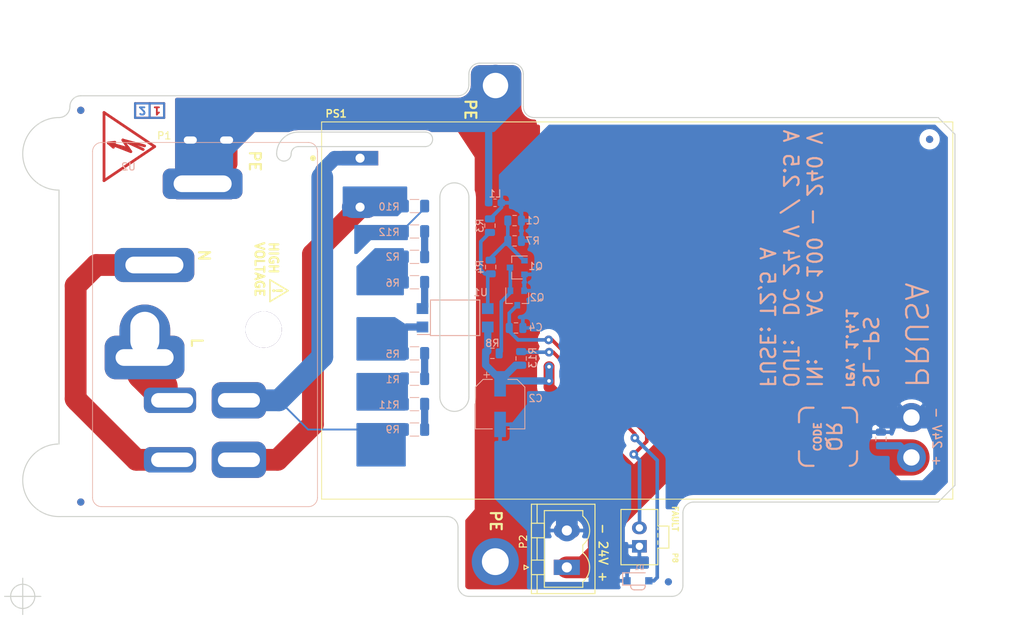
<source format=kicad_pcb>
(kicad_pcb (version 20171130) (host pcbnew "(5.1.4)-1")

  (general
    (thickness 1.6)
    (drawings 194)
    (tracks 151)
    (zones 0)
    (modules 41)
    (nets 21)
  )

  (page A4)
  (title_block
    (date 2019-07-17)
    (rev 1.4a)
  )

  (layers
    (0 F.Cu signal)
    (31 B.Cu signal)
    (32 B.Adhes user hide)
    (33 F.Adhes user hide)
    (34 B.Paste user hide)
    (35 F.Paste user hide)
    (36 B.SilkS user)
    (37 F.SilkS user)
    (38 B.Mask user)
    (39 F.Mask user)
    (40 Dwgs.User user)
    (41 Cmts.User user)
    (42 Eco1.User user)
    (43 Eco2.User user hide)
    (44 Edge.Cuts user)
    (45 Margin user)
    (46 B.CrtYd user hide)
    (47 F.CrtYd user hide)
    (48 B.Fab user hide)
    (49 F.Fab user hide)
  )

  (setup
    (last_trace_width 0.25)
    (user_trace_width 0.25)
    (user_trace_width 0.3)
    (user_trace_width 0.5)
    (user_trace_width 1)
    (user_trace_width 1.5)
    (user_trace_width 2)
    (user_trace_width 3)
    (user_trace_width 5)
    (trace_clearance 0.3)
    (zone_clearance 0.5)
    (zone_45_only no)
    (trace_min 0.25)
    (via_size 0.6)
    (via_drill 0.4)
    (via_min_size 0.4)
    (via_min_drill 0.3)
    (user_via 1.2 0.5)
    (uvia_size 0.3)
    (uvia_drill 0.1)
    (uvias_allowed no)
    (uvia_min_size 0.2)
    (uvia_min_drill 0.1)
    (edge_width 0.15)
    (segment_width 0.15)
    (pcb_text_width 0.3)
    (pcb_text_size 1.5 1.5)
    (mod_edge_width 0.15)
    (mod_text_size 1 1)
    (mod_text_width 0.15)
    (pad_size 1 1)
    (pad_drill 0)
    (pad_to_mask_clearance 0.02)
    (solder_mask_min_width 0.25)
    (aux_axis_origin 0 0)
    (visible_elements 7FFFFF7F)
    (pcbplotparams
      (layerselection 0x010f4_ffffffff)
      (usegerberextensions true)
      (usegerberattributes false)
      (usegerberadvancedattributes false)
      (creategerberjobfile false)
      (excludeedgelayer true)
      (linewidth 0.100000)
      (plotframeref false)
      (viasonmask false)
      (mode 1)
      (useauxorigin false)
      (hpglpennumber 1)
      (hpglpenspeed 20)
      (hpglpendiameter 15.000000)
      (psnegative false)
      (psa4output false)
      (plotreference true)
      (plotvalue true)
      (plotinvisibletext false)
      (padsonsilk false)
      (subtractmaskfromsilk false)
      (outputformat 1)
      (mirror false)
      (drillshape 0)
      (scaleselection 1)
      (outputdirectory "gerber/"))
  )

  (net 0 "")
  (net 1 GND)
  (net 2 "Net-(C4-Pad1)")
  (net 3 "Net-(Q1-Pad3)")
  (net 4 /RC)
  (net 5 /+24V)
  (net 6 /AC_L)
  (net 7 /AC_N)
  (net 8 "Net-(R3-Pad1)")
  (net 9 "Net-(D1-Pad2)")
  (net 10 /N3)
  (net 11 /N2)
  (net 12 /L3)
  (net 13 /L2)
  (net 14 /N4)
  (net 15 /L4)
  (net 16 /N1)
  (net 17 /L1)
  (net 18 /N)
  (net 19 /L)
  (net 20 /PE)

  (net_class Default "Toto je výchozí třída sítě."
    (clearance 0.3)
    (trace_width 0.25)
    (via_dia 0.6)
    (via_drill 0.4)
    (uvia_dia 0.3)
    (uvia_drill 0.1)
    (diff_pair_width 0.25)
    (diff_pair_gap 0.25)
    (add_net /+24V)
    (add_net /AC_L)
    (add_net /AC_N)
    (add_net /L)
    (add_net /L1)
    (add_net /L2)
    (add_net /L3)
    (add_net /L4)
    (add_net /N)
    (add_net /N1)
    (add_net /N2)
    (add_net /N3)
    (add_net /N4)
    (add_net /PE)
    (add_net /RC)
    (add_net GND)
    (add_net "Net-(C4-Pad1)")
    (add_net "Net-(D1-Pad2)")
    (add_net "Net-(Q1-Pad3)")
    (add_net "Net-(R3-Pad1)")
  )

  (module sharedlib:ps_con_sw_acd (layer B.Cu) (tedit 5D2EF491) (tstamp 5BFF94B2)
    (at 20.649 -20.225 180)
    (path /5BE21401)
    (fp_text reference U2 (at 6.072448 39) (layer B.SilkS)
      (effects (font (size 1 1) (thickness 0.15)) (justify mirror))
    )
    (fp_text value AC_connector_IEC60320_sw_fus (at -3.927552 -9) (layer B.Fab)
      (effects (font (size 1 1) (thickness 0.15)) (justify mirror))
    )
    (fp_line (start -19.977552 -6.61) (end -19.977552 41.09) (layer B.SilkS) (width 0.1))
    (fp_line (start 9.772448 -7.86) (end -18.727552 -7.86) (layer B.SilkS) (width 0.1))
    (fp_arc (start 9.772448 41.09) (end 9.772448 42.34) (angle -90) (layer B.SilkS) (width 0.1))
    (fp_arc (start -18.727552 41.09) (end -19.977552 41.09) (angle -90) (layer B.SilkS) (width 0.1))
    (fp_line (start 11.022448 41.09) (end 11.022448 -6.61) (layer B.SilkS) (width 0.1))
    (fp_arc (start 9.772448 -6.61) (end 11.022448 -6.61) (angle -90) (layer B.SilkS) (width 0.1))
    (fp_arc (start -18.727552 -6.61) (end -18.727552 -7.86) (angle -90) (layer B.SilkS) (width 0.1))
    (fp_line (start -18.727552 42.34) (end 9.772448 42.34) (layer B.SilkS) (width 0.1))
    (fp_line (start -19.977552 -6.61) (end -19.977552 41.09) (layer B.CrtYd) (width 0.1))
    (fp_line (start 9.772448 -7.86) (end -18.727552 -7.86) (layer B.CrtYd) (width 0.1))
    (fp_arc (start -18.727552 41.09) (end -19.977552 41.09) (angle -90) (layer B.CrtYd) (width 0.1))
    (fp_arc (start 9.772448 41.09) (end 9.772448 42.34) (angle -90) (layer B.CrtYd) (width 0.1))
    (fp_line (start -18.727552 42.34) (end 9.772448 42.34) (layer B.CrtYd) (width 0.1))
    (fp_line (start 11.022448 41.09) (end 11.022448 -6.61) (layer B.CrtYd) (width 0.1))
    (fp_arc (start -18.727552 -6.61) (end -18.727552 -7.86) (angle -90) (layer B.CrtYd) (width 0.1))
    (fp_arc (start 9.772448 -6.61) (end 11.022448 -6.61) (angle -90) (layer B.CrtYd) (width 0.1))
    (fp_line (start -16 32) (end -16 12) (layer Dwgs.User) (width 0.05))
    (fp_line (start -16 12) (end -8 12) (layer Dwgs.User) (width 0.05))
    (fp_line (start -8 12) (end -8 32) (layer Dwgs.User) (width 0.05))
    (fp_line (start -8 32) (end -16 32) (layer Dwgs.User) (width 0.05))
    (fp_text user keepout (at -12 22 270) (layer Dwgs.User)
      (effects (font (size 2 2) (thickness 0.15)))
    )
    (fp_line (start 0.052206 25.075135) (end 0.052206 25.825135) (layer Cmts.User) (width 0.1))
    (fp_line (start 0.052206 25.825135) (end 0.802206 25.825135) (layer Cmts.User) (width 0.1))
    (fp_line (start 0.802206 25.825135) (end 0.802206 25.075135) (layer Cmts.User) (width 0.1))
    (fp_line (start 0.802206 25.075135) (end 0.052206 25.075135) (layer Cmts.User) (width 0.1))
    (fp_line (start 0.802206 25.825135) (end 4.202206 25.825135) (layer Cmts.User) (width 0.1))
    (fp_line (start 4.202206 25.075135) (end 4.202206 25.825135) (layer Cmts.User) (width 0.1))
    (fp_line (start 2.452206 -0.41218) (end 2.452206 0.38782) (layer Cmts.User) (width 0.1))
    (fp_line (start -1.597794 0.38782) (end -2.347794 0.38782) (layer Cmts.User) (width 0.1))
    (fp_line (start -1.597794 -0.41218) (end 1.702206 -0.41218) (layer Cmts.User) (width 0.1))
    (fp_line (start -6.747794 -1.01218) (end -7.497794 -1.01218) (layer Cmts.User) (width 0.1))
    (fp_line (start 5.452206 9.43782) (end 5.452206 -3.56218) (layer Cmts.User) (width 0.1))
    (fp_line (start -0.441433 25.025968) (end -0.441837 25.075135) (layer Cmts.User) (width 0.1))
    (fp_line (start -0.447794 25.801346) (end -0.475886 29.225827) (layer Cmts.User) (width 0.1))
    (fp_line (start 5.51815 29.226647) (end 5.546054 25.825135) (layer Cmts.User) (width 0.1))
    (fp_line (start 0.052206 25.825135) (end -0.447794 25.825135) (layer Cmts.User) (width 0.1))
    (fp_line (start 1.702206 0.38782) (end 1.702206 -0.41218) (layer Cmts.User) (width 0.1))
    (fp_line (start -7.497794 -1.01218) (end -10.797794 -1.01218) (layer Cmts.User) (width 0.1))
    (fp_line (start 3.652206 1.98782) (end 3.652206 3.38782) (layer Cmts.User) (width 0.1))
    (fp_line (start -1.597794 -0.41218) (end -1.597794 0.38782) (layer Cmts.User) (width 0.1))
    (fp_line (start 2.102206 13.069978) (end 1.352206 13.069978) (layer Cmts.User) (width 0.1))
    (fp_line (start 6.852206 12.319978) (end 0.858567 12.270811) (layer Cmts.User) (width 0.1))
    (fp_line (start 2.102206 12.319978) (end 2.102206 13.069978) (layer Cmts.User) (width 0.1))
    (fp_line (start -10.797794 -1.81218) (end -10.797794 -1.01218) (layer Cmts.User) (width 0.1))
    (fp_line (start 1.702206 -0.41218) (end 2.452206 -0.41218) (layer Cmts.User) (width 0.1))
    (fp_line (start -11.547794 -1.01218) (end -11.547794 -1.81218) (layer Cmts.User) (width 0.1))
    (fp_line (start -10.797794 -1.81218) (end -7.497794 -1.81218) (layer Cmts.User) (width 0.1))
    (fp_circle (center 2.521132 28.194566) (end 3.721132 28.194566) (layer Cmts.User) (width 0.1))
    (fp_line (start -0.475886 29.225827) (end 0.938328 30.64004) (layer Cmts.User) (width 0.1))
    (fp_line (start 0.852206 13.046189) (end 0.824114 16.47067) (layer Cmts.User) (width 0.1))
    (fp_line (start 1.352206 13.069978) (end 0.852206 13.069978) (layer Cmts.User) (width 0.1))
    (fp_line (start -7.497794 -1.81218) (end -6.747794 -1.81218) (layer Cmts.User) (width 0.1))
    (fp_line (start -11.547794 6.38782) (end -11.547794 7.18782) (layer Cmts.User) (width 0.1))
    (fp_line (start -14.447794 9.43782) (end 5.452206 9.43782) (layer Cmts.User) (width 0.1))
    (fp_line (start 6.81815 16.47149) (end 6.846054 13.069978) (layer Cmts.User) (width 0.1))
    (fp_line (start 0.852206 12.319978) (end 1.352206 12.319978) (layer Cmts.User) (width 0.1))
    (fp_line (start 0.938328 30.64004) (end 4.103937 30.640861) (layer Cmts.User) (width 0.1))
    (fp_line (start 1.702206 0.38782) (end -1.597794 0.38782) (layer Cmts.User) (width 0.1))
    (fp_line (start 1.352206 13.069978) (end 1.352206 12.319978) (layer Cmts.User) (width 0.1))
    (fp_line (start 5.403937 17.885704) (end 6.81815 16.47149) (layer Cmts.User) (width 0.1))
    (fp_line (start -2.347794 0.38782) (end -2.347794 -0.41218) (layer Cmts.User) (width 0.1))
    (fp_line (start -14.447794 -3.56218) (end -14.447794 9.43782) (layer Cmts.User) (width 0.1))
    (fp_line (start 5.602206 13.069978) (end 5.602206 12.319978) (layer Cmts.User) (width 0.1))
    (fp_line (start -11.547794 7.18782) (end -10.797794 7.18782) (layer Cmts.User) (width 0.1))
    (fp_line (start 4.103937 30.640861) (end 5.51815 29.226647) (layer Cmts.User) (width 0.1))
    (fp_line (start 2.238328 17.884883) (end 5.403937 17.885704) (layer Cmts.User) (width 0.1))
    (fp_line (start 2.102206 12.319978) (end 5.602206 12.319978) (layer Cmts.User) (width 0.1))
    (fp_line (start -11.547794 -1.81218) (end -10.797794 -1.81218) (layer Cmts.User) (width 0.1))
    (fp_line (start 5.602206 13.069978) (end 2.102206 13.069978) (layer Cmts.User) (width 0.1))
    (fp_line (start 6.352206 13.069978) (end 5.602206 13.069978) (layer Cmts.User) (width 0.1))
    (fp_line (start 5.602206 12.319978) (end 6.352206 12.319978) (layer Cmts.User) (width 0.1))
    (fp_line (start 6.852206 13.069978) (end 6.352206 13.069978) (layer Cmts.User) (width 0.1))
    (fp_line (start 6.352206 12.319978) (end 6.852206 12.319978) (layer Cmts.User) (width 0.1))
    (fp_line (start 5.552206 25.075135) (end -0.441433 25.025968) (layer Cmts.User) (width 0.1))
    (fp_line (start -0.447794 25.075135) (end 0.052206 25.075135) (layer Cmts.User) (width 0.1))
    (fp_line (start -0.447794 25.825135) (end -0.447794 25.075135) (layer Cmts.User) (width 0.1))
    (fp_line (start -10.797794 6.38782) (end -11.547794 6.38782) (layer Cmts.User) (width 0.1))
    (fp_line (start 1.352206 12.319978) (end 2.102206 12.319978) (layer Cmts.User) (width 0.1))
    (fp_line (start 6.852206 12.319978) (end 6.852206 13.069978) (layer Cmts.User) (width 0.1))
    (fp_circle (center -12.566845 16.056084) (end -11.666845 16.056084) (layer Cmts.User) (width 0.1))
    (fp_line (start -10.797794 -1.01218) (end -11.547794 -1.01218) (layer Cmts.User) (width 0.1))
    (fp_line (start 0.852206 13.069978) (end 0.852206 12.319978) (layer Cmts.User) (width 0.1))
    (fp_line (start 2.452206 0.38782) (end 1.702206 0.38782) (layer Cmts.User) (width 0.1))
    (fp_line (start 0.824114 16.47067) (end 2.238328 17.884883) (layer Cmts.User) (width 0.1))
    (fp_line (start -7.497794 -1.01218) (end -7.497794 -1.81218) (layer Cmts.User) (width 0.1))
    (fp_circle (center -10.597794 28.875135) (end -9.697794 28.875135) (layer Cmts.User) (width 0.1))
    (fp_line (start 5.452206 -3.56218) (end -14.447794 -3.56218) (layer Cmts.User) (width 0.1))
    (fp_line (start 0.858567 12.270811) (end 0.858163 12.319978) (layer Cmts.User) (width 0.1))
    (fp_line (start -2.347794 -0.41218) (end -1.597794 -0.41218) (layer Cmts.User) (width 0.1))
    (fp_line (start -6.747794 -1.81218) (end -6.747794 -1.01218) (layer Cmts.User) (width 0.1))
    (fp_line (start 6.352206 12.319978) (end 6.352206 13.069978) (layer Cmts.User) (width 0.1))
    (fp_arc (start -0.588022 35.41994) (end -1.088013 35.416999) (angle -89.86700828) (layer Cmts.User) (width 0.1))
    (fp_arc (start -7.165776 26.325174) (end -7.165776 25.825174) (angle -90.47) (layer Cmts.User) (width 0.1))
    (fp_line (start -7.894028 33.124313) (end -7.892582 33.300527) (layer Cmts.User) (width 0.1))
    (fp_line (start -1.047834 37.032225) (end -1.047834 37.033045) (layer Cmts.User) (width 0.1))
    (fp_line (start -6.310353 26.325174) (end -6.310353 29.325135) (layer Cmts.User) (width 0.1))
    (fp_line (start -7.892582 33.300527) (end -7.880133 35.417038) (layer Cmts.User) (width 0.1))
    (fp_line (start -1.312141 26.329237) (end -1.297291 24.51893) (layer Cmts.User) (width 0.1))
    (fp_circle (center 3.821132 15.416698) (end 4.721132 15.416698) (layer Cmts.User) (width 0.1))
    (fp_line (start -0.392147 35.921564) (end -0.592124 35.919924) (layer Cmts.User) (width 0.1))
    (fp_line (start -9.080084 35.425721) (end -9.098949 33.125971) (layer Cmts.User) (width 0.1))
    (fp_arc (start -8.580101 35.42162) (end -9.080084 35.425721) (angle -90) (layer Cmts.User) (width 0.1))
    (fp_arc (start -6.810353 26.325174) (end -6.310353 26.325174) (angle -90) (layer Cmts.User) (width 0.1))
    (fp_circle (center 3.821132 15.416698) (end 5.021132 15.416698) (layer Cmts.User) (width 0.1))
    (fp_line (start -7.641183 29.325135) (end -7.665759 26.329276) (layer Cmts.User) (width 0.1))
    (fp_line (start -7.165776 25.825174) (end -6.810353 25.825174) (layer Cmts.User) (width 0.1))
    (fp_arc (start -8.380125 35.419979) (end -8.376023 35.919962) (angle -89.86700828) (layer Cmts.User) (width 0.1))
    (fp_line (start -8.376023 35.919962) (end -8.575999 35.921603) (layer Cmts.User) (width 0.1))
    (fp_line (start -1.047834 37.032225) (end -1.036423 35.641157) (layer Cmts.User) (width 0.1))
    (fp_line (start -7.634627 30.124339) (end -7.641183 29.325135) (layer Cmts.User) (width 0.1))
    (fp_line (start 0.352206 13.044138) (end 0.362685 11.766726) (layer Cmts.User) (width 0.1))
    (fp_line (start -1.088013 35.416999) (end -1.075564 33.300489) (layer Cmts.User) (width 0.1))
    (fp_line (start 9.252206 -5.26218) (end 9.252206 13.069978) (layer Cmts.User) (width 0.1))
    (fp_line (start -1.597794 4.98782) (end -2.347794 4.98782) (layer Cmts.User) (width 0.1))
    (fp_line (start -6.747794 6.38782) (end -7.497794 6.38782) (layer Cmts.User) (width 0.1))
    (fp_line (start -7.497794 6.38782) (end -7.497794 7.18782) (layer Cmts.User) (width 0.1))
    (fp_arc (start -17.247794 -5.26218) (end -17.247794 -6.26218) (angle -90) (layer Cmts.User) (width 0.1))
    (fp_line (start 2.452206 4.98782) (end 1.702206 4.98782) (layer Cmts.User) (width 0.1))
    (fp_line (start -7.497794 7.18782) (end -6.747794 7.18782) (layer Cmts.User) (width 0.1))
    (fp_line (start 9.045995 35.206958) (end 5.261744 40.146013) (layer Cmts.User) (width 0.1))
    (fp_line (start -6.747794 7.18782) (end -6.747794 6.38782) (layer Cmts.User) (width 0.1))
    (fp_line (start 4.335539 -4.96218) (end 7.052206 -4.96218) (layer Cmts.User) (width 0.1))
    (fp_line (start 9.252206 25.83782) (end 9.252206 34.598765) (layer Cmts.User) (width 0.1))
    (fp_arc (start 8.252206 -5.26218) (end 9.252206 -5.26218) (angle -90) (layer Cmts.User) (width 0.1))
    (fp_line (start -10.797794 7.18782) (end -10.797794 6.38782) (layer Cmts.User) (width 0.1))
    (fp_line (start 4.467954 40.53782) (end -13.463542 40.53782) (layer Cmts.User) (width 0.1))
    (fp_line (start 9.252206 19.121978) (end 9.252206 25.830227) (layer Cmts.User) (width 0.1))
    (fp_arc (start 7.052206 9.63782) (end 7.052206 10.23782) (angle -90) (layer Cmts.User) (width 0.1))
    (fp_line (start -10.797794 7.18782) (end -7.497794 7.18782) (layer Cmts.User) (width 0.1))
    (fp_line (start -17.247794 -6.26218) (end -13.331127 -6.26218) (layer Cmts.User) (width 0.1))
    (fp_line (start -2.347794 4.98782) (end -2.347794 5.78782) (layer Cmts.User) (width 0.1))
    (fp_line (start -7.497794 6.38782) (end -10.797794 6.38782) (layer Cmts.User) (width 0.1))
    (fp_line (start -16.047794 -4.96218) (end -13.331127 -4.96218) (layer Cmts.User) (width 0.1))
    (fp_arc (start 4.467954 39.53782) (end 4.467954 40.53782) (angle -52.54104538) (layer Cmts.User) (width 0.1))
    (fp_arc (start -16.047794 -4.36218) (end -16.047794 -4.96218) (angle -90) (layer Cmts.User) (width 0.1))
    (fp_line (start -3.047794 1.98782) (end -3.547794 1.98782) (layer Cmts.User) (width 0.1))
    (fp_line (start 4.335539 -6.26218) (end 8.252206 -6.26218) (layer Cmts.User) (width 0.1))
    (fp_line (start -14.257332 40.146013) (end -18.041583 35.206958) (layer Cmts.User) (width 0.1))
    (fp_line (start -16.647794 9.63782) (end -16.647794 -4.36218) (layer Cmts.User) (width 0.1))
    (fp_arc (start -16.047794 9.63782) (end -16.647794 9.63782) (angle -90) (layer Cmts.User) (width 0.1))
    (fp_arc (start 8.252206 34.598765) (end 9.045995 35.206958) (angle -37.45895462) (layer Cmts.User) (width 0.1))
    (fp_line (start 3.652206 1.98782) (end 3.152206 1.98782) (layer Cmts.User) (width 0.1))
    (fp_line (start -1.297291 24.51893) (end 6.056291 24.579254) (layer Cmts.User) (width 0.1))
    (fp_line (start 3.152206 1.98782) (end -3.047794 1.98782) (layer Cmts.User) (width 0.1))
    (fp_line (start 1.702206 5.78782) (end 2.452206 5.78782) (layer Cmts.User) (width 0.1))
    (fp_arc (start 7.052206 -4.36218) (end 7.652206 -4.36218) (angle -90) (layer Cmts.User) (width 0.1))
    (fp_arc (start -13.463542 39.53782) (end -14.257332 40.146013) (angle -52.54104538) (layer Cmts.User) (width 0.1))
    (fp_line (start -3.547794 3.38782) (end -3.047794 3.38782) (layer Cmts.User) (width 0.1))
    (fp_line (start 2.452206 5.78782) (end 2.452206 4.98782) (layer Cmts.User) (width 0.1))
    (fp_line (start -3.547794 1.98782) (end -3.547794 3.38782) (layer Cmts.User) (width 0.1))
    (fp_line (start -1.597794 5.78782) (end -1.597794 4.98782) (layer Cmts.User) (width 0.1))
    (fp_line (start -7.982261 29.225827) (end -10.585783 31.829349) (layer Cmts.User) (width 0.1))
    (fp_line (start -1.597794 5.78782) (end 1.702206 5.78782) (layer Cmts.User) (width 0.1))
    (fp_line (start 1.702206 4.98782) (end -1.597794 4.98782) (layer Cmts.User) (width 0.1))
    (fp_circle (center 2.521132 28.194566) (end 3.421132 28.194566) (layer Cmts.User) (width 0.1))
    (fp_line (start 7.356291 11.824097) (end 7.346071 13.069863) (layer Cmts.User) (width 0.1))
    (fp_arc (start -17.247794 34.598765) (end -18.247794 34.598765) (angle -37.45895462) (layer Cmts.User) (width 0.1))
    (fp_line (start -18.247794 34.598765) (end -18.247794 -5.26218) (layer Cmts.User) (width 0.1))
    (fp_line (start 0.362685 11.766726) (end 7.356291 11.824097) (layer Cmts.User) (width 0.1))
    (fp_line (start 7.652206 -4.36218) (end 7.652206 9.63782) (layer Cmts.User) (width 0.1))
    (fp_line (start 3.652206 3.38782) (end 3.652206 1.98782) (layer Cmts.User) (width 0.1))
    (fp_line (start -3.047794 3.38782) (end 3.152206 3.38782) (layer Cmts.User) (width 0.1))
    (fp_line (start -2.347794 5.78782) (end -1.597794 5.78782) (layer Cmts.User) (width 0.1))
    (fp_line (start 7.052206 10.23782) (end -16.047794 10.23782) (layer Cmts.User) (width 0.1))
    (fp_line (start 6.056291 24.579254) (end 6.046065 25.825751) (layer Cmts.User) (width 0.1))
    (fp_line (start 3.152206 3.38782) (end 3.652206 3.38782) (layer Cmts.User) (width 0.1))
    (fp_line (start 1.702206 4.98782) (end 1.702206 5.78782) (layer Cmts.User) (width 0.1))
    (fp_line (start -13.331127 -4.96218) (end -12.869589 -4.96218) (layer Cmts.User) (width 0.1))
    (fp_line (start -2.494855 36.282225) (end -2.494855 37.032225) (layer Cmts.User) (width 0.1))
    (fp_line (start -2.494855 36.282225) (end -5.794855 36.282225) (layer Cmts.User) (width 0.1))
    (fp_line (start -13.331127 -6.26218) (end -13.331127 -4.96218) (layer Cmts.User) (width 0.1))
    (fp_line (start 1.422078 -4.96218) (end 1.422078 -6.26218) (layer Cmts.User) (width 0.1))
    (fp_line (start 3.874001 -6.26218) (end 3.874001 -4.96218) (layer Cmts.User) (width 0.1))
    (fp_line (start 0.960539 -6.26218) (end 0.960539 -4.96218) (layer Cmts.User) (width 0.1))
    (fp_line (start -9.956127 -4.96218) (end -9.956127 -6.26218) (layer Cmts.User) (width 0.1))
    (fp_line (start 5.021132 15.416698) (end 4.721132 15.416698) (layer Cmts.User) (width 0.1))
    (fp_line (start 3.421132 28.194566) (end 3.721132 28.194566) (layer Cmts.User) (width 0.1))
    (fp_line (start -11.797794 28.875135) (end -11.497794 28.875135) (layer Cmts.User) (width 0.1))
    (fp_line (start -1.071256 32.775319) (end -2.427602 31.418973) (layer Cmts.User) (width 0.1))
    (fp_line (start 3.152206 1.98782) (end 3.152206 3.38782) (layer Cmts.User) (width 0.1))
    (fp_line (start -3.047794 3.38782) (end -3.047794 1.98782) (layer Cmts.User) (width 0.1))
    (fp_line (start -5.226889 34.277898) (end -4.926889 34.277898) (layer Cmts.User) (width 0.1))
    (fp_line (start -19.202633 25.83782) (end -19.202633 31.83782) (layer Cmts.User) (width 0.1))
    (fp_line (start -4.247794 30.618563) (end -6.187705 30.619066) (layer Cmts.User) (width 0.1))
    (fp_line (start -19.202633 -0.63718) (end -19.202633 7.11282) (layer Cmts.User) (width 0.1))
    (fp_line (start 10.207045 -0.63718) (end 10.207045 7.11282) (layer Cmts.User) (width 0.1))
    (fp_line (start -12.869589 -4.96218) (end -12.869589 -6.26218) (layer Cmts.User) (width 0.1))
    (fp_line (start 10.207045 25.83782) (end 10.207045 31.83782) (layer Cmts.User) (width 0.1))
    (fp_line (start -10.417666 -6.26218) (end -10.417666 -4.96218) (layer Cmts.User) (width 0.1))
    (fp_line (start -13.766845 16.056084) (end -13.466845 16.056084) (layer Cmts.User) (width 0.1))
    (fp_line (start -1.336717 29.325135) (end -1.34372 30.178785) (layer Cmts.User) (width 0.1))
    (fp_line (start -19.20077 31.83782) (end -19.20077 25.83782) (layer Cmts.User) (width 0.1))
    (fp_line (start -5.794855 37.032225) (end -5.794855 36.282225) (layer Cmts.User) (width 0.1))
    (fp_line (start 10.205182 25.83782) (end 10.205182 31.83782) (layer Cmts.User) (width 0.1))
    (fp_line (start -11.397558 31.829559) (end -9.339314 31.829026) (layer Cmts.User) (width 0.1))
    (fp_arc (start -0.388046 35.421581) (end -0.392147 35.921564) (angle -90) (layer Cmts.User) (width 0.1))
    (fp_line (start 4.335539 -6.26218) (end 3.874001 -6.26218) (layer Cmts.User) (width 0.1))
    (fp_line (start -2.494855 36.282225) (end -1.544855 36.282225) (layer Cmts.User) (width 0.1))
    (fp_line (start -1.047834 37.032225) (end -1.147834 37.032225) (layer Cmts.User) (width 0.1))
    (fp_line (start -1.047841 37.033045) (end -1.147834 37.032225) (layer Cmts.User) (width 0.1))
    (fp_line (start -5.794855 36.282225) (end -6.544855 36.282225) (layer Cmts.User) (width 0.1))
    (fp_line (start 2.392206 33.128876) (end -1.074117 33.124106) (layer Cmts.User) (width 0.1))
    (fp_line (start -7.900528 32.331889) (end -7.894028 33.124313) (layer Cmts.User) (width 0.1))
    (fp_line (start -1.047834 36.282225) (end -1.047834 37.032225) (layer Cmts.User) (width 0.1))
    (fp_line (start 6.026182 28.249605) (end 6.016454 29.43545) (layer Cmts.User) (width 0.1))
    (fp_line (start -1.074117 33.124106) (end -1.067618 32.33185) (layer Cmts.User) (width 0.1))
    (fp_line (start -5.593211 31.418153) (end -7.007424 32.832366) (layer Cmts.User) (width 0.1))
    (fp_line (start 4.335539 -4.96218) (end 4.335539 -6.26218) (layer Cmts.User) (width 0.1))
    (fp_line (start 10.205182 -0.63718) (end 10.205182 7.11282) (layer Cmts.User) (width 0.1))
    (fp_line (start -12.869589 -6.26218) (end -13.331127 -6.26218) (layer Cmts.User) (width 0.1))
    (fp_line (start 3.874001 -4.96218) (end 4.335539 -4.96218) (layer Cmts.User) (width 0.1))
    (fp_line (start -7.641183 29.325135) (end -1.336717 29.325135) (layer Cmts.User) (width 0.1))
    (fp_line (start -1.544855 36.282225) (end -1.047834 36.282225) (layer Cmts.User) (width 0.1))
    (fp_line (start -1.067618 32.33185) (end -2.780533 30.618935) (layer Cmts.User) (width 0.1))
    (fp_line (start -9.339314 31.829026) (end -7.634627 30.124339) (layer Cmts.User) (width 0.1))
    (fp_line (start -7.041877 36.983875) (end -7.041877 36.282225) (layer Cmts.User) (width 0.1))
    (fp_line (start -1.544855 36.282225) (end -1.544855 37.032225) (layer Cmts.User) (width 0.1))
    (fp_line (start -7.041877 36.282225) (end -6.544855 36.282225) (layer Cmts.User) (width 0.1))
    (fp_line (start -6.544855 36.282225) (end -6.544855 37.032225) (layer Cmts.User) (width 0.1))
    (fp_line (start 0.130804 33.125764) (end 0.111937 35.425682) (layer Cmts.User) (width 0.1))
    (fp_line (start -7.007424 32.832366) (end -7.035724 36.282225) (layer Cmts.User) (width 0.1))
    (fp_line (start -1.544855 37.028968) (end -1.147834 37.032225) (layer Cmts.User) (width 0.1))
    (fp_line (start -2.427602 31.418973) (end -5.593211 31.418153) (layer Cmts.User) (width 0.1))
    (fp_line (start -1.075564 33.300489) (end -1.074117 33.124106) (layer Cmts.User) (width 0.1))
    (fp_circle (center -4.026889 34.277898) (end -2.826889 34.277898) (layer Cmts.User) (width 0.1))
    (fp_line (start -19.20077 7.11282) (end -19.20077 -0.63718) (layer Cmts.User) (width 0.1))
    (fp_line (start -7.894028 33.124313) (end -11.397221 33.129133) (layer Cmts.User) (width 0.1))
    (fp_line (start -6.187705 30.619066) (end -7.900528 32.331889) (layer Cmts.User) (width 0.1))
    (fp_line (start -7.041877 36.983875) (end -6.544855 36.987952) (layer Cmts.User) (width 0.1))
    (fp_line (start -19.202633 25.83782) (end -19.20077 25.83782) (layer Cmts.User) (width 0.1))
    (fp_line (start 10.205182 -0.63718) (end 10.207045 -0.63718) (layer Cmts.User) (width 0.1))
    (fp_line (start -16.097794 -1.36218) (end -16.647794 -1.36218) (layer Cmts.User) (width 0.1))
    (fp_line (start 1.422078 -6.26218) (end 0.960539 -6.26218) (layer Cmts.User) (width 0.1))
    (fp_line (start 0.960539 -4.96218) (end -9.956127 -4.96218) (layer Cmts.User) (width 0.1))
    (fp_line (start 10.205182 25.83782) (end 10.207045 25.83782) (layer Cmts.User) (width 0.1))
    (fp_line (start -9.956127 -6.26218) (end 0.960539 -6.26218) (layer Cmts.User) (width 0.1))
    (fp_line (start -12.869589 -6.26218) (end -10.417666 -6.26218) (layer Cmts.User) (width 0.1))
    (fp_line (start 5.052206 25.075135) (end 4.202206 25.075135) (layer Cmts.User) (width 0.1))
    (fp_line (start 10.207045 -0.63718) (end 10.205182 -0.63718) (layer Cmts.User) (width 0.1))
    (fp_line (start -19.202633 31.83782) (end -19.20077 31.83782) (layer Cmts.User) (width 0.1))
    (fp_line (start 10.207045 31.83782) (end 10.205182 31.83782) (layer Cmts.User) (width 0.1))
    (fp_line (start -19.202633 7.11282) (end -19.20077 7.11282) (layer Cmts.User) (width 0.1))
    (fp_line (start 11.002206 41.08782) (end 11.002206 -6.51218) (layer Cmts.User) (width 0.1))
    (fp_arc (start 9.752206 41.08782) (end 9.752206 42.33782) (angle -90) (layer Cmts.User) (width 0.1))
    (fp_line (start -10.417666 -4.96218) (end -12.869589 -4.96218) (layer Cmts.User) (width 0.1))
    (fp_line (start -9.956127 -6.26218) (end -10.417666 -6.26218) (layer Cmts.User) (width 0.1))
    (fp_line (start 7.352206 13.069978) (end 7.352206 15.827085) (layer Cmts.User) (width 0.1))
    (fp_line (start 7.352206 13.069978) (end 7.352206 15.827085) (layer Cmts.User) (width 0.1))
    (fp_line (start 7.391146 13.069978) (end 7.352206 13.069978) (layer Cmts.User) (width 0.1))
    (fp_line (start 7.346071 13.069863) (end 7.391146 13.069978) (layer Cmts.User) (width 0.1))
    (fp_line (start -10.417666 -4.96218) (end -9.956127 -4.96218) (layer Cmts.User) (width 0.1))
    (fp_line (start 7.323215 15.856076) (end 7.346071 13.069863) (layer Cmts.User) (width 0.1))
    (fp_line (start 7.352206 15.827085) (end 7.323215 15.856076) (layer Cmts.User) (width 0.1))
    (fp_line (start -19.202633 -0.63718) (end -19.20077 -0.63718) (layer Cmts.User) (width 0.1))
    (fp_line (start -19.20077 7.11282) (end -19.202633 7.11282) (layer Cmts.User) (width 0.1))
    (fp_line (start -19.20077 7.11282) (end -18.247794 7.11282) (layer Cmts.User) (width 0.1))
    (fp_line (start 4.202206 25.825135) (end 5.052206 25.825135) (layer Cmts.User) (width 0.1))
    (fp_line (start -19.20077 25.83782) (end -19.202633 25.83782) (layer Cmts.User) (width 0.1))
    (fp_line (start 5.052206 25.075135) (end 5.052206 25.825135) (layer Cmts.User) (width 0.1))
    (fp_line (start -18.247794 25.83782) (end -19.20077 25.83782) (layer Cmts.User) (width 0.1))
    (fp_line (start 9.252206 -0.63718) (end 10.205182 -0.63718) (layer Cmts.User) (width 0.1))
    (fp_line (start -19.20077 31.83782) (end -19.202633 31.83782) (layer Cmts.User) (width 0.1))
    (fp_line (start -19.997794 -6.51218) (end -19.997794 41.08782) (layer Cmts.User) (width 0.1))
    (fp_line (start 9.252206 25.83782) (end 10.205182 25.83782) (layer Cmts.User) (width 0.1))
    (fp_arc (start -18.747794 -6.51218) (end -18.747794 -7.76218) (angle -90) (layer Cmts.User) (width 0.1))
    (fp_line (start 10.205182 7.11282) (end 9.252206 7.11282) (layer Cmts.User) (width 0.1))
    (fp_line (start -16.097794 7.83782) (end -16.097794 -1.36218) (layer Cmts.User) (width 0.1))
    (fp_circle (center -12.566845 16.056084) (end -11.366845 16.056084) (layer Cmts.User) (width 0.1))
    (fp_line (start 7.102206 7.83782) (end 7.652206 7.83782) (layer Cmts.User) (width 0.1))
    (fp_line (start 7.652206 -1.36218) (end 7.102206 -1.36218) (layer Cmts.User) (width 0.1))
    (fp_line (start -19.20077 31.83782) (end -18.247794 31.83782) (layer Cmts.User) (width 0.1))
    (fp_line (start 10.207045 7.11282) (end 10.205182 7.11282) (layer Cmts.User) (width 0.1))
    (fp_line (start 3.874001 -4.96218) (end 1.422078 -4.96218) (layer Cmts.User) (width 0.1))
    (fp_line (start 1.422078 -6.26218) (end 3.874001 -6.26218) (layer Cmts.User) (width 0.1))
    (fp_line (start 10.207045 25.83782) (end 10.205182 25.83782) (layer Cmts.User) (width 0.1))
    (fp_line (start 0.960539 -4.96218) (end 1.422078 -4.96218) (layer Cmts.User) (width 0.1))
    (fp_line (start 4.202206 25.075135) (end 0.802206 25.075135) (layer Cmts.User) (width 0.1))
    (fp_line (start 10.205182 7.11282) (end 10.207045 7.11282) (layer Cmts.User) (width 0.1))
    (fp_circle (center -10.597794 28.875135) (end -9.397794 28.875135) (layer Cmts.User) (width 0.1))
    (fp_arc (start 9.752206 -6.51218) (end 11.002206 -6.51218) (angle -90) (layer Cmts.User) (width 0.1))
    (fp_line (start -19.20077 -0.63718) (end -19.202633 -0.63718) (layer Cmts.User) (width 0.1))
    (fp_line (start 5.052206 25.075135) (end 5.552206 25.075135) (layer Cmts.User) (width 0.1))
    (fp_line (start 5.552206 25.075135) (end 5.552206 25.825135) (layer Cmts.User) (width 0.1))
    (fp_line (start 10.205182 31.83782) (end 9.252206 31.83782) (layer Cmts.User) (width 0.1))
    (fp_line (start -18.747794 42.33782) (end 9.752206 42.33782) (layer Cmts.User) (width 0.1))
    (fp_arc (start -18.747794 41.08782) (end -19.997794 41.08782) (angle -90) (layer Cmts.User) (width 0.1))
    (fp_line (start -16.647794 7.83782) (end -16.097794 7.83782) (layer Cmts.User) (width 0.1))
    (fp_line (start 5.61099 18.385757) (end 2.031167 18.38483) (layer Cmts.User) (width 0.1))
    (fp_line (start -18.247794 -0.63718) (end -19.20077 -0.63718) (layer Cmts.User) (width 0.1))
    (fp_line (start 7.102206 -1.36218) (end 7.102206 7.83782) (layer Cmts.User) (width 0.1))
    (fp_line (start 5.552206 25.825135) (end 5.052206 25.825135) (layer Cmts.User) (width 0.1))
    (fp_line (start 10.205182 31.83782) (end 10.207045 31.83782) (layer Cmts.User) (width 0.1))
    (fp_line (start 9.752206 -7.76218) (end -18.747794 -7.76218) (layer Cmts.User) (width 0.1))
    (fp_line (start 2.392206 33.128876) (end 9.24216 33.138302) (layer Cmts.User) (width 0.1))
    (fp_line (start 7.316454 16.680293) (end 5.61099 18.385757) (layer Cmts.User) (width 0.1))
    (fp_line (start -0.647794 13.03782) (end -0.647794 19.121978) (layer Cmts.User) (width 0.1))
    (fp_line (start 6.046065 25.825751) (end 6.052206 25.825823) (layer Cmts.User) (width 0.1))
    (fp_line (start 9.252206 25.83782) (end 9.252206 25.830227) (layer Cmts.User) (width 0.1))
    (fp_line (start -9.528274 23.816349) (end -9.528274 13.816349) (layer Cmts.User) (width 0.1))
    (fp_line (start 9.252206 13.069978) (end 7.352206 13.069978) (layer Cmts.User) (width 0.1))
    (fp_line (start -17.700308 33.137806) (end -17.710353 25.83782) (layer Cmts.User) (width 0.1))
    (fp_line (start -17.710353 25.830227) (end -14.510353 25.825823) (layer Cmts.User) (width 0.1))
    (fp_line (start -7.041877 36.282225) (end -7.047632 36.983828) (layer Cmts.User) (width 0.1))
    (fp_line (start -1.34372 30.178785) (end 0.305465 31.82797) (layer Cmts.User) (width 0.1))
    (fp_line (start -2.780533 30.618935) (end -4.247794 30.618563) (layer Cmts.User) (width 0.1))
    (fp_line (start -5.794855 37.032225) (end -2.494855 37.032225) (layer Cmts.User) (width 0.1))
    (fp_line (start 9.24216 33.138302) (end 9.252206 25.83782) (layer Cmts.User) (width 0.1))
    (fp_line (start 7.323215 15.856076) (end 7.316454 16.680293) (layer Cmts.User) (width 0.1))
    (fp_line (start -14.510353 25.825823) (end -14.504211 25.825823) (layer Cmts.User) (width 0.1))
    (fp_arc (start -2.157794 26.325135) (end -2.157794 25.825135) (angle -90) (layer Cmts.User) (width 0.1))
    (fp_line (start 2.392206 31.82851) (end 2.392206 33.128876) (layer Cmts.User) (width 0.1))
    (fp_line (start -14.474601 29.43545) (end -12.080315 31.829736) (layer Cmts.User) (width 0.1))
    (fp_line (start 9.252206 25.830227) (end 6.052206 25.825823) (layer Cmts.User) (width 0.1))
    (fp_line (start 6.052206 28.200523) (end 6.026182 28.249605) (layer Cmts.User) (width 0.1))
    (fp_line (start -2.657794 26.325135) (end -2.657794 29.325135) (layer Cmts.User) (width 0.1))
    (fp_line (start 2.031167 18.38483) (end 0.322412 16.676075) (layer Cmts.User) (width 0.1))
    (fp_line (start -14.102664 13.822126) (end -13.976297 29.226647) (layer Cmts.User) (width 0.1))
    (fp_line (start -13.976297 29.226647) (end -11.373391 31.829553) (layer Cmts.User) (width 0.1))
    (fp_line (start 0.352206 13.044138) (end 0.352206 13.03782) (layer Cmts.User) (width 0.1))
    (fp_line (start 9.252206 19.121978) (end -0.647794 19.121978) (layer Cmts.User) (width 0.1))
    (fp_line (start -1.336717 29.325135) (end -1.312141 26.329237) (layer Cmts.User) (width 0.1))
    (fp_line (start -1.812124 25.825135) (end -2.157794 25.825135) (layer Cmts.User) (width 0.1))
    (fp_line (start -7.982261 29.225827) (end -8.010124 25.829237) (layer Cmts.User) (width 0.1))
    (fp_line (start -1.297291 24.51893) (end -1.336717 29.325135) (layer Cmts.User) (width 0.1))
    (fp_line (start -8.010124 23.803765) (end -9.528274 23.816349) (layer Cmts.User) (width 0.1))
    (fp_line (start 7.352206 15.827085) (end 7.323215 15.856076) (layer Cmts.User) (width 0.1))
    (fp_line (start -10.235381 13.109242) (end -13.401381 13.109242) (layer Cmts.User) (width 0.1))
    (fp_line (start -13.401381 13.109242) (end -14.102664 13.822126) (layer Cmts.User) (width 0.1))
    (fp_arc (start -1.812124 26.325135) (end -1.312141 26.329237) (angle -90.47) (layer Cmts.User) (width 0.1))
    (fp_line (start 6.026182 28.249605) (end 6.046065 25.825751) (layer Cmts.User) (width 0.1))
    (fp_line (start 9.252206 13.069978) (end 9.252206 19.121978) (layer Cmts.User) (width 0.1))
    (fp_line (start -11.373391 31.829553) (end -10.585783 31.829349) (layer Cmts.User) (width 0.1))
    (fp_line (start -12.080315 31.829736) (end -11.397558 31.829559) (layer Cmts.User) (width 0.1))
    (fp_line (start -14.504211 25.825823) (end -14.474601 29.43545) (layer Cmts.User) (width 0.1))
    (fp_line (start -9.528274 13.816349) (end -10.235381 13.109242) (layer Cmts.User) (width 0.1))
    (fp_line (start -17.710353 25.83782) (end -17.710353 25.830227) (layer Cmts.User) (width 0.1))
    (fp_circle (center -4.026889 34.277898) (end -3.126889 34.277898) (layer Cmts.User) (width 0.1))
    (fp_line (start 6.052206 25.825823) (end 6.052206 28.200523) (layer Cmts.User) (width 0.1))
    (fp_line (start -7.041877 36.983875) (end -7.047632 36.983828) (layer Cmts.User) (width 0.1))
    (fp_line (start -1.544855 37.032225) (end -2.494855 37.032225) (layer Cmts.User) (width 0.1))
    (fp_line (start -11.397221 33.129133) (end -17.700308 33.137806) (layer Cmts.User) (width 0.1))
    (fp_line (start 0.352206 13.03782) (end -0.647794 13.03782) (layer Cmts.User) (width 0.1))
    (fp_line (start 0.305465 31.82797) (end 2.392206 31.82851) (layer Cmts.User) (width 0.1))
    (fp_line (start 0.322412 16.676075) (end 0.352206 13.044138) (layer Cmts.User) (width 0.1))
    (fp_line (start 6.016454 29.43545) (end 3.623075 31.828829) (layer Cmts.User) (width 0.1))
    (fp_line (start -10.585783 31.829349) (end -7.982261 29.225827) (layer Cmts.User) (width 0.1))
    (fp_line (start -8.010124 25.829237) (end -8.010124 23.803765) (layer Cmts.User) (width 0.1))
    (fp_line (start -11.397221 33.129133) (end -11.397558 31.829559) (layer Cmts.User) (width 0.1))
    (fp_line (start 3.623075 31.828829) (end 2.392206 31.82851) (layer Cmts.User) (width 0.1))
    (fp_line (start -6.544855 37.032225) (end -5.794855 37.032225) (layer Cmts.User) (width 0.1))
    (pad 1 thru_hole roundrect (at 3.85 12.7 180) (size 11 6) (drill oval 8 2.3) (layers *.Cu *.Mask) (roundrect_rratio 0.25)
      (net 19 /L))
    (pad 2 thru_hole roundrect (at 2.5 25.45 180) (size 11 4.7) (drill oval 8 2.3) (layers *.Cu *.Mask) (roundrect_rratio 0.25)
      (net 18 /N))
    (pad 3 thru_hole roundrect (at -4.15 36.65 180) (size 11 4.2) (drill oval 8 2.3) (layers *.Cu *.Mask) (roundrect_rratio 0.25)
      (net 20 /PE))
    (pad 4 thru_hole roundrect (at 0.05 6.8 180) (size 7.2 3.5) (drill oval 5.8 2 (offset 0.3 0)) (layers *.Cu *.Mask) (roundrect_rratio 0.25)
      (net 19 /L))
    (pad 5 thru_hole roundrect (at -9.15 6.8 180) (size 7.5 5) (drill oval 5.8 2) (layers *.Cu *.Mask) (roundrect_rratio 0.25)
      (net 6 /AC_L))
    (pad 6 thru_hole roundrect (at 0.05 -1.4 180) (size 7.2 3.5) (drill oval 5.8 2 (offset 0.3 0)) (layers *.Cu *.Mask) (roundrect_rratio 0.25)
      (net 18 /N))
    (pad 7 thru_hole roundrect (at -9.15 -1.4 180) (size 7.5 5) (drill oval 5.8 2) (layers *.Cu *.Mask) (roundrect_rratio 0.25)
      (net 7 /AC_N))
    (pad "" np_thru_hole oval (at -4.9 2.7 180) (size 18 2) (drill oval 18 2) (layers *.Cu *.Mask))
    (pad "" np_thru_hole oval (at -4.25 2.65 270) (size 13 1.5) (drill oval 13 1.5) (layers *.Cu *.Mask))
    (pad "" np_thru_hole oval (at 0.4 32.2 180) (size 7 4) (drill oval 7 4) (layers *.Cu *.Mask))
    (pad "" np_thru_hole oval (at -8.8 32.2 180) (size 7 4) (drill oval 7 4) (layers *.Cu *.Mask))
    (pad "" np_thru_hole oval (at -4.3 31.2 180) (size 12 6) (drill oval 12 6) (layers *.Cu *.Mask))
    (pad 1 thru_hole oval (at 3.82 16 180) (size 7 8) (drill oval 4 6) (layers *.Cu *.Mask)
      (net 19 /L))
    (pad 9 thru_hole circle (at -12.56 16.55 180) (size 5 5) (drill 5) (layers *.Cu *.Mask))
    (model :prusa:ppsl_ac_block_v1.step
      (offset (xyz -4.5 -6.1 1.6))
      (scale (xyz 1 1 1))
      (rotate (xyz 0 180 180))
    )
  )

  (module sharedlib:QR-code-8x8mm (layer B.Cu) (tedit 5C98F6D2) (tstamp 5CD21C3B)
    (at 111 -22 90)
    (path /5CD1BF48)
    (autoplace_cost90 1)
    (autoplace_cost180 1)
    (attr virtual)
    (fp_text reference M2 (at 0 -4 90) (layer B.SilkS) hide
      (effects (font (size 0.5 0.5) (thickness 0.125)) (justify mirror))
    )
    (fp_text value *QR_CODE (at 0 0 90) (layer B.Fab)
      (effects (font (size 0.5 0.5) (thickness 0.125)) (justify mirror))
    )
    (fp_arc (start -3 3) (end -3 4) (angle 90) (layer B.SilkS) (width 0.3))
    (fp_arc (start -3 -3) (end -4 -3) (angle 90) (layer B.SilkS) (width 0.3))
    (fp_arc (start 3 -3) (end 3 -4) (angle 90) (layer B.SilkS) (width 0.3))
    (fp_arc (start 3 3) (end 4 3) (angle 90) (layer B.SilkS) (width 0.3))
    (fp_line (start -3 4) (end -2 4) (layer B.SilkS) (width 0.3))
    (fp_line (start 2 4) (end 3 4) (layer B.SilkS) (width 0.3))
    (fp_line (start 4 3) (end 4 2) (layer B.SilkS) (width 0.3))
    (fp_line (start 4 -3) (end 4 -2) (layer B.SilkS) (width 0.3))
    (fp_line (start 3 -4) (end 2 -4) (layer B.SilkS) (width 0.3))
    (fp_line (start -3 -4) (end -2 -4) (layer B.SilkS) (width 0.3))
    (fp_line (start -4 -3) (end -4 -2) (layer B.SilkS) (width 0.3))
    (fp_text user QR (at 0 0.762 270 unlocked) (layer B.SilkS)
      (effects (font (size 2 2) (thickness 0.3)) (justify mirror))
    )
    (fp_text user CODE (at 0 -1.524 270 unlocked) (layer B.SilkS)
      (effects (font (size 1 1) (thickness 0.25)) (justify mirror))
    )
    (fp_line (start -4.25 4.25) (end 4.25 4.25) (layer B.Fab) (width 0.05))
    (fp_line (start 4.25 4.25) (end 4.25 -4.25) (layer B.Fab) (width 0.05))
    (fp_line (start 4.25 -4.25) (end -4.25 -4.25) (layer B.Fab) (width 0.05))
    (fp_line (start -4.25 -4.25) (end -4.25 4.25) (layer B.Fab) (width 0.05))
  )

  (module sharedlib:LED-1104 (layer B.Cu) (tedit 5D2EF5D2) (tstamp 5BE5909A)
    (at 84.8 -1.9 180)
    (path /5BE30358)
    (fp_text reference D1 (at -0.2 2.1 180) (layer B.SilkS)
      (effects (font (size 0.7 0.7) (thickness 0.1)) (justify mirror))
    )
    (fp_text value KPA-3010MGC (at 0 -2.2 180) (layer B.Fab)
      (effects (font (size 0.5 0.5) (thickness 0.1)) (justify mirror))
    )
    (fp_line (start 2.1 -0.35) (end 1 -0.35) (layer B.SilkS) (width 0.15))
    (fp_line (start 2.1 1.35) (end 2.1 -0.35) (layer B.SilkS) (width 0.15))
    (fp_line (start -1 1.35) (end 2.1 1.35) (layer B.SilkS) (width 0.15))
    (fp_line (start -1 -0.35) (end 1 -0.35) (layer B.SilkS) (width 0.15))
    (fp_arc (start -0.5 -0.5) (end -1 -0.5) (angle 90) (layer B.SilkS) (width 0.15))
    (fp_arc (start 0.5 -0.5) (end 0.5 -1) (angle 90) (layer B.SilkS) (width 0.15))
    (fp_line (start -0.5 -1) (end 0.5 -1) (layer B.SilkS) (width 0.15))
    (fp_line (start 1 -0.5) (end 1 -0.35) (layer B.SilkS) (width 0.15))
    (fp_line (start -1 -0.5) (end -1 -0.35) (layer B.SilkS) (width 0.15))
    (pad 2 smd rect (at -1.5 0.25 180) (size 1 1) (layers B.Cu B.Paste B.Mask)
      (net 9 "Net-(D1-Pad2)"))
    (pad 1 smd rect (at 1.5 0.25 180) (size 1 1) (layers B.Cu B.Paste B.Mask)
      (net 1 GND))
    (model C:/sys/lib/kicad/step/led-1104-g.step
      (offset (xyz -3 0 0))
      (scale (xyz 1 1 1))
      (rotate (xyz 0 0 0))
    )
  )

  (module sharedlib:MEC (layer F.Cu) (tedit 5C8BB05A) (tstamp 5C92A30A)
    (at 25 -37)
    (path /5C928629)
    (fp_text reference M1 (at 0 0.5) (layer F.SilkS) hide
      (effects (font (size 1 1) (thickness 0.15)))
    )
    (fp_text value ZKT-2.5A (at 0 -0.5) (layer F.Fab) hide
      (effects (font (size 1 1) (thickness 0.15)))
    )
    (fp_line (start 0.3 0.3) (end -0.3 -0.3) (layer Cmts.User) (width 0.12))
    (fp_line (start -0.3 0.3) (end 0.3 -0.3) (layer Cmts.User) (width 0.12))
    (fp_line (start -0.5 -0.5) (end -0.5 0.5) (layer Cmts.User) (width 0.12))
    (fp_line (start 0.5 -0.5) (end -0.5 -0.5) (layer Cmts.User) (width 0.12))
    (fp_line (start 0.5 0.5) (end 0.5 -0.5) (layer Cmts.User) (width 0.12))
    (fp_line (start -0.5 0.5) (end 0.5 0.5) (layer Cmts.User) (width 0.12))
  )

  (module Fiducial:Fiducial_1mm_Dia_2.54mm_Outer_CopperTop (layer B.Cu) (tedit 5C5D8071) (tstamp 5C5D8D6F)
    (at 125 -63)
    (descr "Circular Fiducial, 1mm bare copper top, 2.54mm keepout")
    (tags fiducial)
    (attr virtual)
    (fp_text reference REF** (at 0 2.5) (layer B.SilkS) hide
      (effects (font (size 1 1) (thickness 0.15)) (justify mirror))
    )
    (fp_text value Fiducial_1mm_Dia_2.54mm_Outer_CopperTop (at 0 -2.5) (layer B.Fab)
      (effects (font (size 1 1) (thickness 0.15)) (justify mirror))
    )
    (fp_circle (center 0 0) (end 1.55 0) (layer B.CrtYd) (width 0.05))
    (fp_text user %R (at 0 0) (layer B.Fab)
      (effects (font (size 1 1) (thickness 0.15)) (justify mirror))
    )
    (pad "" smd circle (at 0 0) (size 1 1) (layers B.Cu B.Mask)
      (solder_mask_margin 0.77) (clearance 0.77))
  )

  (module Fiducial:Fiducial_1mm_Dia_2.54mm_Outer_CopperTop (layer F.Cu) (tedit 5C5D8071) (tstamp 5C5D8567)
    (at 8 -67)
    (descr "Circular Fiducial, 1mm bare copper top, 2.54mm keepout")
    (tags fiducial)
    (attr virtual)
    (fp_text reference REF** (at 0 -2.5) (layer F.SilkS) hide
      (effects (font (size 1 1) (thickness 0.15)))
    )
    (fp_text value Fiducial_1mm_Dia_2.54mm_Outer_CopperTop (at 0 2.5) (layer F.Fab)
      (effects (font (size 1 1) (thickness 0.15)))
    )
    (fp_circle (center 0 0) (end 1.55 0) (layer F.CrtYd) (width 0.05))
    (fp_text user %R (at 0 0) (layer F.Fab)
      (effects (font (size 1 1) (thickness 0.15)))
    )
    (pad "" smd circle (at 0 0) (size 1 1) (layers F.Cu F.Mask)
      (solder_mask_margin 0.77) (clearance 0.77))
  )

  (module Fiducial:Fiducial_1mm_Dia_2.54mm_Outer_CopperTop (layer B.Cu) (tedit 5C5D8071) (tstamp 5C5D8561)
    (at 8 -67)
    (descr "Circular Fiducial, 1mm bare copper top, 2.54mm keepout")
    (tags fiducial)
    (attr virtual)
    (fp_text reference REF** (at 0 2.5) (layer B.SilkS) hide
      (effects (font (size 1 1) (thickness 0.15)) (justify mirror))
    )
    (fp_text value Fiducial_1mm_Dia_2.54mm_Outer_CopperTop (at 0 -2.5) (layer B.Fab)
      (effects (font (size 1 1) (thickness 0.15)) (justify mirror))
    )
    (fp_circle (center 0 0) (end 1.55 0) (layer B.CrtYd) (width 0.05))
    (fp_text user %R (at 0 0) (layer B.Fab)
      (effects (font (size 1 1) (thickness 0.15)) (justify mirror))
    )
    (pad "" smd circle (at 0 0) (size 1 1) (layers B.Cu B.Mask)
      (solder_mask_margin 0.77) (clearance 0.77))
  )

  (module Fiducial:Fiducial_1mm_Dia_2.54mm_Outer_CopperTop (layer B.Cu) (tedit 5C5D8071) (tstamp 5C5D8399)
    (at 8 -13)
    (descr "Circular Fiducial, 1mm bare copper top, 2.54mm keepout")
    (tags fiducial)
    (attr virtual)
    (fp_text reference REF** (at 0 2.5) (layer B.SilkS) hide
      (effects (font (size 1 1) (thickness 0.15)) (justify mirror))
    )
    (fp_text value Fiducial_1mm_Dia_2.54mm_Outer_CopperTop (at 0 -2.5) (layer B.Fab)
      (effects (font (size 1 1) (thickness 0.15)) (justify mirror))
    )
    (fp_text user %R (at 0 0) (layer B.Fab)
      (effects (font (size 1 1) (thickness 0.15)) (justify mirror))
    )
    (fp_circle (center 0 0) (end 1.55 0) (layer B.CrtYd) (width 0.05))
    (pad "" smd circle (at 0 0) (size 1 1) (layers B.Cu B.Mask)
      (solder_mask_margin 0.77) (clearance 0.77))
  )

  (module Fiducial:Fiducial_1mm_Dia_2.54mm_Outer_CopperTop (layer B.Cu) (tedit 5C5D8071) (tstamp 5C5D8399)
    (at 88.99652 -2.00406)
    (descr "Circular Fiducial, 1mm bare copper top, 2.54mm keepout")
    (tags fiducial)
    (attr virtual)
    (fp_text reference REF** (at 0 2.5) (layer B.SilkS) hide
      (effects (font (size 1 1) (thickness 0.15)) (justify mirror))
    )
    (fp_text value Fiducial_1mm_Dia_2.54mm_Outer_CopperTop (at 0 -2.5) (layer B.Fab)
      (effects (font (size 1 1) (thickness 0.15)) (justify mirror))
    )
    (fp_text user %R (at 0 0) (layer B.Fab)
      (effects (font (size 1 1) (thickness 0.15)) (justify mirror))
    )
    (fp_circle (center 0 0) (end 1.55 0) (layer B.CrtYd) (width 0.05))
    (pad "" smd circle (at 0 0) (size 1 1) (layers B.Cu B.Mask)
      (solder_mask_margin 0.77) (clearance 0.77))
  )

  (module Fiducial:Fiducial_1mm_Dia_2.54mm_Outer_CopperTop (layer F.Cu) (tedit 5C5D8071) (tstamp 5C5D8399)
    (at 8 -13)
    (descr "Circular Fiducial, 1mm bare copper top, 2.54mm keepout")
    (tags fiducial)
    (attr virtual)
    (fp_text reference REF** (at 0 -2.5) (layer F.SilkS) hide
      (effects (font (size 1 1) (thickness 0.15)))
    )
    (fp_text value Fiducial_1mm_Dia_2.54mm_Outer_CopperTop (at 0 2.5) (layer F.Fab)
      (effects (font (size 1 1) (thickness 0.15)))
    )
    (fp_text user %R (at 0 0) (layer F.Fab)
      (effects (font (size 1 1) (thickness 0.15)))
    )
    (fp_circle (center 0 0) (end 1.55 0) (layer F.CrtYd) (width 0.05))
    (pad "" smd circle (at 0 0) (size 1 1) (layers F.Cu F.Mask)
      (solder_mask_margin 0.77) (clearance 0.77))
  )

  (module sharedlib:CONV_IRM-60-48 locked (layer F.Cu) (tedit 5BFD1D56) (tstamp 5BF47E70)
    (at 84.7 -39.4)
    (path /5BE2BD7A)
    (fp_text reference PS1 (at -41.5033 -27.1313) (layer F.SilkS)
      (effects (font (size 1.00468 1.00468) (thickness 0.2)))
    )
    (fp_text value IRM-60-24 (at -40.9682 27.1997) (layer F.SilkS) hide
      (effects (font (size 1.0072 1.0072) (thickness 0.05)))
    )
    (fp_line (start -43.5 -26) (end 43.5 -26) (layer Dwgs.User) (width 0.127))
    (fp_line (start 43.5 -26) (end 43.5 26) (layer Dwgs.User) (width 0.127))
    (fp_line (start 43.5 26) (end -43.5 26) (layer Dwgs.User) (width 0.127))
    (fp_line (start -43.5 26) (end -43.5 -26) (layer Dwgs.User) (width 0.127))
    (fp_line (start 43.5 -26) (end 43.5 26) (layer F.SilkS) (width 0.127))
    (fp_line (start 43.5 26) (end -43.5 26) (layer F.SilkS) (width 0.127))
    (fp_line (start -43.5 -26) (end 43.5 -26) (layer F.SilkS) (width 0.127))
    (fp_line (start -43.5 26) (end -43.5 -26) (layer F.SilkS) (width 0.127))
    (fp_line (start -43.75 -26.25) (end 43.75 -26.25) (layer Eco1.User) (width 0.05))
    (fp_line (start 43.75 -26.25) (end 43.75 26.25) (layer Eco1.User) (width 0.05))
    (fp_line (start 43.75 26.25) (end -43.75 26.25) (layer Eco1.User) (width 0.05))
    (fp_line (start -43.75 26.25) (end -43.75 -26.25) (layer Eco1.User) (width 0.05))
    (fp_circle (center -44.69 -21) (end -44.49 -21) (layer F.SilkS) (width 0.4))
    (fp_circle (center -41.89 -21) (end -41.69 -21) (layer Dwgs.User) (width 0.4))
    (pad AC/L thru_hole rect (at -38.2 -21) (size 5 2) (drill 1.254) (layers *.Cu *.Mask)
      (net 6 /AC_L))
    (pad AC/N thru_hole oval (at -38.2 -14.25) (size 5 3) (drill 1.254) (layers *.Cu *.Mask)
      (net 7 /AC_N))
    (pad V thru_hole circle (at 37.8 14.75) (size 4 4) (drill 2.254) (layers *.Cu *.Mask)
      (net 1 GND))
    (pad +V thru_hole circle (at 37.8 20.25) (size 4 4) (drill 2.254) (layers *.Cu *.Mask)
      (net 5 /+24V))
    (model ${LOC_DIR}/step/IRM-60-12--3DModel-STEP-56544.STEP
      (at (xyz 0 0 0))
      (scale (xyz 1 1 1))
      (rotate (xyz 180 180 0))
    )
  )

  (module sharedlib:Optocoupler_SMD_LTV-817S (layer B.Cu) (tedit 5BFD1BD9) (tstamp 5BFF7D8A)
    (at 59.6 -38.4)
    (descr "Optoisolator Transistor Output 5000Vrms 1 Channel LTV-817S")
    (tags optocoupler)
    (path /59497A26)
    (attr smd)
    (fp_text reference U1 (at 3.5 -3.5) (layer B.SilkS)
      (effects (font (size 1 1) (thickness 0.15)) (justify mirror))
    )
    (fp_text value ISP814XSM (at 0 -3.8) (layer B.Fab)
      (effects (font (size 1 1) (thickness 0.15)) (justify mirror))
    )
    (fp_line (start -3.4 2.3) (end -5.2 2.3) (layer B.SilkS) (width 0.15))
    (fp_line (start -5.4 2.7) (end -5.4 -2.7) (layer B.CrtYd) (width 0.05))
    (fp_line (start 5.4 2.7) (end -5.4 2.7) (layer B.CrtYd) (width 0.05))
    (fp_line (start 5.4 -2.7) (end 5.4 2.7) (layer B.CrtYd) (width 0.05))
    (fp_line (start -5.4 -2.7) (end 5.4 -2.7) (layer B.CrtYd) (width 0.05))
    (fp_line (start 3.4 2.45) (end 3.4 -2.45) (layer B.SilkS) (width 0.15))
    (fp_line (start -3.4 -2.45) (end -3.4 2.45) (layer B.SilkS) (width 0.15))
    (fp_line (start 3.4 -2.45) (end -3.4 -2.45) (layer B.SilkS) (width 0.15))
    (fp_line (start 3.4 2.45) (end -3.4 2.45) (layer B.SilkS) (width 0.15))
    (fp_line (start -3.25 -2.3) (end -3.25 2.3) (layer B.Fab) (width 0.1))
    (fp_line (start 3.25 -2.3) (end -3.25 -2.3) (layer B.Fab) (width 0.1))
    (fp_line (start 3.25 2.3) (end 3.25 -2.3) (layer B.Fab) (width 0.1))
    (fp_line (start -3.25 2.3) (end 3.25 2.3) (layer B.Fab) (width 0.1))
    (pad 4 smd rect (at 4.5 1.27) (size 1.6 1.5) (layers B.Cu B.Paste B.Mask)
      (net 5 /+24V))
    (pad 3 smd rect (at 4.5 -1.27) (size 1.6 1.5) (layers B.Cu B.Paste B.Mask)
      (net 8 "Net-(R3-Pad1)"))
    (pad 2 smd rect (at -4.5 -1.27) (size 1.6 1.5) (layers B.Cu B.Paste B.Mask)
      (net 14 /N4))
    (pad 1 smd rect (at -4.5 1.27) (size 1.6 1.5) (layers B.Cu B.Paste B.Mask)
      (net 15 /L4))
    (model ${KISYS3DMOD}/Package_DIP.3dshapes/SMDIP-4_W9.53mm.step
      (at (xyz 0 0 0))
      (scale (xyz 1 1 1))
      (rotate (xyz 0 0 0))
    )
  )

  (module sharedlib:faston-hole-m (layer F.Cu) (tedit 5C1230AE) (tstamp 5BFF898D)
    (at 25.6 -62.9 90)
    (path /5BE59CD1)
    (zone_connect 2)
    (attr virtual)
    (fp_text reference P1 (at 0.6 -6.1) (layer F.SilkS)
      (effects (font (size 1 1) (thickness 0.15)))
    )
    (fp_text value *PE (at 1.6 0 180) (layer F.Fab)
      (effects (font (size 1 1) (thickness 0.15)))
    )
    (pad 1 thru_hole oval (at 0 -2.5 90) (size 3 4) (drill oval 1 1.8) (layers *.Cu *.Mask)
      (net 20 /PE) (zone_connect 2))
    (pad 1 thru_hole oval (at 0 2.5 90) (size 3 4) (drill oval 1 1.8) (layers *.Cu *.Mask)
      (net 20 /PE) (zone_connect 2))
    (model C:/sys/lib/kicad/step/faston.step
      (at (xyz 0 0 0))
      (scale (xyz 1 1 1))
      (rotate (xyz 0 0 90))
    )
  )

  (module sharedlib:Pin_1x02-XL (layer F.Cu) (tedit 5BE5A6DE) (tstamp 5BE5910D)
    (at 85 -6.9 180)
    (descr "Through hole pin header")
    (tags "pin header")
    (path /59497A1A)
    (fp_text reference P8 (at -4.92362 -1.58886 270 unlocked) (layer F.SilkS)
      (effects (font (size 0.7 0.7) (thickness 0.15)))
    )
    (fp_text value "MOLEX 70543-0001" (at 0 -3.1 180) (layer F.Fab)
      (effects (font (size 1 1) (thickness 0.15)))
    )
    (fp_line (start -2.54 5.08) (end 2.54 5.08) (layer F.SilkS) (width 0.15))
    (fp_line (start 2.54 -2.54) (end -2.54 -2.54) (layer F.SilkS) (width 0.15))
    (fp_line (start -4.064 2.794) (end -2.54 2.794) (layer F.SilkS) (width 0.15))
    (fp_line (start -2.54 -0.254) (end -4.064 -0.254) (layer F.SilkS) (width 0.15))
    (fp_line (start -4.318 5.334) (end 2.794 5.334) (layer F.CrtYd) (width 0.05))
    (fp_line (start 2.794 -2.794) (end -4.318 -2.794) (layer F.CrtYd) (width 0.05))
    (fp_line (start -2.54 -2.54) (end -2.54 -0.254) (layer F.SilkS) (width 0.15))
    (fp_line (start -2.54 0.254) (end -2.54 0.762) (layer F.SilkS) (width 0.15))
    (fp_line (start -2.54 1.27) (end -2.54 1.778) (layer F.SilkS) (width 0.15))
    (fp_line (start -2.54 2.794) (end -2.54 5.08) (layer F.SilkS) (width 0.15))
    (fp_line (start -4.064 -0.254) (end -4.064 2.794) (layer F.SilkS) (width 0.15))
    (fp_line (start 2.54 -2.54) (end 2.54 5.08) (layer F.SilkS) (width 0.15))
    (fp_line (start -2.54 2.286) (end -2.54 2.54) (layer F.SilkS) (width 0.15))
    (fp_line (start 2.794 5.334) (end 2.794 -2.794) (layer F.CrtYd) (width 0.05))
    (fp_line (start -4.318 5.334) (end -4.318 -2.794) (layer F.CrtYd) (width 0.05))
    (pad 2 thru_hole oval (at 0 2.54 180) (size 2.032 1.7272) (drill 1.016) (layers *.Cu *.Mask)
      (net 2 "Net-(C4-Pad1)"))
    (pad 1 thru_hole rect (at 0 0 180) (size 2.032 1.7272) (drill 1.016) (layers *.Cu *.Mask)
      (net 1 GND))
    (model C:/sys/lib/kicad/step/mx-705430001.step
      (offset (xyz 0 -1.28 8))
      (scale (xyz 1 1 1))
      (rotate (xyz 180 180 90))
    )
  )

  (module sharedlib:PhoenixContact_MSTBVA-G_02x5.08mm_Vertical (layer F.Cu) (tedit 5BE2AEEC) (tstamp 5BE58F22)
    (at 75 -4 90)
    (descr "Generic Phoenix Contact connector footprint for series: MSTBVA-G; number of pins: 02; pin pitch: 5.08mm; Vertical || order number: 1924305 16A (HC) || order number: 1755736 12A")
    (tags "phoenix_contact connector MSTBVA_01x02_G_5.08mm")
    (path /5BE3AE73)
    (fp_text reference P2 (at 3.54 -6 90) (layer F.SilkS)
      (effects (font (size 1 1) (thickness 0.15)))
    )
    (fp_text value TBG-5-PW-2P/GN (at 2.54 5.3 90) (layer F.Fab)
      (effects (font (size 1 1) (thickness 0.15)))
    )
    (fp_line (start -0.3 -5.9) (end 0 -5.3) (layer F.SilkS) (width 0.15))
    (fp_line (start 0.3 -5.9) (end -0.3 -5.9) (layer F.SilkS) (width 0.15))
    (fp_line (start 0 -5.3) (end 0.3 -5.9) (layer F.SilkS) (width 0.15))
    (fp_line (start 9.1 -5.3) (end -4.05 -5.3) (layer F.CrtYd) (width 0.05))
    (fp_line (start 9.1 4.3) (end 9.1 -5.3) (layer F.CrtYd) (width 0.05))
    (fp_line (start -4.05 4.3) (end 9.1 4.3) (layer F.CrtYd) (width 0.05))
    (fp_line (start -4.05 -5.3) (end -4.05 4.3) (layer F.CrtYd) (width 0.05))
    (fp_line (start 7.82 2.2) (end 7.08 2.2) (layer F.SilkS) (width 0.15))
    (fp_line (start 7.82 -3.1) (end 7.82 2.2) (layer F.SilkS) (width 0.15))
    (fp_line (start -2.74 -3.1) (end 7.82 -3.1) (layer F.SilkS) (width 0.15))
    (fp_line (start -2.74 2.2) (end -2.74 -3.1) (layer F.SilkS) (width 0.15))
    (fp_line (start -2 2.2) (end -2.74 2.2) (layer F.SilkS) (width 0.15))
    (fp_line (start 2 2.2) (end 3.08 2.2) (layer F.SilkS) (width 0.15))
    (fp_line (start 6.08 -3.1) (end 4.08 -3.1) (layer F.SilkS) (width 0.15))
    (fp_line (start 6.08 -4.88) (end 6.08 -3.1) (layer F.SilkS) (width 0.15))
    (fp_line (start 4.08 -4.88) (end 6.08 -4.88) (layer F.SilkS) (width 0.15))
    (fp_line (start 4.08 -3.1) (end 4.08 -4.88) (layer F.SilkS) (width 0.15))
    (fp_line (start 1 -3.1) (end -1 -3.1) (layer F.SilkS) (width 0.15))
    (fp_line (start 1 -4.88) (end 1 -3.1) (layer F.SilkS) (width 0.15))
    (fp_line (start -1 -4.88) (end 1 -4.88) (layer F.SilkS) (width 0.15))
    (fp_line (start -1 -3.1) (end -1 -4.88) (layer F.SilkS) (width 0.15))
    (fp_line (start 1 -4.1) (end 4.08 -4.1) (layer F.SilkS) (width 0.15))
    (fp_line (start 8.7 -4.1) (end 6.16 -4.1) (layer F.SilkS) (width 0.15))
    (fp_line (start -3.62 -4.1) (end -1.08 -4.1) (layer F.SilkS) (width 0.15))
    (fp_line (start 8.7 -4.88) (end -3.62 -4.88) (layer F.SilkS) (width 0.15))
    (fp_line (start 8.7 3.88) (end 8.7 -4.88) (layer F.SilkS) (width 0.15))
    (fp_line (start -3.62 3.88) (end 8.7 3.88) (layer F.SilkS) (width 0.15))
    (fp_line (start -3.62 -4.88) (end -3.62 3.88) (layer F.SilkS) (width 0.15))
    (fp_arc (start 5.08 0.55) (end 3.08 2.2) (angle -100.5) (layer F.SilkS) (width 0.15))
    (fp_arc (start 0 0.55) (end -2 2.2) (angle -100.5) (layer F.SilkS) (width 0.15))
    (pad 2 thru_hole oval (at 5.08 0 90) (size 2.1 3.6) (drill 1.4) (layers *.Cu *.Mask)
      (net 1 GND))
    (pad 1 thru_hole rect (at 0 0 90) (size 2.1 3.6) (drill 1.4) (layers *.Cu *.Mask)
      (net 5 /+24V))
    (model "C:/Program Files/KiCad/share/kicad/modules/packages3d/Connector_Phoenix_MSTB.3dshapes/PhoenixContact_MSTBVA_2,5_2-G-5,08_1x02_P5.08mm_Vertical.step"
      (at (xyz 0 0 0))
      (scale (xyz 1 1 1))
      (rotate (xyz 0 0 0))
    )
  )

  (module MountingHole:MountingHole_3.2mm_M3_ISO14580_Pad (layer F.Cu) (tedit 5BFD4DBD) (tstamp 5C001277)
    (at 65.140119 -4.784823)
    (descr "Mounting Hole 3.2mm, M3, ISO14580")
    (tags "mounting hole 3.2mm m3 iso14580")
    (path /5BE3A83C)
    (zone_connect 2)
    (attr virtual)
    (fp_text reference H4 (at 0 -3.75) (layer F.SilkS) hide
      (effects (font (size 1 1) (thickness 0.15)))
    )
    (fp_text value MountingHole_Pad (at 0 3.75) (layer F.Fab)
      (effects (font (size 1 1) (thickness 0.15)))
    )
    (fp_circle (center 0 0) (end 3 0) (layer F.CrtYd) (width 0.05))
    (fp_circle (center 0 0) (end 2.75 0) (layer Cmts.User) (width 0.15))
    (fp_text user %R (at 0.3 0) (layer F.Fab)
      (effects (font (size 1 1) (thickness 0.15)))
    )
    (pad 1 thru_hole circle (at 0 0) (size 6.5 6.5) (drill 3.7) (layers *.Cu *.Mask)
      (net 20 /PE) (zone_connect 2))
  )

  (module Capacitor_SMD:C_0805_2012Metric (layer B.Cu) (tedit 5B36C52B) (tstamp 5BFF7C51)
    (at 67.8 -51.8)
    (descr "Capacitor SMD 0805 (2012 Metric), square (rectangular) end terminal, IPC_7351 nominal, (Body size source: https://docs.google.com/spreadsheets/d/1BsfQQcO9C6DZCsRaXUlFlo91Tg2WpOkGARC1WS5S8t0/edit?usp=sharing), generated with kicad-footprint-generator")
    (tags capacitor)
    (path /594B9FA9)
    (attr smd)
    (fp_text reference C1 (at 2.5 0) (layer B.SilkS)
      (effects (font (size 1 1) (thickness 0.15)) (justify mirror))
    )
    (fp_text value 330n (at 0 -1.65) (layer B.Fab)
      (effects (font (size 1 1) (thickness 0.15)) (justify mirror))
    )
    (fp_text user %R (at 0 0) (layer B.Fab)
      (effects (font (size 0.5 0.5) (thickness 0.08)) (justify mirror))
    )
    (fp_line (start 1.68 -0.95) (end -1.68 -0.95) (layer B.CrtYd) (width 0.05))
    (fp_line (start 1.68 0.95) (end 1.68 -0.95) (layer B.CrtYd) (width 0.05))
    (fp_line (start -1.68 0.95) (end 1.68 0.95) (layer B.CrtYd) (width 0.05))
    (fp_line (start -1.68 -0.95) (end -1.68 0.95) (layer B.CrtYd) (width 0.05))
    (fp_line (start -0.258578 -0.71) (end 0.258578 -0.71) (layer B.SilkS) (width 0.12))
    (fp_line (start -0.258578 0.71) (end 0.258578 0.71) (layer B.SilkS) (width 0.12))
    (fp_line (start 1 -0.6) (end -1 -0.6) (layer B.Fab) (width 0.1))
    (fp_line (start 1 0.6) (end 1 -0.6) (layer B.Fab) (width 0.1))
    (fp_line (start -1 0.6) (end 1 0.6) (layer B.Fab) (width 0.1))
    (fp_line (start -1 -0.6) (end -1 0.6) (layer B.Fab) (width 0.1))
    (pad 2 smd roundrect (at 0.9375 0) (size 0.975 1.4) (layers B.Cu B.Paste B.Mask) (roundrect_rratio 0.25)
      (net 1 GND))
    (pad 1 smd roundrect (at -0.9375 0) (size 0.975 1.4) (layers B.Cu B.Paste B.Mask) (roundrect_rratio 0.25)
      (net 4 /RC))
    (model ${KISYS3DMOD}/Capacitor_SMD.3dshapes/C_0805_2012Metric.wrl
      (at (xyz 0 0 0))
      (scale (xyz 1 1 1))
      (rotate (xyz 0 0 0))
    )
  )

  (module Capacitor_SMD:C_0805_2012Metric (layer B.Cu) (tedit 5B36C52B) (tstamp 5C0B1812)
    (at 68 -37)
    (descr "Capacitor SMD 0805 (2012 Metric), square (rectangular) end terminal, IPC_7351 nominal, (Body size source: https://docs.google.com/spreadsheets/d/1BsfQQcO9C6DZCsRaXUlFlo91Tg2WpOkGARC1WS5S8t0/edit?usp=sharing), generated with kicad-footprint-generator")
    (tags capacitor)
    (path /594B9E2D)
    (attr smd)
    (fp_text reference C4 (at 2.7 -0.1) (layer B.SilkS)
      (effects (font (size 1 1) (thickness 0.15)) (justify mirror))
    )
    (fp_text value 100n (at 0 -1.65) (layer B.Fab)
      (effects (font (size 1 1) (thickness 0.15)) (justify mirror))
    )
    (fp_text user %R (at 0 0) (layer B.Fab)
      (effects (font (size 0.5 0.5) (thickness 0.08)) (justify mirror))
    )
    (fp_line (start 1.68 -0.95) (end -1.68 -0.95) (layer B.CrtYd) (width 0.05))
    (fp_line (start 1.68 0.95) (end 1.68 -0.95) (layer B.CrtYd) (width 0.05))
    (fp_line (start -1.68 0.95) (end 1.68 0.95) (layer B.CrtYd) (width 0.05))
    (fp_line (start -1.68 -0.95) (end -1.68 0.95) (layer B.CrtYd) (width 0.05))
    (fp_line (start -0.258578 -0.71) (end 0.258578 -0.71) (layer B.SilkS) (width 0.12))
    (fp_line (start -0.258578 0.71) (end 0.258578 0.71) (layer B.SilkS) (width 0.12))
    (fp_line (start 1 -0.6) (end -1 -0.6) (layer B.Fab) (width 0.1))
    (fp_line (start 1 0.6) (end 1 -0.6) (layer B.Fab) (width 0.1))
    (fp_line (start -1 0.6) (end 1 0.6) (layer B.Fab) (width 0.1))
    (fp_line (start -1 -0.6) (end -1 0.6) (layer B.Fab) (width 0.1))
    (pad 2 smd roundrect (at 0.9375 0) (size 0.975 1.4) (layers B.Cu B.Paste B.Mask) (roundrect_rratio 0.25)
      (net 1 GND))
    (pad 1 smd roundrect (at -0.9375 0) (size 0.975 1.4) (layers B.Cu B.Paste B.Mask) (roundrect_rratio 0.25)
      (net 2 "Net-(C4-Pad1)"))
    (model ${KISYS3DMOD}/Capacitor_SMD.3dshapes/C_0805_2012Metric.wrl
      (at (xyz 0 0 0))
      (scale (xyz 1 1 1))
      (rotate (xyz 0 0 0))
    )
  )

  (module Package_TO_SOT_SMD:SOT-23 (layer B.Cu) (tedit 5BFD19F2) (tstamp 5BFF7C91)
    (at 68.162686 -45.332955 180)
    (descr "SOT-23, Standard")
    (tags SOT-23)
    (path /594AA10F)
    (attr smd)
    (fp_text reference Q1 (at -2.537314 0.167045 180) (layer B.SilkS)
      (effects (font (size 1 1) (thickness 0.15)) (justify mirror))
    )
    (fp_text value NTR5103NT1G (at 0 -2.5 180) (layer B.Fab)
      (effects (font (size 1 1) (thickness 0.15)) (justify mirror))
    )
    (fp_line (start 0.76 -1.58) (end -0.7 -1.58) (layer B.SilkS) (width 0.12))
    (fp_line (start 0.76 1.58) (end -1.4 1.58) (layer B.SilkS) (width 0.12))
    (fp_line (start -1.7 -1.75) (end -1.7 1.75) (layer B.CrtYd) (width 0.05))
    (fp_line (start 1.7 -1.75) (end -1.7 -1.75) (layer B.CrtYd) (width 0.05))
    (fp_line (start 1.7 1.75) (end 1.7 -1.75) (layer B.CrtYd) (width 0.05))
    (fp_line (start -1.7 1.75) (end 1.7 1.75) (layer B.CrtYd) (width 0.05))
    (fp_line (start 0.76 1.58) (end 0.76 0.65) (layer B.SilkS) (width 0.12))
    (fp_line (start 0.76 -1.58) (end 0.76 -0.65) (layer B.SilkS) (width 0.12))
    (fp_line (start -0.7 -1.52) (end 0.7 -1.52) (layer B.Fab) (width 0.1))
    (fp_line (start 0.7 1.52) (end 0.7 -1.52) (layer B.Fab) (width 0.1))
    (fp_line (start -0.7 0.95) (end -0.15 1.52) (layer B.Fab) (width 0.1))
    (fp_line (start -0.15 1.52) (end 0.7 1.52) (layer B.Fab) (width 0.1))
    (fp_line (start -0.7 0.95) (end -0.7 -1.5) (layer B.Fab) (width 0.1))
    (fp_text user %R (at 0 0 90) (layer B.Fab)
      (effects (font (size 0.5 0.5) (thickness 0.075)) (justify mirror))
    )
    (pad 3 smd rect (at 1 0 180) (size 0.9 0.8) (layers B.Cu B.Paste B.Mask)
      (net 3 "Net-(Q1-Pad3)"))
    (pad 2 smd rect (at -1 -0.95 180) (size 0.9 0.8) (layers B.Cu B.Paste B.Mask)
      (net 1 GND))
    (pad 1 smd rect (at -1 0.95 180) (size 0.9 0.8) (layers B.Cu B.Paste B.Mask)
      (net 4 /RC))
    (model ${KISYS3DMOD}/Package_TO_SOT_SMD.3dshapes/SOT-23.wrl
      (at (xyz 0 0 0))
      (scale (xyz 1 1 1))
      (rotate (xyz 0 0 0))
    )
  )

  (module Package_TO_SOT_SMD:SOT-23 (layer B.Cu) (tedit 5BFD19FC) (tstamp 5C18FF58)
    (at 68.162686 -41.132955 270)
    (descr "SOT-23, Standard")
    (tags SOT-23)
    (path /5BA4FA2C)
    (attr smd)
    (fp_text reference Q2 (at -0.067045 -2.737314 180) (layer B.SilkS)
      (effects (font (size 1 1) (thickness 0.15)) (justify mirror))
    )
    (fp_text value NTR5103NT1G (at 0 -2.5 270) (layer B.Fab)
      (effects (font (size 1 1) (thickness 0.15)) (justify mirror))
    )
    (fp_line (start 0.76 -1.58) (end -0.7 -1.58) (layer B.SilkS) (width 0.12))
    (fp_line (start 0.76 1.58) (end -1.4 1.58) (layer B.SilkS) (width 0.12))
    (fp_line (start -1.7 -1.75) (end -1.7 1.75) (layer B.CrtYd) (width 0.05))
    (fp_line (start 1.7 -1.75) (end -1.7 -1.75) (layer B.CrtYd) (width 0.05))
    (fp_line (start 1.7 1.75) (end 1.7 -1.75) (layer B.CrtYd) (width 0.05))
    (fp_line (start -1.7 1.75) (end 1.7 1.75) (layer B.CrtYd) (width 0.05))
    (fp_line (start 0.76 1.58) (end 0.76 0.65) (layer B.SilkS) (width 0.12))
    (fp_line (start 0.76 -1.58) (end 0.76 -0.65) (layer B.SilkS) (width 0.12))
    (fp_line (start -0.7 -1.52) (end 0.7 -1.52) (layer B.Fab) (width 0.1))
    (fp_line (start 0.7 1.52) (end 0.7 -1.52) (layer B.Fab) (width 0.1))
    (fp_line (start -0.7 0.95) (end -0.15 1.52) (layer B.Fab) (width 0.1))
    (fp_line (start -0.15 1.52) (end 0.7 1.52) (layer B.Fab) (width 0.1))
    (fp_line (start -0.7 0.95) (end -0.7 -1.5) (layer B.Fab) (width 0.1))
    (fp_text user %R (at 0 0 180) (layer B.Fab)
      (effects (font (size 0.5 0.5) (thickness 0.075)) (justify mirror))
    )
    (pad 3 smd rect (at 1 0 270) (size 0.9 0.8) (layers B.Cu B.Paste B.Mask)
      (net 2 "Net-(C4-Pad1)"))
    (pad 2 smd rect (at -1 -0.95 270) (size 0.9 0.8) (layers B.Cu B.Paste B.Mask)
      (net 1 GND))
    (pad 1 smd rect (at -1 0.95 270) (size 0.9 0.8) (layers B.Cu B.Paste B.Mask)
      (net 3 "Net-(Q1-Pad3)"))
    (model ${KISYS3DMOD}/Package_TO_SOT_SMD.3dshapes/SOT-23.wrl
      (at (xyz 0 0 0))
      (scale (xyz 1 1 1))
      (rotate (xyz 0 0 0))
    )
  )

  (module Resistor_SMD:R_1206_3216Metric (layer B.Cu) (tedit 5B301BBD) (tstamp 5BE62635)
    (at 54 -30)
    (descr "Resistor SMD 1206 (3216 Metric), square (rectangular) end terminal, IPC_7351 nominal, (Body size source: http://www.tortai-tech.com/upload/download/2011102023233369053.pdf), generated with kicad-footprint-generator")
    (tags resistor)
    (path /590AE665)
    (attr smd)
    (fp_text reference R1 (at -3 0.1) (layer B.SilkS)
      (effects (font (size 1 1) (thickness 0.15)) (justify mirror))
    )
    (fp_text value 11k (at 0 -1.82) (layer B.Fab)
      (effects (font (size 1 1) (thickness 0.15)) (justify mirror))
    )
    (fp_text user %R (at 0 0) (layer B.Fab)
      (effects (font (size 0.8 0.8) (thickness 0.12)) (justify mirror))
    )
    (fp_line (start 2.28 -1.12) (end -2.28 -1.12) (layer B.CrtYd) (width 0.05))
    (fp_line (start 2.28 1.12) (end 2.28 -1.12) (layer B.CrtYd) (width 0.05))
    (fp_line (start -2.28 1.12) (end 2.28 1.12) (layer B.CrtYd) (width 0.05))
    (fp_line (start -2.28 -1.12) (end -2.28 1.12) (layer B.CrtYd) (width 0.05))
    (fp_line (start -0.602064 -0.91) (end 0.602064 -0.91) (layer B.SilkS) (width 0.12))
    (fp_line (start -0.602064 0.91) (end 0.602064 0.91) (layer B.SilkS) (width 0.12))
    (fp_line (start 1.6 -0.8) (end -1.6 -0.8) (layer B.Fab) (width 0.1))
    (fp_line (start 1.6 0.8) (end 1.6 -0.8) (layer B.Fab) (width 0.1))
    (fp_line (start -1.6 0.8) (end 1.6 0.8) (layer B.Fab) (width 0.1))
    (fp_line (start -1.6 -0.8) (end -1.6 0.8) (layer B.Fab) (width 0.1))
    (pad 2 smd roundrect (at 1.4 0) (size 1.25 1.75) (layers B.Cu B.Paste B.Mask) (roundrect_rratio 0.2)
      (net 12 /L3))
    (pad 1 smd roundrect (at -1.4 0) (size 1.25 1.75) (layers B.Cu B.Paste B.Mask) (roundrect_rratio 0.2)
      (net 13 /L2))
    (model ${KISYS3DMOD}/Resistor_SMD.3dshapes/R_1206_3216Metric.wrl
      (at (xyz 0 0 0))
      (scale (xyz 1 1 1))
      (rotate (xyz 0 0 0))
    )
  )

  (module Resistor_SMD:R_1206_3216Metric (layer B.Cu) (tedit 5B301BBD) (tstamp 5BE61EDD)
    (at 54 -46.8 180)
    (descr "Resistor SMD 1206 (3216 Metric), square (rectangular) end terminal, IPC_7351 nominal, (Body size source: http://www.tortai-tech.com/upload/download/2011102023233369053.pdf), generated with kicad-footprint-generator")
    (tags resistor)
    (path /591BFFD2)
    (attr smd)
    (fp_text reference R2 (at 3 0 180) (layer B.SilkS)
      (effects (font (size 1 1) (thickness 0.15)) (justify mirror))
    )
    (fp_text value 11k (at 0 -1.82 180) (layer B.Fab)
      (effects (font (size 1 1) (thickness 0.15)) (justify mirror))
    )
    (fp_text user %R (at 0 0 180) (layer B.Fab)
      (effects (font (size 0.8 0.8) (thickness 0.12)) (justify mirror))
    )
    (fp_line (start 2.28 -1.12) (end -2.28 -1.12) (layer B.CrtYd) (width 0.05))
    (fp_line (start 2.28 1.12) (end 2.28 -1.12) (layer B.CrtYd) (width 0.05))
    (fp_line (start -2.28 1.12) (end 2.28 1.12) (layer B.CrtYd) (width 0.05))
    (fp_line (start -2.28 -1.12) (end -2.28 1.12) (layer B.CrtYd) (width 0.05))
    (fp_line (start -0.602064 -0.91) (end 0.602064 -0.91) (layer B.SilkS) (width 0.12))
    (fp_line (start -0.602064 0.91) (end 0.602064 0.91) (layer B.SilkS) (width 0.12))
    (fp_line (start 1.6 -0.8) (end -1.6 -0.8) (layer B.Fab) (width 0.1))
    (fp_line (start 1.6 0.8) (end 1.6 -0.8) (layer B.Fab) (width 0.1))
    (fp_line (start -1.6 0.8) (end 1.6 0.8) (layer B.Fab) (width 0.1))
    (fp_line (start -1.6 -0.8) (end -1.6 0.8) (layer B.Fab) (width 0.1))
    (pad 2 smd roundrect (at 1.4 0 180) (size 1.25 1.75) (layers B.Cu B.Paste B.Mask) (roundrect_rratio 0.2)
      (net 10 /N3))
    (pad 1 smd roundrect (at -1.4 0 180) (size 1.25 1.75) (layers B.Cu B.Paste B.Mask) (roundrect_rratio 0.2)
      (net 11 /N2))
    (model ${KISYS3DMOD}/Resistor_SMD.3dshapes/R_1206_3216Metric.wrl
      (at (xyz 0 0 0))
      (scale (xyz 1 1 1))
      (rotate (xyz 0 0 0))
    )
  )

  (module Resistor_SMD:R_0805_2012Metric (layer B.Cu) (tedit 5B36C52B) (tstamp 5C18FDC5)
    (at 64.4 -51.1 90)
    (descr "Resistor SMD 0805 (2012 Metric), square (rectangular) end terminal, IPC_7351 nominal, (Body size source: https://docs.google.com/spreadsheets/d/1BsfQQcO9C6DZCsRaXUlFlo91Tg2WpOkGARC1WS5S8t0/edit?usp=sharing), generated with kicad-footprint-generator")
    (tags resistor)
    (path /59497A39)
    (attr smd)
    (fp_text reference R3 (at 0 -1.4 90) (layer B.SilkS)
      (effects (font (size 1 1) (thickness 0.15)) (justify mirror))
    )
    (fp_text value 10k (at 0 -1.65 90) (layer B.Fab)
      (effects (font (size 1 1) (thickness 0.15)) (justify mirror))
    )
    (fp_text user %R (at 0 0 90) (layer B.Fab)
      (effects (font (size 0.5 0.5) (thickness 0.08)) (justify mirror))
    )
    (fp_line (start 1.68 -0.95) (end -1.68 -0.95) (layer B.CrtYd) (width 0.05))
    (fp_line (start 1.68 0.95) (end 1.68 -0.95) (layer B.CrtYd) (width 0.05))
    (fp_line (start -1.68 0.95) (end 1.68 0.95) (layer B.CrtYd) (width 0.05))
    (fp_line (start -1.68 -0.95) (end -1.68 0.95) (layer B.CrtYd) (width 0.05))
    (fp_line (start -0.258578 -0.71) (end 0.258578 -0.71) (layer B.SilkS) (width 0.12))
    (fp_line (start -0.258578 0.71) (end 0.258578 0.71) (layer B.SilkS) (width 0.12))
    (fp_line (start 1 -0.6) (end -1 -0.6) (layer B.Fab) (width 0.1))
    (fp_line (start 1 0.6) (end 1 -0.6) (layer B.Fab) (width 0.1))
    (fp_line (start -1 0.6) (end 1 0.6) (layer B.Fab) (width 0.1))
    (fp_line (start -1 -0.6) (end -1 0.6) (layer B.Fab) (width 0.1))
    (pad 2 smd roundrect (at 0.9375 0 90) (size 0.975 1.4) (layers B.Cu B.Paste B.Mask) (roundrect_rratio 0.25)
      (net 1 GND))
    (pad 1 smd roundrect (at -0.9375 0 90) (size 0.975 1.4) (layers B.Cu B.Paste B.Mask) (roundrect_rratio 0.25)
      (net 8 "Net-(R3-Pad1)"))
    (model ${KISYS3DMOD}/Resistor_SMD.3dshapes/R_0805_2012Metric.wrl
      (at (xyz 0 0 0))
      (scale (xyz 1 1 1))
      (rotate (xyz 0 0 0))
    )
  )

  (module Resistor_SMD:R_0805_2012Metric (layer B.Cu) (tedit 5B36C52B) (tstamp 5C18FE06)
    (at 64.5 -45.4 270)
    (descr "Resistor SMD 0805 (2012 Metric), square (rectangular) end terminal, IPC_7351 nominal, (Body size source: https://docs.google.com/spreadsheets/d/1BsfQQcO9C6DZCsRaXUlFlo91Tg2WpOkGARC1WS5S8t0/edit?usp=sharing), generated with kicad-footprint-generator")
    (tags resistor)
    (path /590B0C6E)
    (attr smd)
    (fp_text reference R4 (at 0 1.5 270) (layer B.SilkS)
      (effects (font (size 1 1) (thickness 0.15)) (justify mirror))
    )
    (fp_text value 33k (at 0 -1.65 270) (layer B.Fab)
      (effects (font (size 1 1) (thickness 0.15)) (justify mirror))
    )
    (fp_text user %R (at 0 0 270) (layer B.Fab)
      (effects (font (size 0.5 0.5) (thickness 0.08)) (justify mirror))
    )
    (fp_line (start 1.68 -0.95) (end -1.68 -0.95) (layer B.CrtYd) (width 0.05))
    (fp_line (start 1.68 0.95) (end 1.68 -0.95) (layer B.CrtYd) (width 0.05))
    (fp_line (start -1.68 0.95) (end 1.68 0.95) (layer B.CrtYd) (width 0.05))
    (fp_line (start -1.68 -0.95) (end -1.68 0.95) (layer B.CrtYd) (width 0.05))
    (fp_line (start -0.258578 -0.71) (end 0.258578 -0.71) (layer B.SilkS) (width 0.12))
    (fp_line (start -0.258578 0.71) (end 0.258578 0.71) (layer B.SilkS) (width 0.12))
    (fp_line (start 1 -0.6) (end -1 -0.6) (layer B.Fab) (width 0.1))
    (fp_line (start 1 0.6) (end 1 -0.6) (layer B.Fab) (width 0.1))
    (fp_line (start -1 0.6) (end 1 0.6) (layer B.Fab) (width 0.1))
    (fp_line (start -1 -0.6) (end -1 0.6) (layer B.Fab) (width 0.1))
    (pad 2 smd roundrect (at 0.9375 0 270) (size 0.975 1.4) (layers B.Cu B.Paste B.Mask) (roundrect_rratio 0.25)
      (net 8 "Net-(R3-Pad1)"))
    (pad 1 smd roundrect (at -0.9375 0 270) (size 0.975 1.4) (layers B.Cu B.Paste B.Mask) (roundrect_rratio 0.25)
      (net 4 /RC))
    (model ${KISYS3DMOD}/Resistor_SMD.3dshapes/R_0805_2012Metric.wrl
      (at (xyz 0 0 0))
      (scale (xyz 1 1 1))
      (rotate (xyz 0 0 0))
    )
  )

  (module Resistor_SMD:R_1206_3216Metric (layer B.Cu) (tedit 5B301BBD) (tstamp 5C0B0237)
    (at 54 -33.5 180)
    (descr "Resistor SMD 1206 (3216 Metric), square (rectangular) end terminal, IPC_7351 nominal, (Body size source: http://www.tortai-tech.com/upload/download/2011102023233369053.pdf), generated with kicad-footprint-generator")
    (tags resistor)
    (path /591BFF66)
    (attr smd)
    (fp_text reference R5 (at 3 -0.1 180) (layer B.SilkS)
      (effects (font (size 1 1) (thickness 0.15)) (justify mirror))
    )
    (fp_text value 11k (at 0 -1.82 180) (layer B.Fab)
      (effects (font (size 1 1) (thickness 0.15)) (justify mirror))
    )
    (fp_text user %R (at 0 0 180) (layer B.Fab)
      (effects (font (size 0.8 0.8) (thickness 0.12)) (justify mirror))
    )
    (fp_line (start 2.28 -1.12) (end -2.28 -1.12) (layer B.CrtYd) (width 0.05))
    (fp_line (start 2.28 1.12) (end 2.28 -1.12) (layer B.CrtYd) (width 0.05))
    (fp_line (start -2.28 1.12) (end 2.28 1.12) (layer B.CrtYd) (width 0.05))
    (fp_line (start -2.28 -1.12) (end -2.28 1.12) (layer B.CrtYd) (width 0.05))
    (fp_line (start -0.602064 -0.91) (end 0.602064 -0.91) (layer B.SilkS) (width 0.12))
    (fp_line (start -0.602064 0.91) (end 0.602064 0.91) (layer B.SilkS) (width 0.12))
    (fp_line (start 1.6 -0.8) (end -1.6 -0.8) (layer B.Fab) (width 0.1))
    (fp_line (start 1.6 0.8) (end 1.6 -0.8) (layer B.Fab) (width 0.1))
    (fp_line (start -1.6 0.8) (end 1.6 0.8) (layer B.Fab) (width 0.1))
    (fp_line (start -1.6 -0.8) (end -1.6 0.8) (layer B.Fab) (width 0.1))
    (pad 2 smd roundrect (at 1.4 0 180) (size 1.25 1.75) (layers B.Cu B.Paste B.Mask) (roundrect_rratio 0.2)
      (net 15 /L4))
    (pad 1 smd roundrect (at -1.4 0 180) (size 1.25 1.75) (layers B.Cu B.Paste B.Mask) (roundrect_rratio 0.2)
      (net 12 /L3))
    (model ${KISYS3DMOD}/Resistor_SMD.3dshapes/R_1206_3216Metric.wrl
      (at (xyz 0 0 0))
      (scale (xyz 1 1 1))
      (rotate (xyz 0 0 0))
    )
  )

  (module Resistor_SMD:R_1206_3216Metric (layer B.Cu) (tedit 5B301BBD) (tstamp 5BE61F0D)
    (at 54 -43.3)
    (descr "Resistor SMD 1206 (3216 Metric), square (rectangular) end terminal, IPC_7351 nominal, (Body size source: http://www.tortai-tech.com/upload/download/2011102023233369053.pdf), generated with kicad-footprint-generator")
    (tags resistor)
    (path /591C0051)
    (attr smd)
    (fp_text reference R6 (at -3 0.1) (layer B.SilkS)
      (effects (font (size 1 1) (thickness 0.15)) (justify mirror))
    )
    (fp_text value 11k (at 0 -1.82) (layer B.Fab)
      (effects (font (size 1 1) (thickness 0.15)) (justify mirror))
    )
    (fp_text user %R (at 0 0) (layer B.Fab)
      (effects (font (size 0.8 0.8) (thickness 0.12)) (justify mirror))
    )
    (fp_line (start 2.28 -1.12) (end -2.28 -1.12) (layer B.CrtYd) (width 0.05))
    (fp_line (start 2.28 1.12) (end 2.28 -1.12) (layer B.CrtYd) (width 0.05))
    (fp_line (start -2.28 1.12) (end 2.28 1.12) (layer B.CrtYd) (width 0.05))
    (fp_line (start -2.28 -1.12) (end -2.28 1.12) (layer B.CrtYd) (width 0.05))
    (fp_line (start -0.602064 -0.91) (end 0.602064 -0.91) (layer B.SilkS) (width 0.12))
    (fp_line (start -0.602064 0.91) (end 0.602064 0.91) (layer B.SilkS) (width 0.12))
    (fp_line (start 1.6 -0.8) (end -1.6 -0.8) (layer B.Fab) (width 0.1))
    (fp_line (start 1.6 0.8) (end 1.6 -0.8) (layer B.Fab) (width 0.1))
    (fp_line (start -1.6 0.8) (end 1.6 0.8) (layer B.Fab) (width 0.1))
    (fp_line (start -1.6 -0.8) (end -1.6 0.8) (layer B.Fab) (width 0.1))
    (pad 2 smd roundrect (at 1.4 0) (size 1.25 1.75) (layers B.Cu B.Paste B.Mask) (roundrect_rratio 0.2)
      (net 14 /N4))
    (pad 1 smd roundrect (at -1.4 0) (size 1.25 1.75) (layers B.Cu B.Paste B.Mask) (roundrect_rratio 0.2)
      (net 10 /N3))
    (model ${KISYS3DMOD}/Resistor_SMD.3dshapes/R_1206_3216Metric.wrl
      (at (xyz 0 0 0))
      (scale (xyz 1 1 1))
      (rotate (xyz 0 0 0))
    )
  )

  (module Resistor_SMD:R_0805_2012Metric (layer B.Cu) (tedit 5B36C52B) (tstamp 5BFF7D19)
    (at 67.8 -49)
    (descr "Resistor SMD 0805 (2012 Metric), square (rectangular) end terminal, IPC_7351 nominal, (Body size source: https://docs.google.com/spreadsheets/d/1BsfQQcO9C6DZCsRaXUlFlo91Tg2WpOkGARC1WS5S8t0/edit?usp=sharing), generated with kicad-footprint-generator")
    (tags resistor)
    (path /59499B0D)
    (attr smd)
    (fp_text reference R7 (at 2.5 0) (layer B.SilkS)
      (effects (font (size 1 1) (thickness 0.15)) (justify mirror))
    )
    (fp_text value 100k (at 0 -1.65) (layer B.Fab)
      (effects (font (size 1 1) (thickness 0.15)) (justify mirror))
    )
    (fp_text user %R (at 0 0) (layer B.Fab)
      (effects (font (size 0.5 0.5) (thickness 0.08)) (justify mirror))
    )
    (fp_line (start 1.68 -0.95) (end -1.68 -0.95) (layer B.CrtYd) (width 0.05))
    (fp_line (start 1.68 0.95) (end 1.68 -0.95) (layer B.CrtYd) (width 0.05))
    (fp_line (start -1.68 0.95) (end 1.68 0.95) (layer B.CrtYd) (width 0.05))
    (fp_line (start -1.68 -0.95) (end -1.68 0.95) (layer B.CrtYd) (width 0.05))
    (fp_line (start -0.258578 -0.71) (end 0.258578 -0.71) (layer B.SilkS) (width 0.12))
    (fp_line (start -0.258578 0.71) (end 0.258578 0.71) (layer B.SilkS) (width 0.12))
    (fp_line (start 1 -0.6) (end -1 -0.6) (layer B.Fab) (width 0.1))
    (fp_line (start 1 0.6) (end 1 -0.6) (layer B.Fab) (width 0.1))
    (fp_line (start -1 0.6) (end 1 0.6) (layer B.Fab) (width 0.1))
    (fp_line (start -1 -0.6) (end -1 0.6) (layer B.Fab) (width 0.1))
    (pad 2 smd roundrect (at 0.9375 0) (size 0.975 1.4) (layers B.Cu B.Paste B.Mask) (roundrect_rratio 0.25)
      (net 1 GND))
    (pad 1 smd roundrect (at -0.9375 0) (size 0.975 1.4) (layers B.Cu B.Paste B.Mask) (roundrect_rratio 0.25)
      (net 4 /RC))
    (model ${KISYS3DMOD}/Resistor_SMD.3dshapes/R_0805_2012Metric.wrl
      (at (xyz 0 0 0))
      (scale (xyz 1 1 1))
      (rotate (xyz 0 0 0))
    )
  )

  (module Resistor_SMD:R_0805_2012Metric (layer B.Cu) (tedit 5B36C52B) (tstamp 5C0AFB2D)
    (at 64.7375 -33.5 180)
    (descr "Resistor SMD 0805 (2012 Metric), square (rectangular) end terminal, IPC_7351 nominal, (Body size source: https://docs.google.com/spreadsheets/d/1BsfQQcO9C6DZCsRaXUlFlo91Tg2WpOkGARC1WS5S8t0/edit?usp=sharing), generated with kicad-footprint-generator")
    (tags resistor)
    (path /594AA1FD)
    (attr smd)
    (fp_text reference R8 (at 0 1.4 180) (layer B.SilkS)
      (effects (font (size 1 1) (thickness 0.15)) (justify mirror))
    )
    (fp_text value 10k (at 0 -1.65 180) (layer B.Fab)
      (effects (font (size 1 1) (thickness 0.15)) (justify mirror))
    )
    (fp_text user %R (at 0 0 180) (layer B.Fab)
      (effects (font (size 0.5 0.5) (thickness 0.08)) (justify mirror))
    )
    (fp_line (start 1.68 -0.95) (end -1.68 -0.95) (layer B.CrtYd) (width 0.05))
    (fp_line (start 1.68 0.95) (end 1.68 -0.95) (layer B.CrtYd) (width 0.05))
    (fp_line (start -1.68 0.95) (end 1.68 0.95) (layer B.CrtYd) (width 0.05))
    (fp_line (start -1.68 -0.95) (end -1.68 0.95) (layer B.CrtYd) (width 0.05))
    (fp_line (start -0.258578 -0.71) (end 0.258578 -0.71) (layer B.SilkS) (width 0.12))
    (fp_line (start -0.258578 0.71) (end 0.258578 0.71) (layer B.SilkS) (width 0.12))
    (fp_line (start 1 -0.6) (end -1 -0.6) (layer B.Fab) (width 0.1))
    (fp_line (start 1 0.6) (end 1 -0.6) (layer B.Fab) (width 0.1))
    (fp_line (start -1 0.6) (end 1 0.6) (layer B.Fab) (width 0.1))
    (fp_line (start -1 -0.6) (end -1 0.6) (layer B.Fab) (width 0.1))
    (pad 2 smd roundrect (at 0.9375 0 180) (size 0.975 1.4) (layers B.Cu B.Paste B.Mask) (roundrect_rratio 0.25)
      (net 5 /+24V))
    (pad 1 smd roundrect (at -0.9375 0 180) (size 0.975 1.4) (layers B.Cu B.Paste B.Mask) (roundrect_rratio 0.25)
      (net 3 "Net-(Q1-Pad3)"))
    (model ${KISYS3DMOD}/Resistor_SMD.3dshapes/R_0805_2012Metric.wrl
      (at (xyz 0 0 0))
      (scale (xyz 1 1 1))
      (rotate (xyz 0 0 0))
    )
  )

  (module Resistor_SMD:R_1206_3216Metric (layer B.Cu) (tedit 5B301BBD) (tstamp 5C5D87E1)
    (at 54 -23)
    (descr "Resistor SMD 1206 (3216 Metric), square (rectangular) end terminal, IPC_7351 nominal, (Body size source: http://www.tortai-tech.com/upload/download/2011102023233369053.pdf), generated with kicad-footprint-generator")
    (tags resistor)
    (path /5953DD4F)
    (attr smd)
    (fp_text reference R9 (at -3 0) (layer B.SilkS)
      (effects (font (size 1 1) (thickness 0.15)) (justify mirror))
    )
    (fp_text value 11k (at 0 -1.82) (layer B.Fab)
      (effects (font (size 1 1) (thickness 0.15)) (justify mirror))
    )
    (fp_text user %R (at -0.914201 -0.69444) (layer B.Fab)
      (effects (font (size 0.8 0.8) (thickness 0.12)) (justify mirror))
    )
    (fp_line (start 2.28 -1.12) (end -2.28 -1.12) (layer B.CrtYd) (width 0.05))
    (fp_line (start 2.28 1.12) (end 2.28 -1.12) (layer B.CrtYd) (width 0.05))
    (fp_line (start -2.28 1.12) (end 2.28 1.12) (layer B.CrtYd) (width 0.05))
    (fp_line (start -2.28 -1.12) (end -2.28 1.12) (layer B.CrtYd) (width 0.05))
    (fp_line (start -0.602064 -0.91) (end 0.602064 -0.91) (layer B.SilkS) (width 0.12))
    (fp_line (start -0.602064 0.91) (end 0.602064 0.91) (layer B.SilkS) (width 0.12))
    (fp_line (start 1.6 -0.8) (end -1.6 -0.8) (layer B.Fab) (width 0.1))
    (fp_line (start 1.6 0.8) (end 1.6 -0.8) (layer B.Fab) (width 0.1))
    (fp_line (start -1.6 0.8) (end 1.6 0.8) (layer B.Fab) (width 0.1))
    (fp_line (start -1.6 -0.8) (end -1.6 0.8) (layer B.Fab) (width 0.1))
    (pad 2 smd roundrect (at 1.4 0) (size 1.25 1.75) (layers B.Cu B.Paste B.Mask) (roundrect_rratio 0.2)
      (net 17 /L1))
    (pad 1 smd roundrect (at -1.4 0) (size 1.25 1.75) (layers B.Cu B.Paste B.Mask) (roundrect_rratio 0.2)
      (net 6 /AC_L))
    (model ${KISYS3DMOD}/Resistor_SMD.3dshapes/R_1206_3216Metric.wrl
      (at (xyz 0 0 0))
      (scale (xyz 1 1 1))
      (rotate (xyz 0 0 0))
    )
  )

  (module Resistor_SMD:R_1206_3216Metric (layer B.Cu) (tedit 5B301BBD) (tstamp 5C0AFC3F)
    (at 54 -53.8)
    (descr "Resistor SMD 1206 (3216 Metric), square (rectangular) end terminal, IPC_7351 nominal, (Body size source: http://www.tortai-tech.com/upload/download/2011102023233369053.pdf), generated with kicad-footprint-generator")
    (tags resistor)
    (path /5953DD5B)
    (attr smd)
    (fp_text reference R10 (at -3.5 0.1) (layer B.SilkS)
      (effects (font (size 1 1) (thickness 0.15)) (justify mirror))
    )
    (fp_text value 11k (at 0 -1.82) (layer B.Fab)
      (effects (font (size 1 1) (thickness 0.15)) (justify mirror))
    )
    (fp_text user %R (at -0.338201 0) (layer B.Fab)
      (effects (font (size 0.8 0.8) (thickness 0.12)) (justify mirror))
    )
    (fp_line (start 2.28 -1.12) (end -2.28 -1.12) (layer B.CrtYd) (width 0.05))
    (fp_line (start 2.28 1.12) (end 2.28 -1.12) (layer B.CrtYd) (width 0.05))
    (fp_line (start -2.28 1.12) (end 2.28 1.12) (layer B.CrtYd) (width 0.05))
    (fp_line (start -2.28 -1.12) (end -2.28 1.12) (layer B.CrtYd) (width 0.05))
    (fp_line (start -0.602064 -0.91) (end 0.602064 -0.91) (layer B.SilkS) (width 0.12))
    (fp_line (start -0.602064 0.91) (end 0.602064 0.91) (layer B.SilkS) (width 0.12))
    (fp_line (start 1.6 -0.8) (end -1.6 -0.8) (layer B.Fab) (width 0.1))
    (fp_line (start 1.6 0.8) (end 1.6 -0.8) (layer B.Fab) (width 0.1))
    (fp_line (start -1.6 0.8) (end 1.6 0.8) (layer B.Fab) (width 0.1))
    (fp_line (start -1.6 -0.8) (end -1.6 0.8) (layer B.Fab) (width 0.1))
    (pad 2 smd roundrect (at 1.4 0) (size 1.25 1.75) (layers B.Cu B.Paste B.Mask) (roundrect_rratio 0.2)
      (net 16 /N1))
    (pad 1 smd roundrect (at -1.4 0) (size 1.25 1.75) (layers B.Cu B.Paste B.Mask) (roundrect_rratio 0.2)
      (net 7 /AC_N))
    (model ${KISYS3DMOD}/Resistor_SMD.3dshapes/R_1206_3216Metric.wrl
      (at (xyz 0 0 0))
      (scale (xyz 1 1 1))
      (rotate (xyz 0 0 0))
    )
  )

  (module Resistor_SMD:R_1206_3216Metric (layer B.Cu) (tedit 5B301BBD) (tstamp 5BE62665)
    (at 54 -26.5 180)
    (descr "Resistor SMD 1206 (3216 Metric), square (rectangular) end terminal, IPC_7351 nominal, (Body size source: http://www.tortai-tech.com/upload/download/2011102023233369053.pdf), generated with kicad-footprint-generator")
    (tags resistor)
    (path /5953DD55)
    (attr smd)
    (fp_text reference R11 (at 3.5 -0.1 180) (layer B.SilkS)
      (effects (font (size 1 1) (thickness 0.15)) (justify mirror))
    )
    (fp_text value 11k (at 0 -1.82 180) (layer B.Fab)
      (effects (font (size 1 1) (thickness 0.15)) (justify mirror))
    )
    (fp_text user %R (at 0 0 180) (layer B.Fab)
      (effects (font (size 0.8 0.8) (thickness 0.12)) (justify mirror))
    )
    (fp_line (start 2.28 -1.12) (end -2.28 -1.12) (layer B.CrtYd) (width 0.05))
    (fp_line (start 2.28 1.12) (end 2.28 -1.12) (layer B.CrtYd) (width 0.05))
    (fp_line (start -2.28 1.12) (end 2.28 1.12) (layer B.CrtYd) (width 0.05))
    (fp_line (start -2.28 -1.12) (end -2.28 1.12) (layer B.CrtYd) (width 0.05))
    (fp_line (start -0.602064 -0.91) (end 0.602064 -0.91) (layer B.SilkS) (width 0.12))
    (fp_line (start -0.602064 0.91) (end 0.602064 0.91) (layer B.SilkS) (width 0.12))
    (fp_line (start 1.6 -0.8) (end -1.6 -0.8) (layer B.Fab) (width 0.1))
    (fp_line (start 1.6 0.8) (end 1.6 -0.8) (layer B.Fab) (width 0.1))
    (fp_line (start -1.6 0.8) (end 1.6 0.8) (layer B.Fab) (width 0.1))
    (fp_line (start -1.6 -0.8) (end -1.6 0.8) (layer B.Fab) (width 0.1))
    (pad 2 smd roundrect (at 1.4 0 180) (size 1.25 1.75) (layers B.Cu B.Paste B.Mask) (roundrect_rratio 0.2)
      (net 13 /L2))
    (pad 1 smd roundrect (at -1.4 0 180) (size 1.25 1.75) (layers B.Cu B.Paste B.Mask) (roundrect_rratio 0.2)
      (net 17 /L1))
    (model ${KISYS3DMOD}/Resistor_SMD.3dshapes/R_1206_3216Metric.wrl
      (at (xyz 0 0 0))
      (scale (xyz 1 1 1))
      (rotate (xyz 0 0 0))
    )
  )

  (module Resistor_SMD:R_1206_3216Metric (layer B.Cu) (tedit 5B301BBD) (tstamp 5BE95F5A)
    (at 54 -50.3)
    (descr "Resistor SMD 1206 (3216 Metric), square (rectangular) end terminal, IPC_7351 nominal, (Body size source: http://www.tortai-tech.com/upload/download/2011102023233369053.pdf), generated with kicad-footprint-generator")
    (tags resistor)
    (path /5953DD61)
    (attr smd)
    (fp_text reference R12 (at -3.5 0.1) (layer B.SilkS)
      (effects (font (size 1 1) (thickness 0.15)) (justify mirror))
    )
    (fp_text value 11k (at 0 -1.82) (layer B.Fab)
      (effects (font (size 1 1) (thickness 0.15)) (justify mirror))
    )
    (fp_text user %R (at 0 0) (layer B.Fab)
      (effects (font (size 0.8 0.8) (thickness 0.12)) (justify mirror))
    )
    (fp_line (start 2.28 -1.12) (end -2.28 -1.12) (layer B.CrtYd) (width 0.05))
    (fp_line (start 2.28 1.12) (end 2.28 -1.12) (layer B.CrtYd) (width 0.05))
    (fp_line (start -2.28 1.12) (end 2.28 1.12) (layer B.CrtYd) (width 0.05))
    (fp_line (start -2.28 -1.12) (end -2.28 1.12) (layer B.CrtYd) (width 0.05))
    (fp_line (start -0.602064 -0.91) (end 0.602064 -0.91) (layer B.SilkS) (width 0.12))
    (fp_line (start -0.602064 0.91) (end 0.602064 0.91) (layer B.SilkS) (width 0.12))
    (fp_line (start 1.6 -0.8) (end -1.6 -0.8) (layer B.Fab) (width 0.1))
    (fp_line (start 1.6 0.8) (end 1.6 -0.8) (layer B.Fab) (width 0.1))
    (fp_line (start -1.6 0.8) (end 1.6 0.8) (layer B.Fab) (width 0.1))
    (fp_line (start -1.6 -0.8) (end -1.6 0.8) (layer B.Fab) (width 0.1))
    (pad 2 smd roundrect (at 1.4 0) (size 1.25 1.75) (layers B.Cu B.Paste B.Mask) (roundrect_rratio 0.2)
      (net 11 /N2))
    (pad 1 smd roundrect (at -1.4 0) (size 1.25 1.75) (layers B.Cu B.Paste B.Mask) (roundrect_rratio 0.2)
      (net 16 /N1))
    (model ${KISYS3DMOD}/Resistor_SMD.3dshapes/R_1206_3216Metric.wrl
      (at (xyz 0 0 0))
      (scale (xyz 1 1 1))
      (rotate (xyz 0 0 0))
    )
  )

  (module Resistor_SMD:R_0805_2012Metric (layer B.Cu) (tedit 5B36C52B) (tstamp 5BFFBD12)
    (at 68.7 -32.8 270)
    (descr "Resistor SMD 0805 (2012 Metric), square (rectangular) end terminal, IPC_7351 nominal, (Body size source: https://docs.google.com/spreadsheets/d/1BsfQQcO9C6DZCsRaXUlFlo91Tg2WpOkGARC1WS5S8t0/edit?usp=sharing), generated with kicad-footprint-generator")
    (tags resistor)
    (path /5BE3025D)
    (attr smd)
    (fp_text reference R13 (at -0.1 -1.6 270) (layer B.SilkS)
      (effects (font (size 1 1) (thickness 0.15)) (justify mirror))
    )
    (fp_text value 10k (at 0 -1.65 270) (layer B.Fab)
      (effects (font (size 1 1) (thickness 0.15)) (justify mirror))
    )
    (fp_text user %R (at 0 0 270) (layer B.Fab)
      (effects (font (size 0.5 0.5) (thickness 0.08)) (justify mirror))
    )
    (fp_line (start 1.68 -0.95) (end -1.68 -0.95) (layer B.CrtYd) (width 0.05))
    (fp_line (start 1.68 0.95) (end 1.68 -0.95) (layer B.CrtYd) (width 0.05))
    (fp_line (start -1.68 0.95) (end 1.68 0.95) (layer B.CrtYd) (width 0.05))
    (fp_line (start -1.68 -0.95) (end -1.68 0.95) (layer B.CrtYd) (width 0.05))
    (fp_line (start -0.258578 -0.71) (end 0.258578 -0.71) (layer B.SilkS) (width 0.12))
    (fp_line (start -0.258578 0.71) (end 0.258578 0.71) (layer B.SilkS) (width 0.12))
    (fp_line (start 1 -0.6) (end -1 -0.6) (layer B.Fab) (width 0.1))
    (fp_line (start 1 0.6) (end 1 -0.6) (layer B.Fab) (width 0.1))
    (fp_line (start -1 0.6) (end 1 0.6) (layer B.Fab) (width 0.1))
    (fp_line (start -1 -0.6) (end -1 0.6) (layer B.Fab) (width 0.1))
    (pad 2 smd roundrect (at 0.9375 0 270) (size 0.975 1.4) (layers B.Cu B.Paste B.Mask) (roundrect_rratio 0.25)
      (net 5 /+24V))
    (pad 1 smd roundrect (at -0.9375 0 270) (size 0.975 1.4) (layers B.Cu B.Paste B.Mask) (roundrect_rratio 0.25)
      (net 9 "Net-(D1-Pad2)"))
    (model ${KISYS3DMOD}/Resistor_SMD.3dshapes/R_0805_2012Metric.wrl
      (at (xyz 0 0 0))
      (scale (xyz 1 1 1))
      (rotate (xyz 0 0 0))
    )
  )

  (module MountingHole:MountingHole_3.2mm_M3_ISO14580_Pad (layer F.Cu) (tedit 5BFD4D5D) (tstamp 5BF47AE0)
    (at 65.167348 -70.415215)
    (descr "Mounting Hole 3.2mm, M3, ISO14580")
    (tags "mounting hole 3.2mm m3 iso14580")
    (path /5BE6BD52)
    (zone_connect 2)
    (attr virtual)
    (fp_text reference H3 (at 0 -3.75) (layer F.SilkS) hide
      (effects (font (size 1 1) (thickness 0.15)))
    )
    (fp_text value MountingHole_Pad (at 0 3.75) (layer F.Fab)
      (effects (font (size 1 1) (thickness 0.15)))
    )
    (fp_text user %R (at 0.3 0) (layer F.Fab)
      (effects (font (size 1 1) (thickness 0.15)))
    )
    (fp_circle (center 0 0) (end 2.75 0) (layer Cmts.User) (width 0.15))
    (fp_circle (center 0 0) (end 3 0) (layer F.CrtYd) (width 0.05))
    (pad 1 thru_hole circle (at 0 0) (size 5.7 5.7) (drill 3.5) (layers *.Cu *.Mask)
      (net 20 /PE) (zone_connect 2))
  )

  (module Symbol:Symbol_HighVoltage_Type2_CopperTop_VerySmall (layer F.Cu) (tedit 5BE5A545) (tstamp 5BF4AF2D)
    (at 14 -62 270)
    (descr "Symbol, High Voltage, Type 2, Copper Top, Very Small,")
    (tags "Symbol, High Voltage, Type 2, Copper Top, Very Small,")
    (path /5BE6FDFB)
    (attr virtual)
    (fp_text reference SYM1 (at -0.127 -5.715 270) (layer F.SilkS) hide
      (effects (font (size 1 1) (thickness 0.15)))
    )
    (fp_text value *SYM_Flash_Small (at -0.381 4.572 270) (layer F.Fab)
      (effects (font (size 1 1) (thickness 0.15)))
    )
    (fp_line (start -4.699 2.794) (end 0 -4.191) (layer F.Cu) (width 0.381))
    (fp_line (start 4.699 2.794) (end -4.699 2.794) (layer F.Cu) (width 0.381))
    (fp_line (start 0 -4.191) (end 4.699 2.794) (layer F.Cu) (width 0.381))
    (fp_line (start -0.49784 2.19964) (end -0.59944 1.30048) (layer F.Cu) (width 0.381))
    (fp_line (start 0.29972 -0.59944) (end -0.49784 2.19964) (layer F.Cu) (width 0.381))
    (fp_line (start -0.89916 0.20066) (end 0.29972 -0.59944) (layer F.Cu) (width 0.381))
    (fp_line (start -0.09906 -2.79908) (end -0.89916 0.20066) (layer F.Cu) (width 0.381))
    (fp_line (start -0.49784 2.19964) (end 0.1016 1.50114) (layer F.Cu) (width 0.381))
    (fp_line (start -0.89916 0.20066) (end 0.40132 -2.60096) (layer F.Cu) (width 0.381))
    (fp_line (start 0.70104 -0.89916) (end 0.1016 -0.50038) (layer F.Cu) (width 0.381))
    (fp_line (start -0.49784 2.19964) (end 0.70104 -0.89916) (layer F.Cu) (width 0.381))
  )

  (module MountingHole:MountingHole_3.2mm_M3 (layer F.Cu) (tedit 5BE92E55) (tstamp 5BF4B521)
    (at 5 -16)
    (descr "Mounting Hole 3.2mm, no annular, M3")
    (tags "mounting hole 3.2mm no annular m3")
    (path /5BE56139)
    (attr virtual)
    (fp_text reference H1 (at 0 -4.2) (layer F.SilkS) hide
      (effects (font (size 1 1) (thickness 0.15)))
    )
    (fp_text value MountingHole (at 0 4.2) (layer F.Fab)
      (effects (font (size 1 1) (thickness 0.15)))
    )
    (fp_text user %R (at 0.3 0) (layer F.Fab)
      (effects (font (size 1 1) (thickness 0.15)))
    )
    (fp_circle (center 0 0) (end 3.2 0) (layer Cmts.User) (width 0.15))
    (fp_circle (center 0 0) (end 3.45 0) (layer F.CrtYd) (width 0.05))
    (pad 1 np_thru_hole circle (at 0 0) (size 3.2 3.2) (drill 3.2) (layers *.Cu *.Mask))
  )

  (module MountingHole:MountingHole_3.2mm_M3 (layer F.Cu) (tedit 5BE92DDD) (tstamp 5BF4B528)
    (at 5 -61)
    (descr "Mounting Hole 3.2mm, no annular, M3")
    (tags "mounting hole 3.2mm no annular m3")
    (path /5BE5646F)
    (attr virtual)
    (fp_text reference H2 (at 0 -4.2) (layer F.SilkS) hide
      (effects (font (size 1 1) (thickness 0.15)))
    )
    (fp_text value MountingHole (at 0 4.2) (layer F.Fab)
      (effects (font (size 1 1) (thickness 0.15)))
    )
    (fp_circle (center 0 0) (end 3.45 0) (layer F.CrtYd) (width 0.05))
    (fp_circle (center 0 0) (end 3.2 0) (layer Cmts.User) (width 0.15))
    (fp_text user %R (at 0.3 0) (layer F.Fab)
      (effects (font (size 1 1) (thickness 0.15)))
    )
    (pad 1 np_thru_hole circle (at 0 0) (size 3.2 3.2) (drill 3.2) (layers *.Cu *.Mask))
  )

  (module Capacitor_SMD:CP_Elec_6.3x5.3 (layer B.Cu) (tedit 5B3026A2) (tstamp 5BFC0A19)
    (at 65.8 -26.5 270)
    (descr "SMT capacitor, aluminium electrolytic, 6.3x5.3, Cornell Dubilier Electronics ")
    (tags "Capacitor Electrolytic")
    (path /5953D011)
    (attr smd)
    (fp_text reference C2 (at -0.8 -4.9) (layer B.SilkS)
      (effects (font (size 1 1) (thickness 0.15)) (justify mirror))
    )
    (fp_text value 22u (at 0 -4.35 270) (layer B.Fab)
      (effects (font (size 1 1) (thickness 0.15)) (justify mirror))
    )
    (fp_circle (center 0 0) (end 3.15 0) (layer B.Fab) (width 0.1))
    (fp_line (start 3.3 3.3) (end 3.3 -3.3) (layer B.Fab) (width 0.1))
    (fp_line (start -2.3 3.3) (end 3.3 3.3) (layer B.Fab) (width 0.1))
    (fp_line (start -2.3 -3.3) (end 3.3 -3.3) (layer B.Fab) (width 0.1))
    (fp_line (start -3.3 2.3) (end -3.3 -2.3) (layer B.Fab) (width 0.1))
    (fp_line (start -3.3 2.3) (end -2.3 3.3) (layer B.Fab) (width 0.1))
    (fp_line (start -3.3 -2.3) (end -2.3 -3.3) (layer B.Fab) (width 0.1))
    (fp_line (start -2.704838 1.33) (end -2.074838 1.33) (layer B.Fab) (width 0.1))
    (fp_line (start -2.389838 1.645) (end -2.389838 1.015) (layer B.Fab) (width 0.1))
    (fp_line (start 3.41 -3.41) (end 3.41 -1.06) (layer B.SilkS) (width 0.12))
    (fp_line (start 3.41 3.41) (end 3.41 1.06) (layer B.SilkS) (width 0.12))
    (fp_line (start -2.345563 3.41) (end 3.41 3.41) (layer B.SilkS) (width 0.12))
    (fp_line (start -2.345563 -3.41) (end 3.41 -3.41) (layer B.SilkS) (width 0.12))
    (fp_line (start -3.41 -2.345563) (end -3.41 -1.06) (layer B.SilkS) (width 0.12))
    (fp_line (start -3.41 2.345563) (end -3.41 1.06) (layer B.SilkS) (width 0.12))
    (fp_line (start -3.41 2.345563) (end -2.345563 3.41) (layer B.SilkS) (width 0.12))
    (fp_line (start -3.41 -2.345563) (end -2.345563 -3.41) (layer B.SilkS) (width 0.12))
    (fp_line (start -4.4375 1.8475) (end -3.65 1.8475) (layer B.SilkS) (width 0.12))
    (fp_line (start -4.04375 2.24125) (end -4.04375 1.45375) (layer B.SilkS) (width 0.12))
    (fp_line (start 3.55 3.55) (end 3.55 1.05) (layer B.CrtYd) (width 0.05))
    (fp_line (start 3.55 1.05) (end 4.8 1.05) (layer B.CrtYd) (width 0.05))
    (fp_line (start 4.8 1.05) (end 4.8 -1.05) (layer B.CrtYd) (width 0.05))
    (fp_line (start 4.8 -1.05) (end 3.55 -1.05) (layer B.CrtYd) (width 0.05))
    (fp_line (start 3.55 -1.05) (end 3.55 -3.55) (layer B.CrtYd) (width 0.05))
    (fp_line (start -2.4 -3.55) (end 3.55 -3.55) (layer B.CrtYd) (width 0.05))
    (fp_line (start -2.4 3.55) (end 3.55 3.55) (layer B.CrtYd) (width 0.05))
    (fp_line (start -3.55 -2.4) (end -2.4 -3.55) (layer B.CrtYd) (width 0.05))
    (fp_line (start -3.55 2.4) (end -2.4 3.55) (layer B.CrtYd) (width 0.05))
    (fp_line (start -3.55 2.4) (end -3.55 1.05) (layer B.CrtYd) (width 0.05))
    (fp_line (start -3.55 -1.05) (end -3.55 -2.4) (layer B.CrtYd) (width 0.05))
    (fp_line (start -3.55 1.05) (end -4.8 1.05) (layer B.CrtYd) (width 0.05))
    (fp_line (start -4.8 1.05) (end -4.8 -1.05) (layer B.CrtYd) (width 0.05))
    (fp_line (start -4.8 -1.05) (end -3.55 -1.05) (layer B.CrtYd) (width 0.05))
    (fp_text user %R (at 0 0 270) (layer B.Fab)
      (effects (font (size 1 1) (thickness 0.15)) (justify mirror))
    )
    (pad 1 smd rect (at -2.8 0 270) (size 3.5 1.6) (layers B.Cu B.Paste B.Mask)
      (net 5 /+24V))
    (pad 2 smd rect (at 2.8 0 270) (size 3.5 1.6) (layers B.Cu B.Paste B.Mask)
      (net 1 GND))
    (model ${KISYS3DMOD}/Capacitor_SMD.3dshapes/CP_Elec_6.3x5.3.wrl
      (at (xyz 0 0 0))
      (scale (xyz 1 1 1))
      (rotate (xyz 0 0 0))
    )
  )

  (module Resistor_SMD:R_0603_1608Metric_Pad1.05x0.95mm_HandSolder (layer B.Cu) (tedit 5B301BBD) (tstamp 5C5D88C2)
    (at 65.1 -54.25 180)
    (descr "Resistor SMD 0603 (1608 Metric), square (rectangular) end terminal, IPC_7351 nominal with elongated pad for handsoldering. (Body size source: http://www.tortai-tech.com/upload/download/2011102023233369053.pdf), generated with kicad-footprint-generator")
    (tags "resistor handsolder")
    (path /5BFE4F7E)
    (attr smd)
    (fp_text reference L1 (at 0 1.25 180) (layer B.SilkS)
      (effects (font (size 1 1) (thickness 0.15)) (justify mirror))
    )
    (fp_text value BLM18KG121TN1D (at 0 -1.43 180) (layer B.Fab)
      (effects (font (size 1 1) (thickness 0.15)) (justify mirror))
    )
    (fp_line (start -0.8 -0.4) (end -0.8 0.4) (layer B.Fab) (width 0.1))
    (fp_line (start -0.8 0.4) (end 0.8 0.4) (layer B.Fab) (width 0.1))
    (fp_line (start 0.8 0.4) (end 0.8 -0.4) (layer B.Fab) (width 0.1))
    (fp_line (start 0.8 -0.4) (end -0.8 -0.4) (layer B.Fab) (width 0.1))
    (fp_line (start -0.171267 0.51) (end 0.171267 0.51) (layer B.SilkS) (width 0.12))
    (fp_line (start -0.171267 -0.51) (end 0.171267 -0.51) (layer B.SilkS) (width 0.12))
    (fp_line (start -1.65 -0.73) (end -1.65 0.73) (layer B.CrtYd) (width 0.05))
    (fp_line (start -1.65 0.73) (end 1.65 0.73) (layer B.CrtYd) (width 0.05))
    (fp_line (start 1.65 0.73) (end 1.65 -0.73) (layer B.CrtYd) (width 0.05))
    (fp_line (start 1.65 -0.73) (end -1.65 -0.73) (layer B.CrtYd) (width 0.05))
    (fp_text user %R (at 0 0 180) (layer B.Fab)
      (effects (font (size 0.4 0.4) (thickness 0.06)) (justify mirror))
    )
    (pad 1 smd roundrect (at -0.875 0 180) (size 1.05 0.95) (layers B.Cu B.Paste B.Mask) (roundrect_rratio 0.25)
      (net 1 GND))
    (pad 2 smd roundrect (at 0.875 0 180) (size 1.05 0.95) (layers B.Cu B.Paste B.Mask) (roundrect_rratio 0.25)
      (net 20 /PE))
    (model ${KISYS3DMOD}/Resistor_SMD.3dshapes/R_0603_1608Metric.wrl
      (at (xyz 0 0 0))
      (scale (xyz 1 1 1))
      (rotate (xyz 0 0 0))
    )
  )

  (module Capacitor_SMD:C_0805_2012Metric (layer B.Cu) (tedit 5C5D8223) (tstamp 5C18FBC4)
    (at 118.3 -21.7 90)
    (descr "Capacitor SMD 0805 (2012 Metric), square (rectangular) end terminal, IPC_7351 nominal, (Body size source: https://docs.google.com/spreadsheets/d/1BsfQQcO9C6DZCsRaXUlFlo91Tg2WpOkGARC1WS5S8t0/edit?usp=sharing), generated with kicad-footprint-generator")
    (tags capacitor)
    (path /5BFF1864)
    (attr smd)
    (fp_text reference C3 (at 0 -2.1 90) (layer B.SilkS) hide
      (effects (font (size 1 1) (thickness 0.15)) (justify mirror))
    )
    (fp_text value *100n (at 0 -1.65 90) (layer B.Fab)
      (effects (font (size 1 1) (thickness 0.15)) (justify mirror))
    )
    (fp_line (start -1 -0.6) (end -1 0.6) (layer B.Fab) (width 0.1))
    (fp_line (start -1 0.6) (end 1 0.6) (layer B.Fab) (width 0.1))
    (fp_line (start 1 0.6) (end 1 -0.6) (layer B.Fab) (width 0.1))
    (fp_line (start 1 -0.6) (end -1 -0.6) (layer B.Fab) (width 0.1))
    (fp_line (start -0.258578 0.71) (end 0.258578 0.71) (layer B.SilkS) (width 0.12))
    (fp_line (start -0.258578 -0.71) (end 0.258578 -0.71) (layer B.SilkS) (width 0.12))
    (fp_line (start -1.68 -0.95) (end -1.68 0.95) (layer B.CrtYd) (width 0.05))
    (fp_line (start -1.68 0.95) (end 1.68 0.95) (layer B.CrtYd) (width 0.05))
    (fp_line (start 1.68 0.95) (end 1.68 -0.95) (layer B.CrtYd) (width 0.05))
    (fp_line (start 1.68 -0.95) (end -1.68 -0.95) (layer B.CrtYd) (width 0.05))
    (fp_text user %R (at 0 0 90) (layer B.Fab)
      (effects (font (size 0.5 0.5) (thickness 0.08)) (justify mirror))
    )
    (pad 1 smd roundrect (at -0.9375 0 90) (size 0.975 1.4) (layers B.Cu B.Paste B.Mask) (roundrect_rratio 0.25)
      (net 5 /+24V))
    (pad 2 smd roundrect (at 0.9375 0 90) (size 0.975 1.4) (layers B.Cu B.Paste B.Mask) (roundrect_rratio 0.25)
      (net 1 GND))
    (model ${KISYS3DMOD}/Capacitor_SMD.3dshapes/C_0805_2012Metric.wrl
      (at (xyz 0 0 0))
      (scale (xyz 1 1 1))
      (rotate (xyz 0 0 0))
    )
  )

  (module Fiducial:Fiducial_1mm_Dia_2.54mm_Outer_CopperTop (layer F.Cu) (tedit 5C5D8071) (tstamp 5C5D835A)
    (at 125 -63)
    (descr "Circular Fiducial, 1mm bare copper top, 2.54mm keepout")
    (tags fiducial)
    (attr virtual)
    (fp_text reference REF** (at 0 -2.5) (layer F.SilkS) hide
      (effects (font (size 1 1) (thickness 0.15)))
    )
    (fp_text value Fiducial_1mm_Dia_2.54mm_Outer_CopperTop (at 0 2.5) (layer F.Fab)
      (effects (font (size 1 1) (thickness 0.15)))
    )
    (fp_circle (center 0 0) (end 1.55 0) (layer F.CrtYd) (width 0.05))
    (fp_text user %R (at 0 0) (layer F.Fab)
      (effects (font (size 1 1) (thickness 0.15)))
    )
    (pad "" smd circle (at 0 0) (size 1 1) (layers F.Cu F.Mask)
      (solder_mask_margin 0.77) (clearance 0.77))
  )

  (dimension 73.5 (width 0.3) (layer Margin)
    (gr_text "73,500 mm" (at 136.1 -36.75 270) (layer Margin)
      (effects (font (size 1.5 1.5) (thickness 0.3)))
    )
    (feature1 (pts (xy 67.5 0) (xy 134.586421 0)))
    (feature2 (pts (xy 67.5 -73.5) (xy 134.586421 -73.5)))
    (crossbar (pts (xy 134 -73.5) (xy 134 0)))
    (arrow1a (pts (xy 134 0) (xy 133.413579 -1.126504)))
    (arrow1b (pts (xy 134 0) (xy 134.586421 -1.126504)))
    (arrow2a (pts (xy 134 -73.5) (xy 133.413579 -72.373496)))
    (arrow2b (pts (xy 134 -73.5) (xy 134.586421 -72.373496)))
  )
  (dimension 128.5 (width 0.3) (layer Margin)
    (gr_text "128,500 mm" (at 64.25 -81.1) (layer Margin)
      (effects (font (size 1.5 1.5) (thickness 0.3)))
    )
    (feature1 (pts (xy 128.5 -61) (xy 128.5 -79.586421)))
    (feature2 (pts (xy 0 -61) (xy 0 -79.586421)))
    (crossbar (pts (xy 0 -79) (xy 128.5 -79)))
    (arrow1a (pts (xy 128.5 -79) (xy 127.373496 -78.413579)))
    (arrow1b (pts (xy 128.5 -79) (xy 127.373496 -79.586421)))
    (arrow2a (pts (xy 0 -79) (xy 1.126504 -78.413579)))
    (arrow2b (pts (xy 0 -79) (xy 1.126504 -79.586421)))
  )
  (gr_arc (start 58.5 -9.5) (end 60 -9.5) (angle -90) (layer Edge.Cuts) (width 0.15))
  (gr_arc (start 5 -16) (end 5 -21) (angle -180) (layer Edge.Cuts) (width 0.15))
  (gr_arc (start 5 -61) (end 5 -66) (angle -180) (layer Edge.Cuts) (width 0.15))
  (gr_arc (start 5 -67.5) (end 5 -66) (angle -90) (layer Edge.Cuts) (width 0.15))
  (gr_arc (start 8 -67.5) (end 8 -69) (angle -90) (layer Edge.Cuts) (width 0.15))
  (gr_text 2 (at 16.486184 -66.959804 180) (layer B.Cu)
    (effects (font (size 1 1) (thickness 0.25)) (justify mirror))
  )
  (gr_text 1 (at 18.486184 -66.959804 180) (layer F.Cu)
    (effects (font (size 1 1) (thickness 0.25)))
  )
  (gr_text "PPSL 1.4.1" (at 121 -58.5 270) (layer F.Cu)
    (effects (font (size 1.5 1.5) (thickness 0.3)) (justify left))
  )
  (target plus (at 0 0) (size 5) (width 0.15) (layer Edge.Cuts))
  (gr_text PE (at 65.2 -10.4 270) (layer F.SilkS) (tstamp 5C023466)
    (effects (font (size 1.5 1.5) (thickness 0.3)))
  )
  (gr_text PE (at 61.7 -67.1 270) (layer F.SilkS) (tstamp 5C02342D)
    (effects (font (size 1.5 1.5) (thickness 0.3)))
  )
  (gr_text "- 24V +" (at 80 -6 270) (layer F.SilkS) (tstamp 5C023307)
    (effects (font (size 1.2 1.2) (thickness 0.2)))
  )
  (gr_line (start 70.5 -66) (end 126.2 -66) (layer Edge.Cuts) (width 0.15))
  (gr_line (start 63 -73.5) (end 67.5 -73.5) (layer Edge.Cuts) (width 0.15))
  (gr_arc (start 70.5 -67.5) (end 70.5 -66) (angle 90) (layer Edge.Cuts) (width 0.15) (tstamp 5BF47B1E))
  (gr_arc (start 67.5 -72) (end 67.5 -73.5) (angle 90) (layer Edge.Cuts) (width 0.15) (tstamp 5BF47B1D))
  (gr_line (start 69 -72) (end 69 -67.5) (layer Edge.Cuts) (width 0.15) (tstamp 5BF47B1C))
  (gr_line (start 61.5 -70.5) (end 61.5 -72) (layer Edge.Cuts) (width 0.15))
  (gr_arc (start 63 -72) (end 63 -73.5) (angle -90) (layer Edge.Cuts) (width 0.15))
  (gr_arc (start 60 -70.5) (end 60 -69) (angle -90) (layer Edge.Cuts) (width 0.15))
  (gr_arc (start 59.5 -27.5) (end 57.5 -27.5) (angle -180) (layer Edge.Cuts) (width 0.15))
  (gr_arc (start 59.5 -55) (end 61.5 -55) (angle -180) (layer Edge.Cuts) (width 0.15))
  (gr_line (start 57.5 -55) (end 57.5 -27.5) (layer Edge.Cuts) (width 0.15) (tstamp 5BF46480))
  (gr_line (start 61.5 -55) (end 61.5 -27.5) (layer Edge.Cuts) (width 0.15))
  (gr_arc (start 36 -61) (end 35 -61) (angle -180) (layer Edge.Cuts) (width 0.15) (tstamp 5BF483BB))
  (gr_arc (start 38 -61) (end 38 -64) (angle -90) (layer Edge.Cuts) (width 0.15))
  (gr_arc (start 38 -61) (end 38 -62) (angle -90) (layer Edge.Cuts) (width 0.15))
  (gr_arc (start 97.526972 -18.115215) (end 99.526972 -18.115215) (angle -90) (layer Eco1.User) (width 0.1))
  (gr_line (start 82.167348 -20.115215) (end 97.526972 -20.115215) (layer Eco1.User) (width 0.1))
  (gr_line (start 80.167348 -73.415215) (end 80.167348 -22.115215) (layer Eco1.User) (width 0.1))
  (gr_arc (start 78.167348 -73.415215) (end 80.167348 -73.415215) (angle -90) (layer Eco1.User) (width 0.1))
  (gr_line (start 62.167348 -75.415215) (end 78.167348 -75.415215) (layer Eco1.User) (width 0.1))
  (gr_line (start 60.167348 -72.115215) (end 60.167348 -73.415215) (layer Eco1.User) (width 0.1))
  (gr_arc (start 58.167348 -72.115215) (end 58.167348 -70.115215) (angle -90) (layer Eco1.User) (width 0.1))
  (gr_arc (start 62.167348 -73.415215) (end 62.167348 -75.415215) (angle -90) (layer Eco1.User) (width 0.1))
  (gr_line (start 56.027229 -6.030215) (end -1.082652 -6.030215) (layer Eco1.User) (width 0.1))
  (gr_arc (start 56.027229 -4.030215) (end 58.027229 -4.030215) (angle -90) (layer Eco1.User) (width 0.1))
  (gr_line (start 97.526918 1.970619) (end 60.027175 1.969608) (layer Eco1.User) (width 0.1))
  (gr_line (start 58.027229 -0.030392) (end 58.027229 -4.030215) (layer Eco1.User) (width 0.1))
  (gr_arc (start 82.167348 -22.115215) (end 80.167348 -22.115215) (angle -90) (layer Eco1.User) (width 0.1))
  (gr_line (start -1.082652 -70.115215) (end 58.167348 -70.115215) (layer Eco1.User) (width 0.1))
  (gr_arc (start 60.027229 -0.030392) (end 58.027229 -0.030392) (angle -89.99845549) (layer Eco1.User) (width 0.1))
  (gr_arc (start 97.526972 -0.029381) (end 97.526918 1.970619) (angle -90.00154451) (layer Eco1.User) (width 0.1))
  (gr_line (start 99.526972 -18.115215) (end 99.526972 -0.029381) (layer Eco1.User) (width 0.1))
  (gr_line (start 40.727069 -52.367892) (end 40.727229 -52.367892) (layer Eco1.User) (width 0.1))
  (gr_line (start 9.327229 -27.717892) (end 9.32739 -27.717892) (layer Eco1.User) (width 0.1))
  (gr_line (start 9.32739 -45.967892) (end 9.327229 -45.967892) (layer Eco1.User) (width 0.1))
  (gr_line (start 9.327229 -52.367892) (end 9.32739 -52.367892) (layer Eco1.User) (width 0.1))
  (gr_line (start 9.327229 -61.417892) (end 9.327229 -52.367892) (layer Eco1.User) (width 0.1))
  (gr_line (start 39.277229 -62.867892) (end 10.777229 -62.867892) (layer Eco1.User) (width 0.1))
  (gr_line (start 40.727229 -27.717892) (end 40.727229 -45.967892) (layer Eco1.User) (width 0.1))
  (gr_line (start 70.167348 -70.415215) (end 70.15834 -70.115215) (layer Eco1.User) (width 0.1))
  (gr_line (start 70.176356 -70.115215) (end 70.167348 -70.415215) (layer Eco1.User) (width 0.1))
  (gr_arc (start -1.082652 -68.115215) (end -1.082652 -70.115215) (angle -90) (layer Eco1.User) (width 0.1))
  (gr_line (start 70.15834 -70.115215) (end 70.176356 -70.115215) (layer Eco1.User) (width 0.1))
  (gr_line (start -3.082652 -8.030215) (end -3.082652 -68.115215) (layer Eco1.User) (width 0.1))
  (gr_arc (start -1.082652 -8.030215) (end -3.082652 -8.030215) (angle -90) (layer Eco1.User) (width 0.1))
  (gr_line (start 40.727229 -52.367892) (end 40.727229 -61.417892) (layer Eco1.User) (width 0.1))
  (gr_line (start 40.727069 -45.967892) (end 40.727069 -52.367892) (layer Eco1.User) (width 0.1))
  (gr_arc (start 10.777229 -61.417892) (end 10.777229 -62.867892) (angle -90) (layer Eco1.User) (width 0.1))
  (gr_line (start 9.32739 -19.417892) (end 9.327229 -19.417892) (layer Eco1.User) (width 0.1))
  (gr_line (start 9.32739 -52.367892) (end 9.32739 -45.967892) (layer Eco1.User) (width 0.1))
  (gr_arc (start 39.277229 -61.417892) (end 40.727229 -61.417892) (angle -90) (layer Eco1.User) (width 0.1))
  (gr_line (start 9.327229 -45.967892) (end 9.327229 -27.717892) (layer Eco1.User) (width 0.1))
  (gr_line (start 40.727229 -45.967892) (end 40.727069 -45.967892) (layer Eco1.User) (width 0.1))
  (gr_line (start 40.727069 -27.717892) (end 40.727229 -27.717892) (layer Eco1.User) (width 0.1))
  (gr_line (start 9.32739 -27.717892) (end 9.32739 -19.417892) (layer Eco1.User) (width 0.1))
  (gr_arc (start 50.527229 -18.030215) (end 48.527229 -18.030215) (angle -90) (layer Eco1.User) (width 0.1))
  (gr_line (start 48.527229 -58.115215) (end 48.527229 -18.030215) (layer Eco1.User) (width 0.1))
  (gr_line (start 10.777229 -12.267892) (end 39.277229 -12.267892) (layer Eco1.User) (width 0.1))
  (gr_line (start 9.327229 -19.417892) (end 9.327229 -13.717892) (layer Eco1.User) (width 0.1))
  (gr_arc (start 73.167348 -18.030215) (end 73.167348 -16.030215) (angle -90) (layer Eco1.User) (width 0.1))
  (gr_arc (start 10.777229 -13.717892) (end 9.327229 -13.717892) (angle -90) (layer Eco1.User) (width 0.1))
  (gr_line (start 40.727069 -19.417892) (end 40.727069 -27.717892) (layer Eco1.User) (width 0.1))
  (gr_line (start 40.727229 -19.417892) (end 40.727069 -19.417892) (layer Eco1.User) (width 0.1))
  (gr_arc (start 39.277229 -13.717892) (end 39.277229 -12.267892) (angle -90) (layer Eco1.User) (width 0.1))
  (gr_line (start 50.527229 -16.030215) (end 73.167348 -16.030215) (layer Eco1.User) (width 0.1))
  (gr_circle (center 65.167348 -70.415215) (end 65.167348 -68.815215) (layer Eco1.User) (width 0.1))
  (gr_line (start 40.727229 -13.717892) (end 40.727229 -19.417892) (layer Eco1.User) (width 0.1))
  (gr_line (start 73.167348 -60.115215) (end 50.527229 -60.115215) (layer Eco1.User) (width 0.1))
  (gr_circle (center 5.027229 -16.030392) (end 5.027229 -14.780392) (layer Eco1.User) (width 0.1))
  (gr_circle (center 65.167348 -4.815215) (end 65.167348 -3.215215) (layer Eco1.User) (width 0.1))
  (gr_circle (center -0.082652 -37.615215) (end -0.082652 -36.015215) (layer Eco1.User) (width 0.1))
  (gr_circle (center 94.527229 -7.279995) (end 94.527229 -6.029995) (layer Eco1.User) (width 0.1))
  (gr_circle (center 5.027229 -61.030392) (end 5.027229 -59.780392) (layer Eco1.User) (width 0.1))
  (gr_arc (start 73.167348 -58.115215) (end 75.167348 -58.115215) (angle -90) (layer Eco1.User) (width 0.1))
  (gr_arc (start 50.527229 -58.115215) (end 50.527229 -60.115215) (angle -90) (layer Eco1.User) (width 0.1))
  (gr_circle (center 75.167348 -70.415215) (end 75.167348 -69.165215) (layer Eco1.User) (width 0.1))
  (gr_line (start 75.167348 -18.030215) (end 75.167348 -58.115215) (layer Eco1.User) (width 0.1))
  (gr_text "IN:\nOUT:\nFUSE:" (at 105.85 -28.6 270) (layer B.SilkS) (tstamp 5BF4AD18)
    (effects (font (size 2 2) (thickness 0.3)) (justify left mirror))
  )
  (gr_text "AC 100 - 240 V\nDC 24 V / 2.5 A\nT2,5 A" (at 105.85 -38.4 270) (layer B.SilkS) (tstamp 5BF4AD21)
    (effects (font (size 2 2) (thickness 0.3)) (justify left mirror))
  )
  (gr_text "rev. 1.4.1" (at 114.25 -28.6 270) (layer B.SilkS) (tstamp 5BF4AD1B)
    (effects (font (size 1.5 1.5) (thickness 0.3)) (justify left mirror))
  )
  (gr_text SL-PS (at 116.840218 -28.518405 270) (layer B.SilkS) (tstamp 5BF4AD1E)
    (effects (font (size 2 2) (thickness 0.3)) (justify left mirror))
  )
  (gr_text PRUSA (at 123.140218 -28.518405 270) (layer B.SilkS) (tstamp 5BF4AD24)
    (effects (font (size 3 3) (thickness 0.3)) (justify left mirror))
  )
  (gr_line (start 60 -1.5) (end 60 -9.5) (layer Edge.Cuts) (width 0.15))
  (gr_line (start 75.096043 -7.37197) (end 75.096043 -8.00697) (layer Cmts.User) (width 0.1))
  (gr_line (start 84.685079 -8.46024) (end 85.685079 -8.46024) (layer Cmts.User) (width 0.1))
  (gr_line (start 74.461043 -7.37197) (end 75.096043 -7.37197) (layer Cmts.User) (width 0.1))
  (gr_line (start 126.2 -13) (end 92.5 -13) (layer Edge.Cuts) (width 0.15))
  (gr_line (start 126.2 -66) (end 128.5 -63.7) (layer Edge.Cuts) (width 0.15))
  (gr_line (start 84.685079 -9.46024) (end 84.685079 -8.46024) (layer Cmts.User) (width 0.1))
  (gr_arc (start 89.5 -1.5) (end 89.5 0) (angle -90) (layer Edge.Cuts) (width 0.15))
  (gr_line (start 128.5 -63.7) (end 128.5 -15.3) (layer Edge.Cuts) (width 0.15))
  (gr_line (start 8 -69) (end 60 -69) (layer Edge.Cuts) (width 0.15))
  (gr_line (start 5 -21) (end 5 -56) (layer Edge.Cuts) (width 0.15))
  (gr_circle (center 46.5 -53.75) (end 47 -53.75) (layer Cmts.User) (width 0.1))
  (gr_line (start 128.5 -15.3) (end 126.2 -13) (layer Edge.Cuts) (width 0.15))
  (gr_line (start 91 -11.5) (end 91 -1.5) (layer Edge.Cuts) (width 0.15))
  (gr_line (start 58.5 -11) (end 5 -11) (layer Edge.Cuts) (width 0.15))
  (gr_line (start 85.685079 -9.46024) (end 84.685079 -9.46024) (layer Cmts.User) (width 0.1))
  (gr_arc (start 61.5 -1.5) (end 60 -1.5) (angle -90) (layer Edge.Cuts) (width 0.15))
  (gr_line (start 75.096043 -8.00697) (end 74.461043 -8.00697) (layer Cmts.User) (width 0.1))
  (gr_circle (center 122.5 -24.75) (end 123.5 -24.75) (layer Cmts.User) (width 0.1))
  (gr_line (start 74.461043 -8.00697) (end 74.461043 -7.37197) (layer Cmts.User) (width 0.1))
  (gr_line (start 85.685079 -8.46024) (end 85.685079 -9.46024) (layer Cmts.User) (width 0.1))
  (gr_line (start 75.096043 -5.46697) (end 74.461043 -5.46697) (layer Cmts.User) (width 0.1))
  (gr_arc (start 92.5 -11.5) (end 92.5 -13) (angle -90) (layer Edge.Cuts) (width 0.15))
  (gr_line (start 84.685079 -4.38024) (end 84.685079 -3.38024) (layer Cmts.User) (width 0.1))
  (gr_line (start 75.096043 -4.83197) (end 75.096043 -5.46697) (layer Cmts.User) (width 0.1))
  (gr_line (start 74.461043 -4.83197) (end 75.096043 -4.83197) (layer Cmts.User) (width 0.1))
  (gr_line (start 84.685079 -3.38024) (end 85.685079 -3.38024) (layer Cmts.User) (width 0.1))
  (gr_line (start 74.461043 -5.46697) (end 74.461043 -4.83197) (layer Cmts.User) (width 0.1))
  (gr_line (start 85.685079 -3.38024) (end 85.685079 -4.38024) (layer Cmts.User) (width 0.1))
  (gr_circle (center 122.5 -19.25) (end 123.5 -19.25) (layer Cmts.User) (width 0.1))
  (gr_circle (center 46.5 -60.5) (end 47 -60.5) (layer Cmts.User) (width 0.1))
  (gr_line (start 85.685079 -4.38024) (end 84.685079 -4.38024) (layer Cmts.User) (width 0.1))
  (gr_line (start 27.577552 -27.7775) (end 31.677552 -27.7775) (layer Cmts.User) (width 0.1))
  (gr_line (start 31.677552 -18.1775) (end 27.577552 -18.1775) (layer Cmts.User) (width 0.1))
  (gr_arc (start 27.577552 -18.8775) (end 27.577552 -19.5775) (angle -180) (layer Cmts.User) (width 0.1))
  (gr_arc (start 31.677552 -18.8775) (end 31.677552 -18.1775) (angle -180) (layer Cmts.User) (width 0.1))
  (gr_line (start 27.577552 -19.5775) (end 31.677552 -19.5775) (layer Cmts.User) (width 0.1))
  (gr_line (start 16.45 -22.1875) (end 24.427552 -22.1875) (layer Cmts.User) (width 0.1))
  (gr_arc (start 18.377552 -20.3375) (end 18.377552 -21.0375) (angle -180) (layer Cmts.User) (width 0.1))
  (gr_line (start 22.477552 -21.0375) (end 18.377552 -21.0375) (layer Cmts.User) (width 0.1))
  (gr_arc (start 22.477552 -20.3375) (end 22.477552 -19.6375) (angle -180) (layer Cmts.User) (width 0.1))
  (gr_line (start 14.477552 -33.8) (end 18.577552 -33.8) (layer Cmts.User) (width 0.1))
  (gr_line (start 24.427552 -22.1875) (end 24.427552 -17.5875) (layer Cmts.User) (width 0.1))
  (gr_arc (start 22.477552 -25.6775) (end 22.477552 -24.9775) (angle -180) (layer Cmts.User) (width 0.1))
  (gr_arc (start 16.45 -23.0375) (end 16.45 -23.8875) (angle -180) (layer Cmts.User) (width 0.1))
  (gr_line (start 24.427552 -28.3875) (end 24.427552 -23.8875) (layer Cmts.User) (width 0.1))
  (gr_arc (start 18.577552 -34.5) (end 18.577552 -33.8) (angle -180) (layer Cmts.User) (width 0.1))
  (gr_line (start 18.377552 -24.9775) (end 22.477552 -24.9775) (layer Cmts.User) (width 0.1))
  (gr_line (start 18.377552 -19.6375) (end 22.477552 -19.6375) (layer Cmts.User) (width 0.1))
  (gr_arc (start 27.577552 -27.0775) (end 27.577552 -27.7775) (angle -180) (layer Cmts.User) (width 0.1))
  (gr_arc (start 25.027552 -17.5875) (end 24.427552 -17.5875) (angle -180) (layer Cmts.User) (width 0.1))
  (gr_line (start 31.677552 -26.3775) (end 27.577552 -26.3775) (layer Cmts.User) (width 0.1))
  (gr_line (start 25.627552 -17.5875) (end 25.627552 -28.3875) (layer Cmts.User) (width 0.1))
  (gr_arc (start 31.677552 -27.0775) (end 31.677552 -26.3775) (angle -180) (layer Cmts.User) (width 0.1))
  (gr_line (start 22.477552 -26.3775) (end 18.377552 -26.3775) (layer Cmts.User) (width 0.1))
  (gr_arc (start 25.027552 -28.3875) (end 25.627552 -28.3875) (angle -180) (layer Cmts.User) (width 0.1))
  (gr_line (start 24.427552 -23.8875) (end 16.45 -23.8875) (layer Cmts.User) (width 0.1))
  (gr_arc (start 18.377552 -25.6775) (end 18.377552 -26.3775) (angle -180) (layer Cmts.User) (width 0.1))
  (gr_line (start 18.577552 -35.2) (end 14.477552 -35.2) (layer Cmts.User) (width 0.1))
  (gr_arc (start 14.477552 -34.5) (end 14.477552 -35.2) (angle -180) (layer Cmts.User) (width 0.1))
  (gr_arc (start 15.877552 -47.2375) (end 15.877552 -47.9375) (angle -180) (layer Cmts.User) (width 0.1))
  (gr_line (start 19.877552 -47.9375) (end 15.877552 -47.9375) (layer Cmts.User) (width 0.1))
  (gr_arc (start 19.877552 -47.2375) (end 19.877552 -46.5375) (angle -180) (layer Cmts.User) (width 0.1))
  (gr_arc (start 33 -52.2375) (end 33 -50.7375) (angle -180) (layer Cmts.User) (width 0.1))
  (gr_circle (center 5 -61) (end 6.6 -61) (layer Cmts.User) (width 0.1))
  (gr_line (start 15.877552 -46.5375) (end 19.877552 -46.5375) (layer Cmts.User) (width 0.1))
  (gr_line (start 22.977552 -56.4975) (end 26.977552 -56.4975) (layer Cmts.User) (width 0.1))
  (gr_arc (start 22.977552 -55.7975) (end 22.977552 -56.4975) (angle -180) (layer Cmts.User) (width 0.1))
  (gr_line (start 33 -50.7375) (end 30.649391 -50.7375) (layer Cmts.User) (width 0.1))
  (gr_arc (start 26.977552 -55.7975) (end 26.977552 -55.0975) (angle -180) (layer Cmts.User) (width 0.1))
  (gr_circle (center 65.140119 -4.784823) (end 66.740119 -4.784823) (layer Cmts.User) (width 0.1))
  (gr_line (start 26.977552 -55.0975) (end 22.977552 -55.0975) (layer Cmts.User) (width 0.1))
  (gr_line (start 28.6 -53.7375) (end 33 -53.7375) (layer Cmts.User) (width 0.1))
  (gr_line (start 18.95061 -50.7375) (end 16.7 -50.7375) (layer Cmts.User) (width 0.1))
  (gr_circle (center 5 -16) (end 6.6 -16) (layer Cmts.User) (width 0.1))
  (gr_line (start 28 -53.7375) (end 28.6 -53.7375) (layer Cmts.User) (width 0.1))
  (gr_line (start 21.7 -53.7375) (end 28 -53.7375) (layer Cmts.User) (width 0.1))
  (gr_line (start 21 -53.7375) (end 21.7 -53.7375) (layer Cmts.User) (width 0.1))
  (gr_line (start 16.7 -53.7375) (end 21 -53.7375) (layer Cmts.User) (width 0.1))
  (gr_arc (start 16.7 -52.2375) (end 16.7 -53.7375) (angle -180) (layer Cmts.User) (width 0.1))
  (gr_arc (start 21 -51.5375) (end 18.95061 -50.7375) (angle -68.67631374) (layer Cmts.User) (width 0.1))
  (gr_line (start 28.6 -49.3375) (end 21 -49.3375) (layer Cmts.User) (width 0.1))
  (gr_arc (start 28.6 -51.5375) (end 28.6 -49.3375) (angle -68.67631374) (layer Cmts.User) (width 0.1))
  (gr_line (start 89.5 0) (end 61.5 0) (layer Edge.Cuts) (width 0.15))
  (gr_line (start 55.5 -64) (end 38 -64) (layer Edge.Cuts) (width 0.15))
  (gr_arc (start 55.5 -63) (end 55.5 -62) (angle -180) (layer Edge.Cuts) (width 0.15) (tstamp 5BFFA5B7))
  (gr_line (start 38 -62) (end 55.5 -62) (layer Edge.Cuts) (width 0.15))
  (gr_line (start 34.08 -40.638) (end 34.08 -42.138) (layer F.SilkS) (width 0.2))
  (gr_line (start 36.58 -42.138) (end 34.08 -40.638) (layer F.SilkS) (width 0.2))
  (gr_line (start 34.08 -43.638) (end 36.58 -42.138) (layer F.SilkS) (width 0.2))
  (gr_line (start 34.08 -42.138) (end 34.08 -43.638) (layer F.SilkS) (width 0.2))
  (gr_text ! (at 35.08 -42.138 270) (layer F.SilkS) (tstamp 594BE381)
    (effects (font (size 1.2 1.2) (thickness 0.3)))
  )
  (gr_text "HIGH\nVOLTAGE" (at 33.6 -49 270) (layer F.SilkS) (tstamp 594BA6FE)
    (effects (font (size 1.2 1.2) (thickness 0.3)) (justify left))
  )
  (gr_text FAULT (at 89.92362 -10.7061 270) (layer F.SilkS) (tstamp 594BA351)
    (effects (font (size 0.8 0.8) (thickness 0.2)))
  )
  (gr_text "+ 24V -" (at 126 -22 270) (layer B.SilkS) (tstamp 594BA2B9)
    (effects (font (size 1.2 1.2) (thickness 0.2)) (justify mirror))
  )
  (gr_text PE (at 32 -60 270) (layer F.SilkS) (tstamp 594BA29E)
    (effects (font (size 1.5 1.5) (thickness 0.3)))
  )
  (gr_text N (at 25 -47 270) (layer F.SilkS) (tstamp 594BA299)
    (effects (font (size 1.5 1.5) (thickness 0.3)))
  )
  (gr_text L (at 24 -35 270) (layer F.SilkS) (tstamp 594BA291)
    (effects (font (size 1.5 1.5) (thickness 0.3)))
  )

  (segment (start 15.486184 -67.959804) (end 15.486184 -65.959804) (width 0.3) (layer F.Cu) (net 0))
  (segment (start 19.486184 -65.959804) (end 19.486184 -67.959804) (width 0.3) (layer F.Cu) (net 0))
  (segment (start 17.486184 -67.959804) (end 17.486184 -65.959804) (width 0.3) (layer F.Cu) (net 0))
  (segment (start 19.486184 -67.959804) (end 17.486184 -67.959804) (width 0.3) (layer F.Cu) (net 0))
  (segment (start 19.486184 -65.959804) (end 15.486184 -65.959804) (width 0.3) (layer F.Cu) (net 0))
  (segment (start 17.486184 -67.959804) (end 15.486184 -67.959804) (width 0.3) (layer F.Cu) (net 0))
  (segment (start 15.486184 -65.959804) (end 19.486184 -65.959804) (width 0.3) (layer B.Cu) (net 0))
  (segment (start 15.486184 -67.959804) (end 15.486184 -65.959804) (width 0.3) (layer B.Cu) (net 0))
  (segment (start 19.486184 -65.959804) (end 19.486184 -67.959804) (width 0.3) (layer B.Cu) (net 0))
  (segment (start 19.486184 -67.959804) (end 15.486184 -67.959804) (width 0.3) (layer B.Cu) (net 0))
  (segment (start 17.486184 -65.959804) (end 17.486184 -67.959804) (width 0.3) (layer B.Cu) (net 0))
  (segment (start 68.7375 -51.8) (end 68.7375 -49) (width 0.5) (layer B.Cu) (net 1) (status 30))
  (segment (start 69.162686 -42.182955) (end 69.112686 -42.132955) (width 0.5) (layer B.Cu) (net 1) (status 30))
  (segment (start 69.162686 -44.382955) (end 69.162686 -42.182955) (width 0.5) (layer B.Cu) (net 1) (status 30))
  (segment (start 122.5 -24.65) (end 118.72466 -24.65) (width 3) (layer B.Cu) (net 1) (status 10))
  (segment (start 125.328427 -24.65) (end 125.349987 -24.67156) (width 3) (layer B.Cu) (net 1))
  (segment (start 122.5 -24.65) (end 125.328427 -24.65) (width 3) (layer B.Cu) (net 1) (status 10))
  (segment (start 75 -9.08) (end 75 -11.1208) (width 3) (layer B.Cu) (net 1) (status 10))
  (segment (start 65.975 -53.6125) (end 65.975 -54.25) (width 0.5) (layer B.Cu) (net 1))
  (segment (start 64.4 -52.0375) (end 65.975 -53.6125) (width 0.5) (layer B.Cu) (net 1))
  (segment (start 68.7375 -52.78118) (end 68.7375 -51.8) (width 0.5) (layer B.Cu) (net 1))
  (segment (start 65.975 -54.25) (end 67.26868 -54.25) (width 0.5) (layer B.Cu) (net 1))
  (segment (start 67.26868 -54.25) (end 68.7375 -52.78118) (width 0.5) (layer B.Cu) (net 1))
  (segment (start 85.50104 -6.9) (end 85 -6.9) (width 0.5) (layer B.Cu) (net 1) (status 30))
  (segment (start 68.100186 -40.195455) (end 68.162686 -40.132955) (width 0.5) (layer B.Cu) (net 2) (status 30))
  (via (at 84.22514 -19.5814) (size 1.2) (drill 0.5) (layers F.Cu B.Cu) (net 2))
  (segment (start 67.0625 -39.032769) (end 68.162686 -40.132955) (width 0.5) (layer B.Cu) (net 2))
  (segment (start 67.0625 -37) (end 67.0625 -39.032769) (width 0.5) (layer B.Cu) (net 2))
  (segment (start 84.22514 -19.5814) (end 86.01774 -21.374) (width 0.5) (layer F.Cu) (net 2))
  (segment (start 86.01774 -21.374) (end 86.01774 -22.29824) (width 0.5) (layer F.Cu) (net 2))
  (via (at 72.4897 -35.35384) (size 1.2) (drill 0.5) (layers F.Cu B.Cu) (net 2))
  (segment (start 86.01774 -22.29824) (end 72.96214 -35.35384) (width 0.5) (layer F.Cu) (net 2))
  (segment (start 72.96214 -35.35384) (end 72.4897 -35.35384) (width 0.5) (layer F.Cu) (net 2))
  (segment (start 67.0625 -36.56718) (end 67.0625 -37) (width 0.5) (layer B.Cu) (net 2))
  (segment (start 72.4897 -35.35384) (end 68.27584 -35.35384) (width 0.5) (layer B.Cu) (net 2))
  (segment (start 68.27584 -35.35384) (end 67.0625 -36.56718) (width 0.5) (layer B.Cu) (net 2))
  (segment (start 85.01262 -9.44) (end 85 -9.44) (width 0.5) (layer B.Cu) (net 2))
  (segment (start 85.02396 -9.45134) (end 85.01262 -9.44) (width 0.5) (layer B.Cu) (net 2))
  (segment (start 84.22514 -19.5814) (end 85.02396 -18.78258) (width 0.5) (layer B.Cu) (net 2))
  (segment (start 85.02396 -18.78258) (end 85.02396 -9.45134) (width 0.5) (layer B.Cu) (net 2))
  (segment (start 67.212686 -45.282955) (end 67.162686 -45.332955) (width 0.5) (layer B.Cu) (net 3) (status 30))
  (segment (start 67.212686 -42.132955) (end 67.212686 -45.282955) (width 0.5) (layer B.Cu) (net 3) (status 30))
  (segment (start 67.212686 -41.862426) (end 67.212686 -42.132955) (width 0.5) (layer B.Cu) (net 3))
  (segment (start 65.96698 -40.61672) (end 67.212686 -41.862426) (width 0.5) (layer B.Cu) (net 3))
  (segment (start 65.675 -33.5) (end 65.96698 -33.79198) (width 0.5) (layer B.Cu) (net 3))
  (segment (start 65.96698 -33.79198) (end 65.96698 -40.61672) (width 0.5) (layer B.Cu) (net 3))
  (segment (start 66.8625 -51.8) (end 66.8625 -49) (width 0.5) (layer B.Cu) (net 4) (status 30))
  (segment (start 64.5 -46.6375) (end 66.8625 -49) (width 0.5) (layer B.Cu) (net 4))
  (segment (start 64.5 -46.3375) (end 64.5 -46.6375) (width 0.5) (layer B.Cu) (net 4))
  (segment (start 66.8625 -48.51976) (end 66.8625 -49) (width 0.5) (layer B.Cu) (net 4))
  (segment (start 69.162686 -46.282955) (end 69.099305 -46.282955) (width 0.5) (layer B.Cu) (net 4))
  (segment (start 69.099305 -46.282955) (end 66.8625 -48.51976) (width 0.5) (layer B.Cu) (net 4))
  (segment (start 77.34578 -4) (end 75 -4) (width 3) (layer F.Cu) (net 5) (status 20))
  (segment (start 80.39482 -7.04904) (end 77.34578 -4) (width 3) (layer F.Cu) (net 5))
  (segment (start 80.39482 -10.816276) (end 80.39482 -7.04904) (width 5) (layer F.Cu) (net 5))
  (segment (start 122.5 -19.15) (end 88.728544 -19.15) (width 5) (layer F.Cu) (net 5) (status 10))
  (segment (start 88.728544 -20.307856) (end 88.728544 -19.15) (width 1.5) (layer F.Cu) (net 5))
  (segment (start 64.1 -33.8) (end 63.8 -33.5) (width 1) (layer B.Cu) (net 5))
  (segment (start 64.1 -37.13) (end 64.1 -33.8) (width 1) (layer B.Cu) (net 5))
  (segment (start 67.92902 -31.8625) (end 68.7 -31.8625) (width 1) (layer B.Cu) (net 5))
  (segment (start 65.8 -29.3) (end 65.8 -29.73348) (width 1) (layer B.Cu) (net 5))
  (segment (start 65.8 -29.73348) (end 67.92902 -31.8625) (width 1) (layer B.Cu) (net 5))
  (segment (start 63.8 -31.89218) (end 63.8 -33.5) (width 1) (layer B.Cu) (net 5))
  (segment (start 65.8 -29.3) (end 65.8 -29.89218) (width 1) (layer B.Cu) (net 5))
  (segment (start 65.8 -29.89218) (end 63.8 -31.89218) (width 1) (layer B.Cu) (net 5))
  (segment (start 88.728544 -19.15) (end 84.9757 -15.397156) (width 5) (layer F.Cu) (net 5))
  (segment (start 84.9757 -15.397156) (end 80.39482 -10.816276) (width 5) (layer F.Cu) (net 5))
  (segment (start 84.9757 -16.4211) (end 72.54748 -28.84932) (width 1.5) (layer F.Cu) (net 5))
  (segment (start 84.9757 -15.397156) (end 84.9757 -16.4211) (width 1.5) (layer F.Cu) (net 5))
  (via (at 72.54748 -29.697792) (size 1.2) (drill 0.5) (layers F.Cu B.Cu) (net 5))
  (segment (start 72.54748 -28.84932) (end 72.54748 -29.697792) (width 1.5) (layer F.Cu) (net 5))
  (via (at 72.55256 -31.6484) (size 1.2) (drill 0.5) (layers F.Cu B.Cu) (net 5))
  (segment (start 72.54748 -29.697792) (end 72.54748 -31.64332) (width 1.5) (layer F.Cu) (net 5))
  (segment (start 72.54748 -31.64332) (end 72.55256 -31.6484) (width 1.5) (layer F.Cu) (net 5))
  (segment (start 72.55256 -29.702872) (end 72.54748 -29.697792) (width 1) (layer B.Cu) (net 5))
  (segment (start 72.55256 -31.6484) (end 72.55256 -29.702872) (width 1) (layer B.Cu) (net 5))
  (segment (start 66.197792 -29.697792) (end 65.8 -29.3) (width 1) (layer B.Cu) (net 5))
  (segment (start 72.54748 -29.697792) (end 66.197792 -29.697792) (width 1) (layer B.Cu) (net 5))
  (segment (start 120.8875 -20.7625) (end 122.5 -19.15) (width 1) (layer B.Cu) (net 5))
  (segment (start 118.3 -20.7625) (end 120.8875 -20.7625) (width 1) (layer B.Cu) (net 5))
  (segment (start 41.29088 -57.76934) (end 41.29088 -57.77442) (width 1.5) (layer B.Cu) (net 6))
  (segment (start 41.29088 -58.69088) (end 41.29088 -57.76934) (width 2) (layer B.Cu) (net 6))
  (segment (start 46.5 -60.4) (end 43 -60.4) (width 2) (layer B.Cu) (net 6))
  (segment (start 43 -60.4) (end 41.29088 -58.69088) (width 2) (layer B.Cu) (net 6))
  (segment (start 35.30646 -27.025) (end 29.794 -27.025) (width 3) (layer B.Cu) (net 6))
  (segment (start 41.29088 -57.76934) (end 41.29088 -33.00942) (width 3) (layer B.Cu) (net 6))
  (segment (start 41.29088 -33.00942) (end 35.30646 -27.025) (width 3) (layer B.Cu) (net 6))
  (segment (start 39.33146 -23) (end 35.30646 -27.025) (width 0.25) (layer B.Cu) (net 6))
  (segment (start 52.6 -23) (end 39.33146 -23) (width 0.25) (layer B.Cu) (net 6))
  (segment (start 35.125 -18.825) (end 29.65 -18.825) (width 3) (layer F.Cu) (net 7))
  (segment (start 40 -23.7) (end 35.125 -18.825) (width 3) (layer F.Cu) (net 7))
  (segment (start 46.5 -53.65) (end 40 -47.15) (width 3) (layer F.Cu) (net 7))
  (segment (start 40 -47.15) (end 40 -23.7) (width 3) (layer F.Cu) (net 7))
  (segment (start 52.6 -53.8) (end 52.6 -53.77496) (width 0.25) (layer B.Cu) (net 7))
  (segment (start 64.2625 -39.8325) (end 64.1 -39.67) (width 0.5) (layer B.Cu) (net 8) (status 30))
  (segment (start 64.1 -44.0625) (end 64.5 -44.4625) (width 0.5) (layer B.Cu) (net 8))
  (segment (start 64.1 -39.67) (end 64.1 -44.0625) (width 0.5) (layer B.Cu) (net 8))
  (segment (start 64.5 -44.4625) (end 63.7 -44.4625) (width 0.5) (layer B.Cu) (net 8))
  (segment (start 63.7 -44.4625) (end 63.13742 -45.02508) (width 0.5) (layer B.Cu) (net 8))
  (segment (start 63.13742 -48.89992) (end 64.4 -50.1625) (width 0.5) (layer B.Cu) (net 8))
  (segment (start 63.13742 -45.02508) (end 63.13742 -48.89992) (width 0.5) (layer B.Cu) (net 8))
  (via (at 72.555718 -33.65872) (size 1.2) (drill 0.5) (layers F.Cu B.Cu) (net 9))
  (segment (start 68.7 -33.7375) (end 68.77878 -33.65872) (width 0.5) (layer B.Cu) (net 9))
  (segment (start 68.77878 -33.65872) (end 72.555718 -33.65872) (width 0.5) (layer B.Cu) (net 9))
  (via (at 84.37097 -21.84349) (size 1.2) (drill 0.5) (layers F.Cu B.Cu) (net 9))
  (segment (start 72.555718 -33.65872) (end 73.112252 -33.65872) (width 0.5) (layer F.Cu) (net 9))
  (segment (start 84.37097 -22.400002) (end 84.37097 -21.84349) (width 0.5) (layer F.Cu) (net 9))
  (segment (start 73.112252 -33.65872) (end 84.37097 -22.400002) (width 0.5) (layer F.Cu) (net 9))
  (segment (start 86.99616 -2.15) (end 86.3 -2.15) (width 0.5) (layer B.Cu) (net 9))
  (segment (start 87.46236 -2.6162) (end 86.99616 -2.15) (width 0.5) (layer B.Cu) (net 9))
  (segment (start 84.37097 -21.84349) (end 87.46236 -18.7521) (width 0.5) (layer B.Cu) (net 9))
  (segment (start 87.46236 -18.7521) (end 87.46236 -2.6162) (width 0.5) (layer B.Cu) (net 9))
  (segment (start 52.6 -46.8) (end 52.6 -43.3) (width 1) (layer B.Cu) (net 10))
  (segment (start 55.4 -50.3) (end 55.4 -46.8) (width 1) (layer B.Cu) (net 11))
  (segment (start 55.4 -30) (end 55.4 -33.5) (width 1) (layer B.Cu) (net 12) (status 30))
  (segment (start 52.6 -30) (end 52.6 -26.5) (width 1) (layer B.Cu) (net 13) (tstamp 5BF45F06) (status 30))
  (segment (start 55.4 -39.97) (end 55.1 -39.67) (width 1) (layer B.Cu) (net 14))
  (segment (start 55.4 -43.3) (end 55.4 -39.97) (width 1) (layer B.Cu) (net 14))
  (segment (start 52.6 -36.8) (end 52.6 -33.5) (width 1) (layer B.Cu) (net 15))
  (segment (start 55.1 -37.13) (end 52.93 -37.13) (width 1) (layer B.Cu) (net 15))
  (segment (start 52.93 -37.13) (end 52.6 -36.8) (width 1) (layer B.Cu) (net 15))
  (segment (start 52.6 -50.3) (end 52.6 -50.55886) (width 0.25) (layer B.Cu) (net 16))
  (segment (start 55.4 -53.4914) (end 55.4 -53.8) (width 0.25) (layer B.Cu) (net 16))
  (segment (start 52.6 -50.3) (end 52.6 -50.6914) (width 0.25) (layer B.Cu) (net 16))
  (segment (start 52.6 -50.6914) (end 55.4 -53.4914) (width 0.25) (layer B.Cu) (net 16))
  (segment (start 55.4 -23) (end 55.4 -26.5) (width 1) (layer B.Cu) (net 17) (status 30))
  (segment (start 15.65986 -18.825) (end 20.599 -18.825) (width 3) (layer F.Cu) (net 18))
  (segment (start 10.1513 -45.675) (end 7.29616 -42.81986) (width 3) (layer F.Cu) (net 18))
  (segment (start 18.144 -45.675) (end 10.1513 -45.675) (width 3) (layer F.Cu) (net 18))
  (segment (start 7.29616 -42.81986) (end 7.29616 -27.22934) (width 3) (layer F.Cu) (net 18))
  (segment (start 7.29616 -27.22934) (end 7.55778 -26.96772) (width 3) (layer F.Cu) (net 18))
  (segment (start 7.55778 -26.96772) (end 7.55778 -26.92708) (width 3) (layer F.Cu) (net 18))
  (segment (start 7.55778 -26.92708) (end 15.65986 -18.825) (width 3) (layer F.Cu) (net 18))
  (segment (start 16.527552 -34.5125) (end 12.7 -34.5125) (width 1) (layer B.Cu) (net 19))
  (segment (start 16.68 -33.08) (end 16.65 -33.05) (width 5) (layer F.Cu) (net 19))
  (segment (start 16.68 -35.76) (end 16.68 -33.08) (width 5) (layer F.Cu) (net 19))
  (segment (start 12.7 -32.925) (end 16.794 -32.925) (width 1) (layer B.Cu) (net 19))
  (segment (start 16.829 -36.225) (end 16.829 -30.86204) (width 5) (layer F.Cu) (net 19))
  (segment (start 16.829 -30.86204) (end 18.86458 -28.82646) (width 5) (layer F.Cu) (net 19))
  (segment (start 20.599 -27.09204) (end 20.599 -27.025) (width 3) (layer F.Cu) (net 19))
  (segment (start 18.86458 -28.82646) (end 20.599 -27.09204) (width 3) (layer F.Cu) (net 19))
  (segment (start 65.167348 -66.909788) (end 65.167348 -70.415215) (width 1) (layer B.Cu) (net 20))
  (segment (start 64.225 -54.25) (end 64.225 -65.96744) (width 1) (layer B.Cu) (net 20))
  (segment (start 64.225 -65.96744) (end 65.167348 -66.909788) (width 1) (layer B.Cu) (net 20))
  (segment (start 22.62329 -59.04571) (end 22.62329 -60.32959) (width 3) (layer F.Cu) (net 20))
  (segment (start 24.794 -56.875) (end 22.62329 -59.04571) (width 3) (layer F.Cu) (net 20))
  (segment (start 23.1 -60.8063) (end 23.1 -62.9) (width 3) (layer F.Cu) (net 20))
  (segment (start 22.62329 -60.32959) (end 23.1 -60.8063) (width 3) (layer F.Cu) (net 20))
  (segment (start 28.1 -62.9) (end 28.1 -59.71034) (width 3) (layer F.Cu) (net 20))
  (segment (start 27.62934 -59.71034) (end 24.794 -56.875) (width 3) (layer F.Cu) (net 20))
  (segment (start 28.1 -59.71034) (end 27.62934 -59.71034) (width 3) (layer F.Cu) (net 20))

  (zone (net 13) (net_name /L2) (layer B.Cu) (tstamp 5D84A46A) (hatch edge 0.508)
    (connect_pads yes (clearance 0.508))
    (min_thickness 0.254)
    (fill yes (arc_segments 16) (thermal_gap 0.508) (thermal_bridge_width 0.508))
    (polygon
      (pts
        (xy 52.8 -25.6) (xy 46 -25.6) (xy 46 -30.8) (xy 52.8 -30.8)
      )
    )
    (filled_polygon
      (pts
        (xy 52.673 -25.727) (xy 46.127 -25.727) (xy 46.127 -30.673) (xy 52.673 -30.673)
      )
    )
  )
  (zone (net 6) (net_name /AC_L) (layer B.Cu) (tstamp 5D84A467) (hatch edge 0.508)
    (connect_pads yes (clearance 0.508))
    (min_thickness 0.254)
    (fill yes (arc_segments 16) (thermal_gap 0.508) (thermal_bridge_width 0.508))
    (polygon
      (pts
        (xy 52.8 -23.9) (xy 46 -23.9) (xy 46 -17.9) (xy 52.8 -17.9) (xy 52.8 -21.6)
      )
    )
    (filled_polygon
      (pts
        (xy 52.673 -18.027) (xy 46.127 -18.027) (xy 46.127 -23.773) (xy 52.673 -23.773)
      )
    )
  )
  (zone (net 15) (net_name /L4) (layer B.Cu) (tstamp 5D84A464) (hatch edge 0.508)
    (connect_pads yes (clearance 0.508))
    (min_thickness 0.254)
    (fill yes (arc_segments 16) (thermal_gap 0.508) (thermal_bridge_width 0.508))
    (polygon
      (pts
        (xy 52.3 -32.5) (xy 46 -32.5) (xy 46 -38.5) (xy 51.3 -38.5) (xy 52.8 -37.5)
        (xy 52.8 -37) (xy 52.8 -36) (xy 52.8 -32.5)
      )
    )
    (filled_polygon
      (pts
        (xy 52.673 -37.432032) (xy 52.673 -32.627) (xy 46.127 -32.627) (xy 46.127 -38.373) (xy 51.261548 -38.373)
      )
    )
  )
  (zone (net 0) (net_name "") (layers F&B.Cu) (tstamp 0) (hatch edge 0.508)
    (connect_pads (clearance 0.7))
    (min_thickness 0.5)
    (keepout (tracks allowed) (vias allowed) (copperpour not_allowed))
    (fill (arc_segments 16) (thermal_gap 0.508) (thermal_bridge_width 0.508))
    (polygon
      (pts
        (xy 72 -8) (xy 72 -2) (xy 78 -2) (xy 78 -8)
      )
    )
  )
  (zone (net 0) (net_name "") (layers F&B.Cu) (tstamp 5C18FD22) (hatch edge 0.508)
    (connect_pads (clearance 0.3))
    (min_thickness 0.5)
    (keepout (tracks allowed) (vias allowed) (copperpour not_allowed))
    (fill (arc_segments 16) (thermal_gap 0.5) (thermal_bridge_width 0.508))
    (polygon
      (pts
        (xy 84 -12) (xy 83 -9.5) (xy 83 -7.5) (xy 90.5 -7.5) (xy 90.5 -12)
      )
    )
  )
  (zone (net 20) (net_name /PE) (layer F.Cu) (tstamp 5D84A461) (hatch edge 0.508)
    (connect_pads yes (clearance 0.2))
    (min_thickness 0.5)
    (fill yes (arc_segments 32) (thermal_gap 0.508) (thermal_bridge_width 0.508))
    (polygon
      (pts
        (xy 21 -54) (xy 21 -74) (xy 69 -74) (xy 71 -64.5) (xy 63.3 -59)
        (xy 60 -64) (xy 38 -64) (xy 32 -64) (xy 29 -61) (xy 29 -54)
      )
    )
    (filled_polygon
      (pts
        (xy 67.688886 -72.953963) (xy 67.870587 -72.899104) (xy 68.03816 -72.810003) (xy 68.185245 -72.690043) (xy 68.306224 -72.543805)
        (xy 68.396496 -72.37685) (xy 68.45262 -72.195545) (xy 68.475 -71.982607) (xy 68.475001 -67.474212) (xy 68.477262 -67.451255)
        (xy 68.477197 -67.441947) (xy 68.477913 -67.434652) (xy 68.508513 -67.143506) (xy 68.51808 -67.0969) (xy 68.526997 -67.050154)
        (xy 68.529116 -67.043136) (xy 68.615684 -66.76348) (xy 68.634115 -66.719635) (xy 68.651948 -66.675496) (xy 68.65539 -66.669023)
        (xy 68.794629 -66.411507) (xy 68.821218 -66.372089) (xy 68.847291 -66.332244) (xy 68.851924 -66.326564) (xy 69.038529 -66.100997)
        (xy 69.072275 -66.067486) (xy 69.105585 -66.033471) (xy 69.111233 -66.028798) (xy 69.338097 -65.843772) (xy 69.37772 -65.817447)
        (xy 69.416992 -65.790557) (xy 69.42344 -65.787071) (xy 69.681921 -65.649634) (xy 69.725904 -65.631506) (xy 69.769649 -65.612756)
        (xy 69.776652 -65.610588) (xy 70.056906 -65.525974) (xy 70.103595 -65.51673) (xy 70.150127 -65.506839) (xy 70.157416 -65.506073)
        (xy 70.157418 -65.506073) (xy 70.448769 -65.477506) (xy 70.474212 -65.475) (xy 70.539257 -65.475) (xy 70.721692 -64.608434)
        (xy 63.365768 -59.354203) (xy 60.208652 -64.137711) (xy 60.177777 -64.175771) (xy 60.14007 -64.207076) (xy 60.09698 -64.230423)
        (xy 60.050163 -64.244916) (xy 60 -64.25) (xy 56.369805 -64.25) (xy 56.345569 -64.266102) (xy 56.306312 -64.292982)
        (xy 56.299864 -64.296469) (xy 56.127542 -64.388094) (xy 56.083539 -64.40623) (xy 56.039814 -64.424971) (xy 56.032812 -64.427139)
        (xy 55.845975 -64.483548) (xy 55.79927 -64.492796) (xy 55.752755 -64.502683) (xy 55.745465 -64.503449) (xy 55.551232 -64.522494)
        (xy 55.551231 -64.522494) (xy 55.525788 -64.525) (xy 37.974212 -64.525) (xy 37.950202 -64.522635) (xy 37.931473 -64.522766)
        (xy 37.924178 -64.522051) (xy 37.341889 -64.46085) (xy 37.295284 -64.451283) (xy 37.248536 -64.442366) (xy 37.241519 -64.440247)
        (xy 36.682206 -64.26711) (xy 36.641503 -64.25) (xy 32 -64.25) (xy 31.951227 -64.245196) (xy 31.904329 -64.23097)
        (xy 31.861107 -64.207867) (xy 31.823223 -64.176777) (xy 28.823223 -61.176777) (xy 28.792133 -61.138893) (xy 28.76903 -61.095671)
        (xy 28.754804 -61.048773) (xy 28.75 -61) (xy 28.75 -54.975) (xy 21.25 -54.975) (xy 21.25 -68.475)
        (xy 60.025788 -68.475) (xy 60.048754 -68.477262) (xy 60.058053 -68.477197) (xy 60.065348 -68.477913) (xy 60.356494 -68.508513)
        (xy 60.4031 -68.51808) (xy 60.449846 -68.526997) (xy 60.456864 -68.529116) (xy 60.73652 -68.615684) (xy 60.780365 -68.634115)
        (xy 60.824504 -68.651948) (xy 60.830977 -68.65539) (xy 61.088493 -68.794629) (xy 61.127911 -68.821218) (xy 61.167756 -68.847291)
        (xy 61.173436 -68.851924) (xy 61.399003 -69.038529) (xy 61.432514 -69.072275) (xy 61.466529 -69.105585) (xy 61.471202 -69.111233)
        (xy 61.656228 -69.338097) (xy 61.682553 -69.37772) (xy 61.709443 -69.416992) (xy 61.712929 -69.42344) (xy 61.850366 -69.681921)
        (xy 61.868494 -69.725904) (xy 61.887244 -69.769649) (xy 61.889412 -69.776652) (xy 61.974026 -70.056906) (xy 61.98327 -70.103595)
        (xy 61.993161 -70.150127) (xy 61.993927 -70.157418) (xy 62.022494 -70.448769) (xy 62.025 -70.474212) (xy 62.025 -71.974328)
        (xy 62.046037 -72.188886) (xy 62.100896 -72.370587) (xy 62.189997 -72.53816) (xy 62.309957 -72.685245) (xy 62.456195 -72.806224)
        (xy 62.62315 -72.896496) (xy 62.804455 -72.95262) (xy 63.017393 -72.975) (xy 67.474328 -72.975)
      )
    )
  )
  (zone (net 20) (net_name /PE) (layer B.Cu) (tstamp 5D84A45E) (hatch edge 0.508)
    (connect_pads yes (clearance 0.2))
    (min_thickness 0.5)
    (fill yes (arc_segments 32) (thermal_gap 0.508) (thermal_bridge_width 0.508))
    (polygon
      (pts
        (xy 21 -54) (xy 21 -74) (xy 69.3 -74) (xy 69.5 -68.5) (xy 65 -64)
        (xy 60 -64) (xy 38 -64) (xy 32 -64) (xy 29 -61) (xy 29 -54)
      )
    )
    (filled_polygon
      (pts
        (xy 67.688886 -72.953963) (xy 67.870587 -72.899104) (xy 68.03816 -72.810003) (xy 68.185245 -72.690043) (xy 68.306224 -72.543805)
        (xy 68.396496 -72.37685) (xy 68.45262 -72.195545) (xy 68.475 -71.982607) (xy 68.475001 -67.828555) (xy 64.896446 -64.25)
        (xy 56.369805 -64.25) (xy 56.345569 -64.266102) (xy 56.306312 -64.292982) (xy 56.299864 -64.296469) (xy 56.127542 -64.388094)
        (xy 56.083539 -64.40623) (xy 56.039814 -64.424971) (xy 56.032812 -64.427139) (xy 55.845975 -64.483548) (xy 55.79927 -64.492796)
        (xy 55.752755 -64.502683) (xy 55.745465 -64.503449) (xy 55.551232 -64.522494) (xy 55.551231 -64.522494) (xy 55.525788 -64.525)
        (xy 37.974212 -64.525) (xy 37.950202 -64.522635) (xy 37.931473 -64.522766) (xy 37.924178 -64.522051) (xy 37.341889 -64.46085)
        (xy 37.295284 -64.451283) (xy 37.248536 -64.442366) (xy 37.241519 -64.440247) (xy 36.682206 -64.26711) (xy 36.641503 -64.25)
        (xy 32 -64.25) (xy 31.951227 -64.245196) (xy 31.904329 -64.23097) (xy 31.861107 -64.207867) (xy 31.823223 -64.176777)
        (xy 28.823223 -61.176777) (xy 28.792133 -61.138893) (xy 28.76903 -61.095671) (xy 28.754804 -61.048773) (xy 28.75 -61)
        (xy 28.75 -54.975) (xy 21.25 -54.975) (xy 21.25 -68.475) (xy 60.025788 -68.475) (xy 60.048754 -68.477262)
        (xy 60.058053 -68.477197) (xy 60.065348 -68.477913) (xy 60.356494 -68.508513) (xy 60.4031 -68.51808) (xy 60.449846 -68.526997)
        (xy 60.456864 -68.529116) (xy 60.73652 -68.615684) (xy 60.780365 -68.634115) (xy 60.824504 -68.651948) (xy 60.830977 -68.65539)
        (xy 61.088493 -68.794629) (xy 61.127911 -68.821218) (xy 61.167756 -68.847291) (xy 61.173436 -68.851924) (xy 61.399003 -69.038529)
        (xy 61.432514 -69.072275) (xy 61.466529 -69.105585) (xy 61.471202 -69.111233) (xy 61.656228 -69.338097) (xy 61.682553 -69.37772)
        (xy 61.709443 -69.416992) (xy 61.712929 -69.42344) (xy 61.850366 -69.681921) (xy 61.868494 -69.725904) (xy 61.887244 -69.769649)
        (xy 61.889412 -69.776652) (xy 61.974026 -70.056906) (xy 61.98327 -70.103595) (xy 61.993161 -70.150127) (xy 61.993927 -70.157418)
        (xy 62.022494 -70.448769) (xy 62.025 -70.474212) (xy 62.025 -71.974328) (xy 62.046037 -72.188886) (xy 62.100896 -72.370587)
        (xy 62.189997 -72.53816) (xy 62.309957 -72.685245) (xy 62.456195 -72.806224) (xy 62.62315 -72.896496) (xy 62.804455 -72.95262)
        (xy 63.017393 -72.975) (xy 67.474328 -72.975)
      )
    )
  )
  (zone (net 20) (net_name /PE) (layer F.Cu) (tstamp 5D84A45B) (hatch edge 0.508)
    (connect_pads (clearance 0.9))
    (min_thickness 0.5)
    (fill yes (arc_segments 32) (thermal_gap 0.508) (thermal_bridge_width 0.508))
    (polygon
      (pts
        (xy 69 -66) (xy 71.3 -66.017848) (xy 71.3 3.017848) (xy 61 3) (xy 61 -10.5)
        (xy 62.3 -12) (xy 62.3 -18) (xy 62.3 -27) (xy 62.3 -61)
      )
    )
    (filled_polygon
      (pts
        (xy 68.895677 -65.301311) (xy 68.988113 -65.239897) (xy 69.079764 -65.177142) (xy 69.09481 -65.169008) (xy 69.353291 -65.031571)
        (xy 69.455912 -64.989274) (xy 69.557989 -64.945523) (xy 69.574329 -64.940465) (xy 69.854583 -64.855851) (xy 69.963465 -64.834292)
        (xy 70.072099 -64.811201) (xy 70.08911 -64.809413) (xy 70.380462 -64.780846) (xy 70.380467 -64.780846) (xy 70.439822 -64.775)
        (xy 71.05 -64.775) (xy 71.05 -36.349094) (xy 70.93887 -36.182776) (xy 70.806951 -35.864296) (xy 70.7397 -35.5262)
        (xy 70.7397 -35.18148) (xy 70.806951 -34.843384) (xy 70.93887 -34.524904) (xy 70.989148 -34.449657) (xy 70.872969 -34.169176)
        (xy 70.805718 -33.83108) (xy 70.805718 -33.48636) (xy 70.872969 -33.148264) (xy 71.004888 -32.829784) (xy 71.031087 -32.790575)
        (xy 70.960045 -32.704011) (xy 70.838885 -32.477336) (xy 70.783616 -32.373935) (xy 70.674972 -32.015784) (xy 70.638288 -31.64332)
        (xy 70.647481 -31.549982) (xy 70.64748 -29.79113) (xy 70.64748 -28.942649) (xy 70.638288 -28.84932) (xy 70.64748 -28.755991)
        (xy 70.64748 -28.755984) (xy 70.674972 -28.476856) (xy 70.783616 -28.118704) (xy 70.960044 -27.788629) (xy 71.05 -27.679018)
        (xy 71.05 -1.225) (xy 61.559915 -1.225) (xy 61.447724 -1.236) (xy 61.397442 -1.251181) (xy 61.351071 -1.275837)
        (xy 61.310366 -1.309036) (xy 61.276884 -1.349508) (xy 61.251903 -1.39571) (xy 61.25 -1.401858) (xy 61.25 -10.406742)
        (xy 62.488922 -11.836267) (xy 62.517235 -11.87627) (xy 62.537199 -11.921028) (xy 62.548048 -11.968821) (xy 62.55 -12)
        (xy 62.55 -26.47717) (xy 62.634626 -26.757467) (xy 62.656183 -26.866337) (xy 62.679276 -26.97498) (xy 62.681063 -26.991991)
        (xy 62.719153 -27.38046) (xy 62.725 -27.439822) (xy 62.725 -55.060178) (xy 62.718959 -55.121513) (xy 62.718959 -55.147463)
        (xy 62.717171 -55.164474) (xy 62.673661 -55.552373) (xy 62.650579 -55.660961) (xy 62.629012 -55.769885) (xy 62.623954 -55.786224)
        (xy 62.55 -56.019358) (xy 62.55 -60.874626) (xy 68.697901 -65.462613)
      )
    )
  )
  (zone (net 1) (net_name GND) (layer B.Cu) (tstamp 5D84A458) (hatch edge 0.508)
    (connect_pads (clearance 0.9))
    (min_thickness 0.5)
    (fill yes (arc_segments 32) (thermal_gap 0.508) (thermal_bridge_width 0.508))
    (polygon
      (pts
        (xy 73.5 -66) (xy 77 -66) (xy 130.5 -66.5) (xy 130.5 2.5) (xy 69.5 2.5)
        (xy 69.5 -9) (xy 65 -13.5) (xy 65 -17.25) (xy 65 -24.5) (xy 65 -57.5)
      )
    )
    (filled_polygon
      (pts
        (xy 127.275 -63.192589) (xy 127.275001 -15.807412) (xy 125.692589 -14.225) (xy 92.439822 -14.225) (xy 92.387618 -14.219858)
        (xy 92.378506 -14.219922) (xy 92.361483 -14.218253) (xy 92.070338 -14.187653) (xy 91.961584 -14.165329) (xy 91.852515 -14.144523)
        (xy 91.83614 -14.139579) (xy 91.556485 -14.053011) (xy 91.454168 -14.010001) (xy 91.351187 -13.968394) (xy 91.336085 -13.960363)
        (xy 91.078569 -13.821124) (xy 90.986557 -13.759061) (xy 90.893622 -13.698246) (xy 90.880367 -13.687435) (xy 90.6548 -13.50083)
        (xy 90.576586 -13.422068) (xy 90.49724 -13.344367) (xy 90.486338 -13.331188) (xy 90.301311 -13.104323) (xy 90.23988 -13.011861)
        (xy 90.177143 -12.920236) (xy 90.169008 -12.90519) (xy 90.031571 -12.646709) (xy 89.989274 -12.544088) (xy 89.945523 -12.442011)
        (xy 89.940465 -12.425671) (xy 89.887427 -12.25) (xy 88.86236 -12.25) (xy 88.86236 -18.683331) (xy 88.869133 -18.7521)
        (xy 88.86236 -18.820869) (xy 88.86236 -18.820877) (xy 88.842103 -19.026548) (xy 88.780168 -19.230723) (xy 88.76205 -19.29045)
        (xy 88.698662 -19.40904) (xy 88.63205 -19.533662) (xy 88.571267 -19.607726) (xy 88.500942 -19.693417) (xy 88.500936 -19.693423)
        (xy 88.457098 -19.746839) (xy 88.403684 -19.790675) (xy 87.188109 -21.00625) (xy 116.444436 -21.00625) (xy 116.444436 -20.51875)
        (xy 116.471323 -20.245757) (xy 116.550952 -19.983256) (xy 116.680263 -19.741333) (xy 116.854286 -19.529286) (xy 117.066333 -19.355263)
        (xy 117.308256 -19.225952) (xy 117.570757 -19.146323) (xy 117.84375 -19.119436) (xy 118.148526 -19.119436) (xy 118.218948 -19.1125)
        (xy 119.25 -19.1125) (xy 119.25 -17.5) (xy 119.254804 -17.451227) (xy 119.26903 -17.404329) (xy 119.292133 -17.361107)
        (xy 119.323223 -17.323223) (xy 120.823223 -15.823223) (xy 120.861107 -15.792133) (xy 120.904329 -15.76903) (xy 120.951227 -15.754804)
        (xy 121 -15.75) (xy 124 -15.75) (xy 124.048773 -15.754804) (xy 124.095671 -15.76903) (xy 124.138893 -15.792133)
        (xy 124.176777 -15.823223) (xy 125.676777 -17.323223) (xy 125.707867 -17.361107) (xy 125.73097 -17.404329) (xy 125.745196 -17.451227)
        (xy 125.75 -17.5) (xy 125.75 -21) (xy 125.745773 -21.045779) (xy 125.732119 -21.092848) (xy 124.872109 -23.242874)
        (xy 125.018449 -23.493383) (xy 125.195702 -24.006932) (xy 125.269361 -24.545194) (xy 125.236596 -25.087483) (xy 125.098664 -25.612961)
        (xy 124.860867 -26.101431) (xy 124.744413 -26.275718) (xy 124.328466 -26.47281) (xy 122.505657 -24.65) (xy 122.519799 -24.635858)
        (xy 122.514142 -24.630201) (xy 122.5 -24.644343) (xy 122.485858 -24.630201) (xy 122.480201 -24.635858) (xy 122.494343 -24.65)
        (xy 120.671534 -26.47281) (xy 120.255587 -26.275718) (xy 119.981551 -25.806617) (xy 119.804298 -25.293068) (xy 119.730639 -24.754806)
        (xy 119.763404 -24.212517) (xy 119.901336 -23.687039) (xy 120.123233 -23.231229) (xy 119.795742 -22.4125) (xy 119.758393 -22.4125)
        (xy 119.758 -22.444) (xy 119.5685 -22.6335) (xy 118.304 -22.6335) (xy 118.304 -22.6135) (xy 118.296 -22.6135)
        (xy 118.296 -22.6335) (xy 117.0315 -22.6335) (xy 116.842 -22.444) (xy 116.838332 -22.15) (xy 116.852967 -22.001406)
        (xy 116.854612 -21.995982) (xy 116.854286 -21.995714) (xy 116.680263 -21.783667) (xy 116.550952 -21.541744) (xy 116.471323 -21.279243)
        (xy 116.444436 -21.00625) (xy 87.188109 -21.00625) (xy 86.106683 -22.087675) (xy 86.053719 -22.353946) (xy 85.9218 -22.672426)
        (xy 85.730284 -22.95905) (xy 85.564334 -23.125) (xy 116.838332 -23.125) (xy 116.842 -22.831) (xy 117.0315 -22.6415)
        (xy 118.296 -22.6415) (xy 118.296 -23.6935) (xy 118.304 -23.6935) (xy 118.304 -22.6415) (xy 119.5685 -22.6415)
        (xy 119.758 -22.831) (xy 119.761668 -23.125) (xy 119.747033 -23.273594) (xy 119.703689 -23.416478) (xy 119.633304 -23.54816)
        (xy 119.538581 -23.663581) (xy 119.42316 -23.758304) (xy 119.291478 -23.828689) (xy 119.148594 -23.872033) (xy 119 -23.886668)
        (xy 118.4935 -23.883) (xy 118.304 -23.6935) (xy 118.296 -23.6935) (xy 118.1065 -23.883) (xy 117.6 -23.886668)
        (xy 117.451406 -23.872033) (xy 117.308522 -23.828689) (xy 117.17684 -23.758304) (xy 117.061419 -23.663581) (xy 116.966696 -23.54816)
        (xy 116.896311 -23.416478) (xy 116.852967 -23.273594) (xy 116.838332 -23.125) (xy 85.564334 -23.125) (xy 85.48653 -23.202804)
        (xy 85.199906 -23.39432) (xy 84.881426 -23.526239) (xy 84.54333 -23.59349) (xy 84.19861 -23.59349) (xy 83.860514 -23.526239)
        (xy 83.542034 -23.39432) (xy 83.25541 -23.202804) (xy 83.011656 -22.95905) (xy 82.82014 -22.672426) (xy 82.688221 -22.353946)
        (xy 82.62097 -22.01585) (xy 82.62097 -21.67113) (xy 82.688221 -21.333034) (xy 82.82014 -21.014554) (xy 82.96565 -20.796784)
        (xy 82.865826 -20.69696) (xy 82.67431 -20.410336) (xy 82.542391 -20.091856) (xy 82.47514 -19.75376) (xy 82.47514 -19.40904)
        (xy 82.542391 -19.070944) (xy 82.67431 -18.752464) (xy 82.865826 -18.46584) (xy 83.10958 -18.222086) (xy 83.396204 -18.03057)
        (xy 83.62396 -17.93623) (xy 83.623961 -11.733047) (xy 83.130015 -10.498184) (xy 82.978276 -10.214299) (xy 82.863136 -9.834734)
        (xy 82.862646 -9.829761) (xy 82.767881 -9.592848) (xy 82.754804 -9.548773) (xy 82.75 -9.5) (xy 82.75 -7.5)
        (xy 82.754804 -7.451227) (xy 82.76903 -7.404329) (xy 82.792133 -7.361107) (xy 82.823223 -7.323223) (xy 82.861107 -7.292133)
        (xy 82.904329 -7.26903) (xy 82.951227 -7.254804) (xy 83 -7.25) (xy 83.225143 -7.25) (xy 83.226 -7.0935)
        (xy 83.4155 -6.904) (xy 84.996 -6.904) (xy 84.996 -6.924) (xy 85.004 -6.924) (xy 85.004 -6.904)
        (xy 85.024 -6.904) (xy 85.024 -6.896) (xy 85.004 -6.896) (xy 85.004 -5.4679) (xy 85.1935 -5.2784)
        (xy 86.016 -5.274732) (xy 86.062361 -5.279298) (xy 86.062361 -4.05) (xy 83.740854 -4.05) (xy 83.671275 -4.040122)
        (xy 83.625766 -4.021934) (xy 83.58468 -3.995217) (xy 83.549596 -3.960998) (xy 83.521862 -3.920592) (xy 83.502543 -3.875552)
        (xy 83.492383 -3.827608) (xy 83.439792 -3.354292) (xy 83.304 -3.2185) (xy 83.304 -2.154) (xy 83.306427 -2.154)
        (xy 83.305538 -2.146) (xy 83.304 -2.146) (xy 83.304 -2.132161) (xy 83.303315 -2.126) (xy 83.296 -2.126)
        (xy 83.296 -2.146) (xy 82.2315 -2.146) (xy 82.042 -1.9565) (xy 82.038332 -1.65) (xy 82.052967 -1.501406)
        (xy 82.096311 -1.358522) (xy 82.166696 -1.22684) (xy 82.168206 -1.225) (xy 69.75 -1.225) (xy 69.75 -8)
        (xy 71.75 -8) (xy 71.75 -2) (xy 71.754804 -1.951227) (xy 71.76903 -1.904329) (xy 71.792133 -1.861107)
        (xy 71.823223 -1.823223) (xy 71.861107 -1.792133) (xy 71.904329 -1.76903) (xy 71.951227 -1.754804) (xy 72 -1.75)
        (xy 78 -1.75) (xy 78.048773 -1.754804) (xy 78.095671 -1.76903) (xy 78.138893 -1.792133) (xy 78.176777 -1.823223)
        (xy 78.207867 -1.861107) (xy 78.23097 -1.904329) (xy 78.245196 -1.951227) (xy 78.25 -2) (xy 78.25 -2.65)
        (xy 82.038332 -2.65) (xy 82.042 -2.3435) (xy 82.2315 -2.154) (xy 83.296 -2.154) (xy 83.296 -3.2185)
        (xy 83.1065 -3.408) (xy 82.8 -3.411668) (xy 82.651406 -3.397033) (xy 82.508522 -3.353689) (xy 82.37684 -3.283304)
        (xy 82.261419 -3.188581) (xy 82.166696 -3.07316) (xy 82.096311 -2.941478) (xy 82.052967 -2.798594) (xy 82.038332 -2.65)
        (xy 78.25 -2.65) (xy 78.25 -6.0364) (xy 83.222332 -6.0364) (xy 83.236967 -5.887806) (xy 83.280311 -5.744922)
        (xy 83.350696 -5.61324) (xy 83.445419 -5.497819) (xy 83.56084 -5.403096) (xy 83.692522 -5.332711) (xy 83.835406 -5.289367)
        (xy 83.984 -5.274732) (xy 84.8065 -5.2784) (xy 84.996 -5.4679) (xy 84.996 -6.896) (xy 83.4155 -6.896)
        (xy 83.226 -6.7065) (xy 83.222332 -6.0364) (xy 78.25 -6.0364) (xy 78.25 -8) (xy 78.245196 -8.048773)
        (xy 78.23097 -8.095671) (xy 78.207867 -8.138893) (xy 78.176777 -8.176777) (xy 78.138893 -8.207867) (xy 78.095671 -8.23097)
        (xy 78.048773 -8.245196) (xy 78 -8.25) (xy 77.346512 -8.25) (xy 77.421905 -8.391804) (xy 77.52404 -8.7312)
        (xy 77.535111 -8.793216) (xy 77.368495 -9.076) (xy 75.004 -9.076) (xy 75.004 -9.056) (xy 74.996 -9.056)
        (xy 74.996 -9.076) (xy 72.631505 -9.076) (xy 72.464889 -8.793216) (xy 72.47596 -8.7312) (xy 72.578095 -8.391804)
        (xy 72.653488 -8.25) (xy 72 -8.25) (xy 71.951227 -8.245196) (xy 71.904329 -8.23097) (xy 71.861107 -8.207867)
        (xy 71.823223 -8.176777) (xy 71.792133 -8.138893) (xy 71.76903 -8.095671) (xy 71.754804 -8.048773) (xy 71.75 -8)
        (xy 69.75 -8) (xy 69.75 -9) (xy 69.745196 -9.048773) (xy 69.73097 -9.095671) (xy 69.707867 -9.138893)
        (xy 69.676777 -9.176777) (xy 69.48677 -9.366784) (xy 72.464889 -9.366784) (xy 72.631505 -9.084) (xy 74.996 -9.084)
        (xy 74.996 -10.888) (xy 75.004 -10.888) (xy 75.004 -9.084) (xy 77.368495 -9.084) (xy 77.535111 -9.366784)
        (xy 77.52404 -9.4288) (xy 77.421905 -9.768196) (xy 77.255519 -10.081145) (xy 77.031277 -10.35562) (xy 76.757797 -10.581074)
        (xy 76.445587 -10.748843) (xy 76.106646 -10.852479) (xy 75.754 -10.888) (xy 75.004 -10.888) (xy 74.996 -10.888)
        (xy 74.246 -10.888) (xy 73.893354 -10.852479) (xy 73.554413 -10.748843) (xy 73.242203 -10.581074) (xy 72.968723 -10.35562)
        (xy 72.744481 -10.081145) (xy 72.578095 -9.768196) (xy 72.47596 -9.4288) (xy 72.464889 -9.366784) (xy 69.48677 -9.366784)
        (xy 65.25 -13.603554) (xy 65.25 -21.189844) (xy 65.6065 -21.192) (xy 65.796 -21.3815) (xy 65.796 -23.696)
        (xy 65.804 -23.696) (xy 65.804 -21.3815) (xy 65.9935 -21.192) (xy 66.6 -21.188332) (xy 66.748594 -21.202967)
        (xy 66.891478 -21.246311) (xy 67.02316 -21.316696) (xy 67.138581 -21.411419) (xy 67.233304 -21.52684) (xy 67.303689 -21.658522)
        (xy 67.347033 -21.801406) (xy 67.361668 -21.95) (xy 67.358 -23.5065) (xy 67.1685 -23.696) (xy 65.804 -23.696)
        (xy 65.796 -23.696) (xy 65.776 -23.696) (xy 65.776 -23.704) (xy 65.796 -23.704) (xy 65.796 -23.724)
        (xy 65.804 -23.724) (xy 65.804 -23.704) (xy 67.1685 -23.704) (xy 67.2145 -23.75) (xy 67.5 -23.75)
        (xy 67.527608 -23.751529) (xy 67.575552 -23.761689) (xy 67.620592 -23.781008) (xy 67.660998 -23.808742) (xy 67.695217 -23.843826)
        (xy 69.695217 -26.343826) (xy 69.73097 -26.404329) (xy 69.745196 -26.451227) (xy 69.747878 -26.478466) (xy 120.67719 -26.478466)
        (xy 122.5 -24.655657) (xy 124.32281 -26.478466) (xy 124.125718 -26.894413) (xy 123.656617 -27.168449) (xy 123.143068 -27.345702)
        (xy 122.604806 -27.419361) (xy 122.062517 -27.386596) (xy 121.537039 -27.248664) (xy 121.048569 -27.010867) (xy 120.874282 -26.894413)
        (xy 120.67719 -26.478466) (xy 69.747878 -26.478466) (xy 69.75 -26.5) (xy 69.75 -28.047792) (xy 71.957961 -28.047792)
        (xy 72.037024 -28.015043) (xy 72.37512 -27.947792) (xy 72.71984 -27.947792) (xy 73.057936 -28.015043) (xy 73.376416 -28.146962)
        (xy 73.66304 -28.338478) (xy 73.906794 -28.582232) (xy 74.09831 -28.868856) (xy 74.230229 -29.187336) (xy 74.29748 -29.525432)
        (xy 74.29748 -29.870152) (xy 74.230229 -30.208248) (xy 74.20256 -30.275047) (xy 74.20256 -31.058881) (xy 74.235309 -31.137944)
        (xy 74.30256 -31.47604) (xy 74.30256 -31.82076) (xy 74.235309 -32.158856) (xy 74.10339 -32.477336) (xy 73.98722 -32.651197)
        (xy 74.106548 -32.829784) (xy 74.238467 -33.148264) (xy 74.305718 -33.48636) (xy 74.305718 -33.83108) (xy 74.238467 -34.169176)
        (xy 74.106548 -34.487656) (xy 74.05627 -34.562903) (xy 74.172449 -34.843384) (xy 74.2397 -35.18148) (xy 74.2397 -35.5262)
        (xy 74.172449 -35.864296) (xy 74.04053 -36.182776) (xy 73.849014 -36.4694) (xy 73.60526 -36.713154) (xy 73.318636 -36.90467)
        (xy 73.000156 -37.036589) (xy 72.66206 -37.10384) (xy 72.31734 -37.10384) (xy 71.979244 -37.036589) (xy 71.660764 -36.90467)
        (xy 71.435031 -36.75384) (xy 70.183381 -36.75384) (xy 70.183 -36.8065) (xy 69.9935 -36.996) (xy 68.9415 -36.996)
        (xy 68.9415 -36.976) (xy 68.9335 -36.976) (xy 68.9335 -36.996) (xy 68.9135 -36.996) (xy 68.9135 -37.004)
        (xy 68.9335 -37.004) (xy 68.9335 -38.2685) (xy 68.9415 -38.2685) (xy 68.9415 -37.004) (xy 69.9935 -37.004)
        (xy 70.183 -37.1935) (xy 70.186668 -37.7) (xy 70.172033 -37.848594) (xy 70.128689 -37.991478) (xy 70.058304 -38.12316)
        (xy 69.963581 -38.238581) (xy 69.84816 -38.333304) (xy 69.716478 -38.403689) (xy 69.573594 -38.447033) (xy 69.425 -38.461668)
        (xy 69.131 -38.458) (xy 68.9415 -38.2685) (xy 68.9335 -38.2685) (xy 68.744 -38.458) (xy 68.471035 -38.461406)
        (xy 68.53702 -38.527391) (xy 68.562686 -38.527391) (xy 68.788125 -38.549595) (xy 69.004901 -38.615353) (xy 69.204683 -38.722139)
        (xy 69.379793 -38.865848) (xy 69.523502 -39.040958) (xy 69.630288 -39.24074) (xy 69.696046 -39.457516) (xy 69.71825 -39.682955)
        (xy 69.71825 -40.582955) (xy 69.696046 -40.808394) (xy 69.657475 -40.935547) (xy 69.66128 -40.935922) (xy 69.804164 -40.979266)
        (xy 69.935846 -41.049651) (xy 70.051267 -41.144374) (xy 70.14599 -41.259795) (xy 70.216375 -41.391477) (xy 70.259719 -41.534361)
        (xy 70.274354 -41.682955) (xy 70.270686 -41.939455) (xy 70.081186 -42.128955) (xy 69.116686 -42.128955) (xy 69.116686 -42.108955)
        (xy 69.108686 -42.108955) (xy 69.108686 -42.128955) (xy 69.088686 -42.128955) (xy 69.088686 -42.136955) (xy 69.108686 -42.136955)
        (xy 69.108686 -43.151455) (xy 69.116686 -43.151455) (xy 69.116686 -42.136955) (xy 70.081186 -42.136955) (xy 70.270686 -42.326455)
        (xy 70.274354 -42.582955) (xy 70.259719 -42.731549) (xy 70.216375 -42.874433) (xy 70.14599 -43.006115) (xy 70.051267 -43.121536)
        (xy 69.935846 -43.216259) (xy 69.849175 -43.262585) (xy 69.904164 -43.279266) (xy 70.035846 -43.349651) (xy 70.151267 -43.444374)
        (xy 70.24599 -43.559795) (xy 70.316375 -43.691477) (xy 70.359719 -43.834361) (xy 70.374354 -43.982955) (xy 70.370686 -44.189455)
        (xy 70.181186 -44.378955) (xy 69.166686 -44.378955) (xy 69.166686 -43.414455) (xy 69.273186 -43.307955) (xy 69.116686 -43.151455)
        (xy 69.108686 -43.151455) (xy 69.002186 -43.257955) (xy 69.158686 -43.414455) (xy 69.158686 -44.378955) (xy 69.138686 -44.378955)
        (xy 69.138686 -44.386955) (xy 69.158686 -44.386955) (xy 69.158686 -44.406955) (xy 69.166686 -44.406955) (xy 69.166686 -44.386955)
        (xy 70.181186 -44.386955) (xy 70.370686 -44.576455) (xy 70.374354 -44.782955) (xy 70.359719 -44.931549) (xy 70.341068 -44.993033)
        (xy 70.429793 -45.065848) (xy 70.573502 -45.240958) (xy 70.680288 -45.44074) (xy 70.746046 -45.657516) (xy 70.76825 -45.882955)
        (xy 70.76825 -46.682955) (xy 70.746046 -46.908394) (xy 70.680288 -47.12517) (xy 70.573502 -47.324952) (xy 70.429793 -47.500062)
        (xy 70.254683 -47.643771) (xy 70.054901 -47.750557) (xy 69.838125 -47.816315) (xy 69.810838 -47.819003) (xy 69.858304 -47.87684)
        (xy 69.928689 -48.008522) (xy 69.972033 -48.151406) (xy 69.986668 -48.3) (xy 69.983 -48.8065) (xy 69.7935 -48.996)
        (xy 68.7415 -48.996) (xy 68.7415 -48.976) (xy 68.7335 -48.976) (xy 68.7335 -48.996) (xy 68.7135 -48.996)
        (xy 68.7135 -49.004) (xy 68.7335 -49.004) (xy 68.7335 -50.2685) (xy 68.602 -50.4) (xy 68.7335 -50.5315)
        (xy 68.7335 -51.796) (xy 68.7415 -51.796) (xy 68.7415 -50.5315) (xy 68.873 -50.4) (xy 68.7415 -50.2685)
        (xy 68.7415 -49.004) (xy 69.7935 -49.004) (xy 69.983 -49.1935) (xy 69.986668 -49.7) (xy 69.972033 -49.848594)
        (xy 69.928689 -49.991478) (xy 69.858304 -50.12316) (xy 69.763581 -50.238581) (xy 69.64816 -50.333304) (xy 69.52338 -50.4)
        (xy 69.64816 -50.466696) (xy 69.763581 -50.561419) (xy 69.858304 -50.67684) (xy 69.928689 -50.808522) (xy 69.972033 -50.951406)
        (xy 69.986668 -51.1) (xy 69.983 -51.6065) (xy 69.7935 -51.796) (xy 68.7415 -51.796) (xy 68.7335 -51.796)
        (xy 68.7135 -51.796) (xy 68.7135 -51.804) (xy 68.7335 -51.804) (xy 68.7335 -53.0685) (xy 68.7415 -53.0685)
        (xy 68.7415 -51.804) (xy 69.7935 -51.804) (xy 69.983 -51.9935) (xy 69.986668 -52.5) (xy 69.972033 -52.648594)
        (xy 69.928689 -52.791478) (xy 69.858304 -52.92316) (xy 69.763581 -53.038581) (xy 69.64816 -53.133304) (xy 69.516478 -53.203689)
        (xy 69.373594 -53.247033) (xy 69.225 -53.261668) (xy 68.931 -53.258) (xy 68.7415 -53.0685) (xy 68.7335 -53.0685)
        (xy 68.544 -53.258) (xy 68.25 -53.261668) (xy 68.101406 -53.247033) (xy 68.095982 -53.245388) (xy 68.095714 -53.245714)
        (xy 67.883667 -53.419737) (xy 67.641744 -53.549048) (xy 67.379243 -53.628677) (xy 67.248525 -53.641551) (xy 67.261668 -53.775)
        (xy 67.258 -54.0565) (xy 67.0685 -54.246) (xy 65.979 -54.246) (xy 65.979 -54.226) (xy 65.971 -54.226)
        (xy 65.971 -54.246) (xy 65.951 -54.246) (xy 65.951 -54.254) (xy 65.971 -54.254) (xy 65.971 -55.2935)
        (xy 65.979 -55.2935) (xy 65.979 -54.254) (xy 67.0685 -54.254) (xy 67.258 -54.4435) (xy 67.261668 -54.725)
        (xy 67.247033 -54.873594) (xy 67.203689 -55.016478) (xy 67.133304 -55.14816) (xy 67.038581 -55.263581) (xy 66.92316 -55.358304)
        (xy 66.791478 -55.428689) (xy 66.648594 -55.472033) (xy 66.5 -55.486668) (xy 66.1685 -55.483) (xy 65.979 -55.2935)
        (xy 65.971 -55.2935) (xy 65.875 -55.3895) (xy 65.875 -58.021446) (xy 71.016065 -63.162511) (xy 123.35 -63.162511)
        (xy 123.35 -62.837489) (xy 123.413408 -62.518713) (xy 123.537789 -62.218432) (xy 123.718361 -61.948186) (xy 123.948186 -61.718361)
        (xy 124.218432 -61.537789) (xy 124.518713 -61.413408) (xy 124.837489 -61.35) (xy 125.162511 -61.35) (xy 125.481287 -61.413408)
        (xy 125.781568 -61.537789) (xy 126.051814 -61.718361) (xy 126.281639 -61.948186) (xy 126.462211 -62.218432) (xy 126.586592 -62.518713)
        (xy 126.65 -62.837489) (xy 126.65 -63.162511) (xy 126.586592 -63.481287) (xy 126.462211 -63.781568) (xy 126.281639 -64.051814)
        (xy 126.051814 -64.281639) (xy 125.781568 -64.462211) (xy 125.481287 -64.586592) (xy 125.162511 -64.65) (xy 124.837489 -64.65)
        (xy 124.518713 -64.586592) (xy 124.218432 -64.462211) (xy 123.948186 -64.281639) (xy 123.718361 -64.051814) (xy 123.537789 -63.781568)
        (xy 123.413408 -63.481287) (xy 123.35 -63.162511) (xy 71.016065 -63.162511) (xy 72.628554 -64.775) (xy 125.692589 -64.775)
      )
    )
  )
  (zone (net 0) (net_name "") (layer B.Cu) (tstamp 0) (hatch edge 0.508)
    (connect_pads (clearance 0.3))
    (min_thickness 0.5)
    (keepout (tracks allowed) (vias allowed) (copperpour not_allowed))
    (fill (arc_segments 32) (thermal_gap 0.508) (thermal_bridge_width 0.508))
    (polygon
      (pts
        (xy 83.740854 -3.8) (xy 83.540854 -2) (xy 86.140854 -2) (xy 86.340854 -3.8)
      )
    )
  )
  (zone (net 10) (net_name /N3) (layer B.Cu) (tstamp 5D84A455) (hatch edge 0.508)
    (connect_pads yes (clearance 0.508))
    (min_thickness 0.254)
    (fill yes (arc_segments 16) (thermal_gap 0.508) (thermal_bridge_width 0.508))
    (polygon
      (pts
        (xy 52.540731 -48) (xy 48.540731 -48) (xy 46 -45.5) (xy 46 -41.5) (xy 52.540731 -41.5)
      )
    )
    (filled_polygon
      (pts
        (xy 52.413731 -41.627) (xy 46.127 -41.627) (xy 46.127 -45.446793) (xy 48.592736 -47.873) (xy 52.413731 -47.873)
      )
    )
  )
  (zone (net 7) (net_name /AC_N) (layer B.Cu) (tstamp 5D84A452) (hatch edge 0.508)
    (connect_pads yes (clearance 0.5))
    (min_thickness 0.254)
    (fill yes (arc_segments 32) (thermal_gap 0.308) (thermal_bridge_width 0.808))
    (polygon
      (pts
        (xy 53 -56.5) (xy 44.1 -56.5) (xy 44.1 -52.4) (xy 51.7 -52.4) (xy 53 -53.7)
      )
    )
    (filled_polygon
      (pts
        (xy 52.873 -53.752606) (xy 51.647394 -52.527) (xy 44.227 -52.527) (xy 44.227 -56.373) (xy 52.873 -56.373)
      )
    )
  )
  (zone (net 0) (net_name "") (layer B.Cu) (tstamp 0) (hatch edge 0.508)
    (connect_pads yes (clearance 0.508))
    (min_thickness 0.254)
    (keepout (tracks allowed) (vias allowed) (copperpour not_allowed))
    (fill (arc_segments 16) (thermal_gap 0.508) (thermal_bridge_width 0.508))
    (polygon
      (pts
        (xy 62.5 -30.5) (xy 69.5 -30.5) (xy 69.5 -26.5) (xy 67.5 -24) (xy 62.5 -24)
      )
    )
  )
  (zone (net 0) (net_name "") (layer B.Cu) (tstamp 0) (hatch edge 0.508)
    (connect_pads yes (clearance 0.508))
    (min_thickness 0.254)
    (keepout (tracks allowed) (vias allowed) (copperpour not_allowed))
    (fill (arc_segments 16) (thermal_gap 0.508) (thermal_bridge_width 0.508))
    (polygon
      (pts
        (xy 125.5 -20.5) (xy 125.5 -18) (xy 125.5 -17.5) (xy 124 -16) (xy 121 -16)
        (xy 119.5 -17.5) (xy 119.5 -21) (xy 120.5 -23.5) (xy 124.5 -23.5) (xy 125.5 -21)
      )
    )
  )
  (zone (net 16) (net_name /N1) (layer B.Cu) (tstamp 5D84A44F) (hatch edge 0.508)
    (connect_pads yes (clearance 0.508))
    (min_thickness 0.254)
    (fill yes (arc_segments 16) (thermal_gap 0.508) (thermal_bridge_width 0.508))
    (polygon
      (pts
        (xy 53 -51.2) (xy 53.1 -49.1) (xy 48 -49.1) (xy 46.1 -47.2) (xy 45.7 -47.2)
        (xy 45.7 -51.2)
      )
    )
    (filled_polygon
      (pts
        (xy 52.966809 -49.227) (xy 48 -49.227) (xy 47.975224 -49.22456) (xy 47.951399 -49.217333) (xy 47.929443 -49.205597)
        (xy 47.910197 -49.189803) (xy 46.047394 -47.327) (xy 45.827 -47.327) (xy 45.827 -51.073) (xy 52.878904 -51.073)
      )
    )
  )
)

</source>
